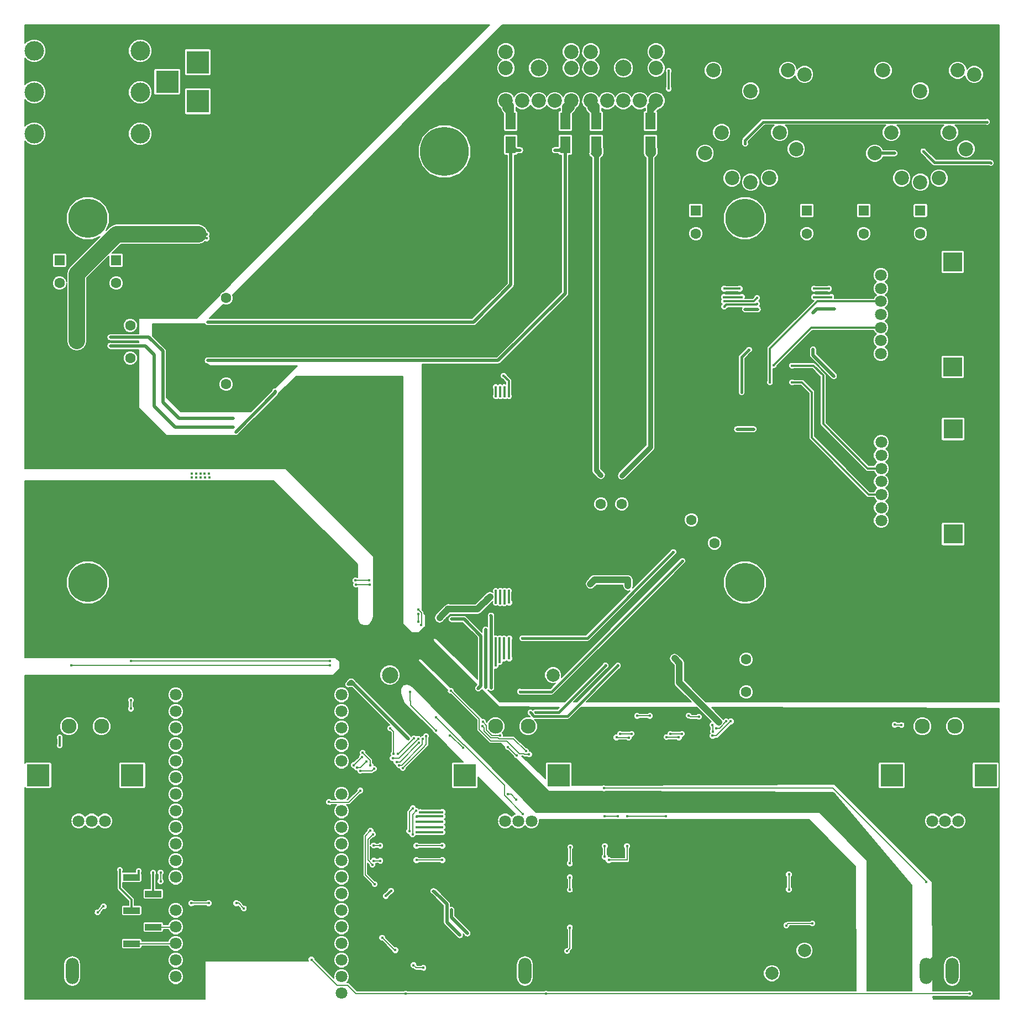
<source format=gbr>
G04 #@! TF.FileFunction,Copper,L2,Bot,Signal*
%FSLAX46Y46*%
G04 Gerber Fmt 4.6, Leading zero omitted, Abs format (unit mm)*
G04 Created by KiCad (PCBNEW 4.0.7) date 04/23/18 16:21:46*
%MOMM*%
%LPD*%
G01*
G04 APERTURE LIST*
%ADD10C,0.100000*%
%ADD11R,1.600000X1.600000*%
%ADD12C,1.600000*%
%ADD13R,1.600000X2.600000*%
%ADD14C,6.000000*%
%ADD15C,7.500000*%
%ADD16C,2.000000*%
%ADD17R,3.500000X3.500000*%
%ADD18R,2.510000X1.000000*%
%ADD19C,1.800000*%
%ADD20R,3.000000X3.000000*%
%ADD21C,2.300000*%
%ADD22O,2.000000X4.000000*%
%ADD23R,4.500000X2.950000*%
%ADD24C,0.600000*%
%ADD25C,2.500000*%
%ADD26C,2.200000*%
%ADD27C,3.000000*%
%ADD28C,0.452400*%
%ADD29C,0.400000*%
%ADD30C,0.800000*%
%ADD31C,0.154200*%
%ADD32C,2.500000*%
%ADD33C,0.500000*%
%ADD34C,1.000000*%
%ADD35C,0.300000*%
%ADD36C,0.200000*%
G04 APERTURE END LIST*
D10*
D11*
X121650000Y-57450000D03*
D12*
X121650000Y-60950000D03*
D11*
X138650000Y-57450000D03*
D12*
X138650000Y-60950000D03*
X124511827Y-108363908D03*
X120976293Y-104828374D03*
D11*
X147350000Y-57450000D03*
D12*
X147350000Y-60950000D03*
D11*
X156050000Y-57450000D03*
D12*
X156050000Y-60950000D03*
X129377549Y-131212347D03*
X129377549Y-126212347D03*
X115300000Y-102400000D03*
X110300000Y-102400000D03*
D13*
X114700000Y-43750000D03*
X114700000Y-47350000D03*
X106400000Y-43750000D03*
X106400000Y-47350000D03*
D12*
X107100000Y-102400000D03*
X102100000Y-102400000D03*
D11*
X24150000Y-65050000D03*
D12*
X24150000Y-68550000D03*
X35000000Y-80034316D03*
X35000000Y-75034316D03*
D11*
X32850000Y-65050000D03*
D12*
X32850000Y-68550000D03*
D13*
X101650000Y-43750000D03*
X101650000Y-47350000D03*
D12*
X49700000Y-84050000D03*
X49700000Y-79050000D03*
X49700000Y-75850000D03*
X49700000Y-70850000D03*
D13*
X93300000Y-43750000D03*
X93300000Y-47350000D03*
D14*
X28500000Y-58600000D03*
X129200000Y-58600000D03*
D15*
X83150000Y-48400000D03*
D14*
X129200000Y-114400000D03*
X28500000Y-114400000D03*
D16*
X138300000Y-170800000D03*
X133300000Y-174300000D03*
D17*
X45350000Y-40700000D03*
X45350000Y-34700000D03*
X40650000Y-37700000D03*
D18*
X35195000Y-169760000D03*
X35195000Y-164680000D03*
X35195000Y-159600000D03*
X38505000Y-172300000D03*
X38505000Y-167220000D03*
X38505000Y-162140000D03*
D19*
X150000000Y-73350000D03*
X150000000Y-75350000D03*
X150000000Y-77350000D03*
X150000000Y-79350000D03*
X150000000Y-71350000D03*
X150000000Y-69350000D03*
X150000000Y-67350000D03*
D20*
X161000000Y-65300000D03*
X161000000Y-81400000D03*
D19*
X150050000Y-98950000D03*
X150050000Y-100950000D03*
X150050000Y-102950000D03*
X150050000Y-104950000D03*
X150050000Y-96950000D03*
X150050000Y-94950000D03*
X150050000Y-92950000D03*
D20*
X161050000Y-90900000D03*
X161050000Y-107000000D03*
D17*
X20900000Y-143950000D03*
X35300000Y-143950000D03*
D19*
X25100000Y-150950000D03*
X27100000Y-150950000D03*
X29100000Y-150950000D03*
X31100000Y-150950000D03*
D21*
X30600000Y-136450000D03*
X25600000Y-136450000D03*
X28100000Y-136450000D03*
D17*
X86250000Y-143950000D03*
X100650000Y-143950000D03*
D19*
X90450000Y-150950000D03*
X92450000Y-150950000D03*
X94450000Y-150950000D03*
X96450000Y-150950000D03*
D21*
X95950000Y-136450000D03*
X90950000Y-136450000D03*
X93450000Y-136450000D03*
D17*
X151650000Y-143950000D03*
X166050000Y-143950000D03*
D19*
X155850000Y-150950000D03*
X157850000Y-150950000D03*
X159850000Y-150950000D03*
X161850000Y-150950000D03*
D21*
X161350000Y-136450000D03*
X156350000Y-136450000D03*
X158850000Y-136450000D03*
D22*
X26100000Y-173950000D03*
X30100000Y-173950000D03*
X95450000Y-173950000D03*
X91450000Y-173950000D03*
X160900000Y-173950000D03*
X156900000Y-173950000D03*
D23*
X45250000Y-111800000D03*
D24*
X47050000Y-111200000D03*
X45850000Y-111200000D03*
X45850000Y-112400000D03*
X47050000Y-112400000D03*
X43450000Y-111200000D03*
X44550000Y-111200000D03*
X44550000Y-112400000D03*
X43450000Y-112400000D03*
D19*
X67350000Y-177360000D03*
X67350000Y-174820000D03*
X67350000Y-172280000D03*
X67350000Y-169740000D03*
X67350000Y-167200000D03*
X67350000Y-164660000D03*
X67350000Y-162120000D03*
X67350000Y-159580000D03*
X67350000Y-157040000D03*
X67350000Y-154500000D03*
X67350000Y-151960000D03*
X67350000Y-149420000D03*
X67350000Y-146880000D03*
X67350000Y-144340000D03*
X67350000Y-141800000D03*
X67350000Y-139260000D03*
X67350000Y-136720000D03*
X67350000Y-134180000D03*
X67350000Y-131640000D03*
X41950000Y-131640000D03*
X41950000Y-134180000D03*
X41950000Y-136720000D03*
X41950000Y-139260000D03*
X41950000Y-141800000D03*
X41950000Y-144340000D03*
X41950000Y-146880000D03*
X41950000Y-149420000D03*
X41950000Y-151960000D03*
X41950000Y-154500000D03*
X41950000Y-157040000D03*
X41950000Y-159580000D03*
X41950000Y-162120000D03*
X41950000Y-164660000D03*
X41950000Y-167200000D03*
X41950000Y-169740000D03*
X41950000Y-172280000D03*
X41950000Y-174820000D03*
X41950000Y-177360000D03*
D25*
X74775000Y-128600000D03*
D16*
X99775000Y-128600000D03*
D26*
X135765000Y-35950000D03*
X124335000Y-35950000D03*
X138305000Y-36585000D03*
X130050000Y-39125000D03*
X134495000Y-45475000D03*
X125605000Y-45475000D03*
X137035000Y-48015000D03*
X123065000Y-48650000D03*
X130050000Y-53095000D03*
X132907500Y-52460000D03*
X127192500Y-52460000D03*
X161765000Y-35950000D03*
X150335000Y-35950000D03*
X164305000Y-36585000D03*
X156050000Y-39125000D03*
X160495000Y-45475000D03*
X151605000Y-45475000D03*
X163035000Y-48015000D03*
X149065000Y-48650000D03*
X156050000Y-53095000D03*
X158907500Y-52460000D03*
X153192500Y-52460000D03*
X110550000Y-40600000D03*
X105550000Y-33100000D03*
X105550000Y-35600000D03*
X115550000Y-33100000D03*
X115550000Y-35600000D03*
D25*
X110550000Y-35600000D03*
D26*
X115550000Y-40600000D03*
X105550000Y-40600000D03*
X113050000Y-40600000D03*
X108050000Y-40600000D03*
X97550000Y-40600000D03*
X92550000Y-33100000D03*
X92550000Y-35600000D03*
X102550000Y-33100000D03*
X102550000Y-35600000D03*
D25*
X97550000Y-35600000D03*
D26*
X102550000Y-40600000D03*
X92550000Y-40600000D03*
X100050000Y-40600000D03*
X95050000Y-40600000D03*
D27*
X36515000Y-32950000D03*
X36515000Y-39300000D03*
X36515000Y-45650000D03*
X20285000Y-32950000D03*
X20285000Y-39300000D03*
X20285000Y-45650000D03*
D28*
X119600000Y-111100000D03*
X94700000Y-131150000D03*
X118200000Y-109750000D03*
X95050000Y-122950000D03*
X118200000Y-153000000D03*
X110600000Y-152900000D03*
X163200000Y-157050000D03*
X98050000Y-52050000D03*
X98850000Y-52050000D03*
X99650000Y-52050000D03*
X100450000Y-52050000D03*
X103100000Y-52050000D03*
X103900000Y-52050000D03*
X104900000Y-52050000D03*
X108750000Y-104800000D03*
X129550000Y-166400000D03*
X129550000Y-167050000D03*
X129550000Y-167600000D03*
X136650000Y-167700000D03*
X136200000Y-167200000D03*
X135750000Y-167650000D03*
X129150000Y-170100000D03*
X61550000Y-152200000D03*
X61600000Y-153050000D03*
X60500000Y-151700000D03*
X98850000Y-164600000D03*
X98850000Y-163950000D03*
X98850000Y-163300000D03*
X98850000Y-162650000D03*
X83150000Y-141200000D03*
X103600000Y-145150000D03*
X103750000Y-141250000D03*
X80500000Y-169900000D03*
X141250000Y-67550000D03*
X127450000Y-67500000D03*
X43450000Y-78250000D03*
X43450000Y-77600000D03*
X43450000Y-76850000D03*
X42100000Y-79350000D03*
X42950000Y-79350000D03*
X42950000Y-79950000D03*
X42050000Y-79950000D03*
X28550000Y-132200000D03*
X27600000Y-132150000D03*
X38350000Y-147000000D03*
X36150000Y-147350000D03*
X32750000Y-162600000D03*
X30000000Y-168050000D03*
X87600000Y-163450000D03*
X87100000Y-162900000D03*
X86250000Y-162900000D03*
X85550000Y-162900000D03*
X84850000Y-163100000D03*
X84700000Y-164100000D03*
X82850000Y-164650000D03*
X82550000Y-163700000D03*
X81900000Y-163700000D03*
X77200000Y-162750000D03*
X76700000Y-163150000D03*
X77850000Y-162800000D03*
X80290000Y-171700000D03*
X79410000Y-171700000D03*
X73000000Y-172650000D03*
X70200000Y-174850000D03*
X70800000Y-174850000D03*
X69600000Y-174850000D03*
X75450000Y-175150000D03*
X76100000Y-174850000D03*
X75000000Y-175900000D03*
X81950000Y-176300000D03*
X81350000Y-176250000D03*
X80700000Y-176250000D03*
X102650000Y-171700000D03*
X126050000Y-172000000D03*
X127950000Y-172000000D03*
X136550000Y-154950000D03*
X135250000Y-154950000D03*
X135900000Y-154950000D03*
X136950000Y-156750000D03*
X141300000Y-156450000D03*
X142300000Y-160450000D03*
X141250000Y-161300000D03*
X141850000Y-166500000D03*
X142550000Y-166500000D03*
X142550000Y-165850000D03*
X142550000Y-165200000D03*
X141150000Y-166450000D03*
X143700000Y-167200000D03*
X143050000Y-167200000D03*
X160850000Y-164050000D03*
X75400000Y-121800000D03*
X97400000Y-61050000D03*
X96450000Y-60100000D03*
X137100000Y-88800000D03*
X137100000Y-88200000D03*
X137100000Y-87600000D03*
X136050000Y-88800000D03*
X109200000Y-52050000D03*
X109850000Y-52050000D03*
X108500000Y-52050000D03*
X96450000Y-61050000D03*
X60050000Y-171100000D03*
X59250000Y-171100000D03*
X58450000Y-171100000D03*
X57650000Y-171100000D03*
X56850000Y-171100000D03*
X56050000Y-171100000D03*
X55250000Y-171100000D03*
X54450000Y-171100000D03*
X53650000Y-171100000D03*
X53000000Y-171100000D03*
X52200000Y-171100000D03*
X51400000Y-171100000D03*
X50600000Y-171100000D03*
X49800000Y-171100000D03*
X48950000Y-171100000D03*
X48150000Y-171100000D03*
X47350000Y-171100000D03*
X49600000Y-100350000D03*
X49600000Y-101300000D03*
X49600000Y-102250000D03*
X49600000Y-103200000D03*
X49600000Y-104150000D03*
X49600000Y-105100000D03*
X49600000Y-106050000D03*
X34200000Y-123650000D03*
X35100000Y-123650000D03*
X34500000Y-122600000D03*
X35500000Y-122550000D03*
X54500000Y-119300000D03*
X54500000Y-118350000D03*
X54500000Y-117450000D03*
X54500000Y-116550000D03*
X151100000Y-173400000D03*
X151100000Y-172750000D03*
X151100000Y-172100000D03*
X151100000Y-171450000D03*
X151100000Y-170800000D03*
X50950000Y-61600000D03*
X50350000Y-61600000D03*
X50950000Y-61000000D03*
X50350000Y-61000000D03*
X49750000Y-61000000D03*
X49750000Y-61600000D03*
X49100000Y-61600000D03*
X49100000Y-61000000D03*
X75850000Y-122250000D03*
X74950000Y-121350000D03*
X150450000Y-172800000D03*
X150450000Y-171400000D03*
X150450000Y-172100000D03*
X131830000Y-170270000D03*
X132670000Y-170270000D03*
X132670000Y-169330000D03*
X131830000Y-169330000D03*
X92050000Y-166000000D03*
X92050000Y-165200000D03*
X97450000Y-43750000D03*
X142900000Y-72500000D03*
X139600000Y-73100000D03*
X129200000Y-72550000D03*
X131150000Y-72550000D03*
X109700000Y-127150000D03*
X96300000Y-134350000D03*
X110300000Y-98050000D03*
X107100000Y-97950000D03*
X107800000Y-127150000D03*
X97100000Y-134300000D03*
X46850000Y-80400000D03*
X100050000Y-48200000D03*
X46850000Y-74500000D03*
X94750000Y-48200000D03*
X130500000Y-90950000D03*
X127950000Y-90950000D03*
X51150000Y-91350000D03*
X57200000Y-85150000D03*
X124400000Y-135050000D03*
X125150000Y-135800000D03*
X118400000Y-126050000D03*
X111250000Y-114950000D03*
X105500000Y-114650000D03*
X89650000Y-117050000D03*
X82750000Y-119500000D03*
X82400000Y-119850000D03*
X124400000Y-135050000D03*
X119100000Y-126800000D03*
X111250000Y-114050000D03*
X106200000Y-114000000D03*
X90100000Y-116600000D03*
X84200000Y-164550000D03*
X85750000Y-167250000D03*
X86200000Y-167700000D03*
X86650000Y-168200000D03*
X68400000Y-130000000D03*
X68900000Y-129600000D03*
X69300000Y-130050000D03*
X77600000Y-138350000D03*
X77150000Y-137900000D03*
X76650000Y-137400000D03*
X26800000Y-77400000D03*
X26800000Y-76750000D03*
X26800000Y-76150000D03*
X26800000Y-75550000D03*
X27550000Y-74850000D03*
X26050000Y-74850000D03*
X47050000Y-97700000D03*
X46400000Y-97700000D03*
X45750000Y-97700000D03*
X45100000Y-97700000D03*
X44450000Y-97700000D03*
X47100000Y-98350000D03*
X46450000Y-98350000D03*
X45750000Y-98350000D03*
X45100000Y-98350000D03*
X44450000Y-98350000D03*
X26800000Y-74850000D03*
X44750000Y-61650000D03*
X45400000Y-61650000D03*
X46050000Y-61700000D03*
X46700000Y-61700000D03*
X46700000Y-61050000D03*
X46050000Y-61050000D03*
X45400000Y-61050000D03*
X44750000Y-61000000D03*
X74150000Y-162450000D03*
X74950000Y-161650000D03*
X79400000Y-149600000D03*
X82800000Y-149600000D03*
X117500000Y-36000000D03*
X117500000Y-38750000D03*
X163600000Y-177400000D03*
X98700000Y-177400000D03*
X77200000Y-177400000D03*
X62750000Y-172200000D03*
X79850000Y-138400000D03*
X76200000Y-142400000D03*
X71800000Y-142450000D03*
X70600000Y-140500000D03*
X38500000Y-158900000D03*
X92850000Y-139650000D03*
X94200000Y-140900000D03*
X89000000Y-135750000D03*
X91650000Y-137850000D03*
X110050000Y-137600000D03*
X111800000Y-137600000D03*
X117750000Y-137600000D03*
X119500000Y-137600000D03*
X124800000Y-136750000D03*
X126300000Y-135700000D03*
X152100000Y-136200000D03*
X153150000Y-136250000D03*
X25950000Y-127100000D03*
X65600000Y-127100000D03*
X69550000Y-114750000D03*
X71650000Y-114750000D03*
X79100000Y-119250000D03*
X79100000Y-120450000D03*
X33400000Y-158450000D03*
X24200000Y-139400000D03*
X24200000Y-138150000D03*
X96100000Y-140750000D03*
X109500000Y-138150000D03*
X111350000Y-138200000D03*
X117150000Y-138100000D03*
X119050000Y-138150000D03*
X124200000Y-137900000D03*
X127000000Y-135700000D03*
X84100000Y-131000000D03*
X79550000Y-120900000D03*
X79150000Y-118600000D03*
X71600000Y-114100000D03*
X69500000Y-114100000D03*
X35100000Y-126450000D03*
X65600000Y-126450000D03*
X35100000Y-133750000D03*
X35100000Y-132450000D03*
X36300000Y-158600000D03*
X94150000Y-147650000D03*
X92850000Y-146850000D03*
X85950000Y-139750000D03*
X83950000Y-137850000D03*
X107550000Y-145950000D03*
X156900000Y-160300000D03*
X95600000Y-140250000D03*
X88950000Y-136400000D03*
X76750000Y-142850000D03*
X72350000Y-142950000D03*
X70250000Y-143300000D03*
X70250000Y-146300000D03*
X65450000Y-148050000D03*
X52400000Y-164350000D03*
X51250000Y-163550000D03*
X47000000Y-163550000D03*
X44350000Y-163550000D03*
X30900000Y-164050000D03*
X30000000Y-164950000D03*
X80300000Y-137950000D03*
X81800000Y-135050000D03*
X95150000Y-149850000D03*
X101900000Y-170900000D03*
X102350000Y-167300000D03*
X102350000Y-161500000D03*
X102350000Y-159600000D03*
X102350000Y-157450000D03*
X102400000Y-154950000D03*
X112650000Y-134850000D03*
X114600000Y-134850000D03*
X120550000Y-134800000D03*
X122100000Y-135000000D03*
X124200000Y-136250000D03*
X124250000Y-137250000D03*
X135900000Y-159150000D03*
X135900000Y-161450000D03*
X135500000Y-166950000D03*
X139500000Y-166650000D03*
X72100000Y-157650000D03*
X78450000Y-138300000D03*
X76000000Y-140700000D03*
X78800000Y-149400000D03*
X78250000Y-153000000D03*
X72150000Y-153000000D03*
X84600000Y-167550000D03*
X82500000Y-162700000D03*
X81950000Y-162150000D03*
X85500000Y-168450000D03*
X85100000Y-168050000D03*
X81450000Y-161700000D03*
X77900000Y-131150000D03*
X81850000Y-137100000D03*
X79250000Y-139000000D03*
X75800000Y-141900000D03*
X71200000Y-141850000D03*
X69750000Y-142800000D03*
X69250000Y-142400000D03*
X70500000Y-141150000D03*
X75200000Y-141350000D03*
X79100000Y-138350000D03*
X133000000Y-83750000D03*
X166250000Y-43850000D03*
X129200000Y-47150000D03*
X133550000Y-81150000D03*
X129800000Y-78750000D03*
X128650000Y-85300000D03*
X107700000Y-150200000D03*
X109700000Y-150200000D03*
X78850000Y-154750000D03*
X82800000Y-154750000D03*
X107700000Y-156450000D03*
X107700000Y-154800000D03*
X72300000Y-154700000D03*
X73300000Y-154750000D03*
X142800000Y-82800000D03*
X139600000Y-78700000D03*
X136400000Y-81200000D03*
X166850000Y-50150000D03*
X156500000Y-48350000D03*
X136400000Y-83750000D03*
X111100000Y-154800000D03*
X111100000Y-150200000D03*
X117100000Y-150200000D03*
X108300000Y-156950000D03*
X78850000Y-156950000D03*
X82800000Y-156950000D03*
X72300000Y-157050000D03*
X73300000Y-157050000D03*
X84222703Y-120027297D03*
X88300000Y-130650000D03*
X50800000Y-90601200D03*
X31950000Y-78160514D03*
X50800000Y-89298800D03*
X31950000Y-76858114D03*
X89450000Y-121650000D03*
X89450000Y-130500000D03*
X90250000Y-119500000D03*
X90300000Y-130550000D03*
X78850000Y-150300000D03*
X82800000Y-150250000D03*
X82800000Y-151900000D03*
X78850000Y-151900000D03*
X82800000Y-151100000D03*
X78850000Y-151100000D03*
X82800000Y-152700000D03*
X78850000Y-152700000D03*
X39650000Y-158850000D03*
X39650000Y-160200000D03*
X126000000Y-69400000D03*
X91000000Y-85900000D03*
X91000000Y-84500000D03*
X90950000Y-122950000D03*
X91000000Y-117550000D03*
X91000000Y-115700000D03*
X90950000Y-127150000D03*
X128350000Y-69400000D03*
X125950000Y-70700000D03*
X91700000Y-85900000D03*
X91650000Y-84500000D03*
X91650000Y-117600000D03*
X91700000Y-115700000D03*
X91600000Y-122950000D03*
X91600000Y-126600000D03*
X128700000Y-70700000D03*
X92200000Y-82750000D03*
X131050000Y-70800000D03*
X126000000Y-71350000D03*
X139750000Y-69400000D03*
X93000000Y-85900000D03*
X93050000Y-117500000D03*
X93000000Y-115700000D03*
X93050000Y-122950000D03*
X93050000Y-126050000D03*
X142050000Y-69400000D03*
X131050000Y-71750000D03*
X126000000Y-72150000D03*
X139750000Y-70700000D03*
X92350000Y-85900000D03*
X92300000Y-84500000D03*
X92300000Y-117600000D03*
X92350000Y-115700000D03*
X92250000Y-122950000D03*
X92250000Y-126050000D03*
X142400000Y-70700000D03*
X79900000Y-173450000D03*
X78400000Y-173050000D03*
X74800000Y-136750000D03*
X75350000Y-140650000D03*
X78300000Y-149000000D03*
X77750000Y-152500000D03*
X71800000Y-152450000D03*
X72450000Y-160650000D03*
X73600000Y-168850000D03*
X75600000Y-170750000D03*
X152100000Y-48650000D03*
D29*
X119600000Y-111100000D02*
X99550000Y-131150000D01*
X99550000Y-131150000D02*
X94700000Y-131150000D01*
X118200000Y-109750000D02*
X105000000Y-122950000D01*
X105000000Y-122950000D02*
X95050000Y-122950000D01*
X136650000Y-167700000D02*
X135800000Y-167700000D01*
X135800000Y-167700000D02*
X135750000Y-167650000D01*
X136200000Y-167200000D02*
X136200000Y-167250000D01*
X136200000Y-167250000D02*
X136650000Y-167700000D01*
X136200000Y-167200000D02*
X135750000Y-167650000D01*
X80290000Y-171700000D02*
X80300000Y-171700000D01*
X79410000Y-171700000D02*
X79400000Y-171700000D01*
D30*
X156900000Y-173950000D02*
X156900000Y-173150000D01*
X156900000Y-173150000D02*
X158800000Y-171250000D01*
D31*
X74950000Y-121350000D02*
X75400000Y-121800000D01*
D29*
X115850000Y-101850000D02*
X115300000Y-102400000D01*
D30*
X34650000Y-123200000D02*
X34200000Y-123650000D01*
X34200000Y-123650000D02*
X34650000Y-123650000D01*
X35100000Y-123650000D02*
X34650000Y-123200000D01*
X34650000Y-123200000D02*
X35150000Y-123700000D01*
X35150000Y-123700000D02*
X34650000Y-123700000D01*
X34500000Y-122600000D02*
X34550000Y-122550000D01*
X34550000Y-122550000D02*
X34650000Y-122550000D01*
X35500000Y-122550000D02*
X34650000Y-122550000D01*
X34650000Y-122550000D02*
X35450000Y-122550000D01*
X35450000Y-122550000D02*
X34650000Y-122550000D01*
D32*
X34650000Y-123650000D02*
X34650000Y-122550000D01*
X34650000Y-122550000D02*
X34650000Y-123700000D01*
X34650000Y-123700000D02*
X34650000Y-123150000D01*
X54850000Y-117250000D02*
X54850000Y-118500000D01*
X54850000Y-118500000D02*
X54850000Y-117250000D01*
D33*
X151100000Y-172750000D02*
X151100000Y-173400000D01*
X151100000Y-172100000D02*
X151100000Y-172150000D01*
X151100000Y-172150000D02*
X150450000Y-172800000D01*
X150450000Y-172100000D02*
X151100000Y-172100000D01*
X151100000Y-171450000D02*
X150450000Y-172100000D01*
X150450000Y-171400000D02*
X150450000Y-172800000D01*
X150450000Y-172800000D02*
X151050000Y-173400000D01*
X151050000Y-173400000D02*
X151050000Y-172800000D01*
X151050000Y-172800000D02*
X151100000Y-172750000D01*
X151100000Y-172750000D02*
X151100000Y-171450000D01*
X151100000Y-171450000D02*
X151100000Y-170800000D01*
X151100000Y-170800000D02*
X150500000Y-171400000D01*
X150500000Y-171400000D02*
X151050000Y-171400000D01*
X151050000Y-171400000D02*
X151100000Y-171450000D01*
D34*
X49100000Y-61000000D02*
X49100000Y-61600000D01*
X49100000Y-61600000D02*
X50050000Y-61600000D01*
X50050000Y-61600000D02*
X50950000Y-61600000D01*
X49100000Y-61000000D02*
X50950000Y-61000000D01*
D33*
X75400000Y-121800000D02*
X75850000Y-122250000D01*
X74950000Y-121350000D02*
X75400000Y-121800000D01*
D29*
X131830000Y-170270000D02*
X131850000Y-170250000D01*
X132670000Y-170270000D02*
X132650000Y-170250000D01*
X132670000Y-169330000D02*
X132650000Y-169350000D01*
X131830000Y-169330000D02*
X131850000Y-169350000D01*
D33*
X142900000Y-72500000D02*
X140200000Y-72500000D01*
X140200000Y-72500000D02*
X139600000Y-73100000D01*
X129200000Y-72550000D02*
X131150000Y-72550000D01*
D29*
X109700000Y-127150000D02*
X101950000Y-134900000D01*
X101950000Y-134900000D02*
X96850000Y-134900000D01*
X96850000Y-134900000D02*
X96300000Y-134350000D01*
D34*
X114700000Y-42050000D02*
X114700000Y-41450000D01*
X114700000Y-41450000D02*
X115550000Y-40600000D01*
X114700000Y-43750000D02*
X114700000Y-42050000D01*
X114700000Y-42050000D02*
X115550000Y-41200000D01*
X115550000Y-41200000D02*
X115550000Y-40600000D01*
D33*
X114700000Y-49300000D02*
X115300000Y-48700000D01*
X115300000Y-48700000D02*
X115300000Y-47950000D01*
X115300000Y-47950000D02*
X114700000Y-47350000D01*
X114700000Y-47350000D02*
X114700000Y-48150000D01*
X114700000Y-48150000D02*
X114150000Y-48700000D01*
X114150000Y-48700000D02*
X114150000Y-48750000D01*
X114150000Y-48750000D02*
X114700000Y-49300000D01*
D30*
X114700000Y-47350000D02*
X114700000Y-49300000D01*
X114700000Y-49300000D02*
X114700000Y-93650000D01*
X114700000Y-93650000D02*
X110300000Y-98050000D01*
D34*
X106400000Y-43750000D02*
X106400000Y-41450000D01*
X106400000Y-41450000D02*
X105550000Y-40600000D01*
X105550000Y-40600000D02*
X105550000Y-41700000D01*
X105550000Y-41700000D02*
X106400000Y-42550000D01*
X106400000Y-42550000D02*
X106400000Y-43750000D01*
D33*
X106400000Y-49300000D02*
X106450000Y-49300000D01*
X106450000Y-49300000D02*
X107000000Y-48750000D01*
X107000000Y-48750000D02*
X107000000Y-47950000D01*
X107000000Y-47950000D02*
X106400000Y-47350000D01*
X106400000Y-47350000D02*
X106400000Y-48150000D01*
X106400000Y-48150000D02*
X105800000Y-48750000D01*
X105800000Y-48750000D02*
X105850000Y-48750000D01*
X105850000Y-48750000D02*
X106400000Y-49300000D01*
D30*
X106400000Y-47350000D02*
X106400000Y-49300000D01*
X106400000Y-49300000D02*
X106400000Y-97250000D01*
X106400000Y-97250000D02*
X107100000Y-97950000D01*
D29*
X107800000Y-127150000D02*
X100650000Y-134300000D01*
X100650000Y-134300000D02*
X97100000Y-134300000D01*
D34*
X101650000Y-43750000D02*
X101650000Y-41500000D01*
X101650000Y-41500000D02*
X102550000Y-40600000D01*
X102550000Y-40600000D02*
X102550000Y-41700000D01*
X102550000Y-41700000D02*
X101650000Y-42600000D01*
X101650000Y-42600000D02*
X101650000Y-43750000D01*
D33*
X101650000Y-47350000D02*
X101650000Y-70100000D01*
X101650000Y-70100000D02*
X91350000Y-80400000D01*
X91350000Y-80400000D02*
X46850000Y-80400000D01*
X100050000Y-48200000D02*
X100800000Y-48200000D01*
X100800000Y-48200000D02*
X101650000Y-47350000D01*
D34*
X93300000Y-43750000D02*
X93300000Y-41350000D01*
X93300000Y-41350000D02*
X92550000Y-40600000D01*
X92550000Y-40600000D02*
X92550000Y-41800000D01*
X92550000Y-41800000D02*
X93300000Y-42550000D01*
X93300000Y-42550000D02*
X93300000Y-43750000D01*
D33*
X93300000Y-47350000D02*
X93300000Y-68800000D01*
X93300000Y-68800000D02*
X87600000Y-74500000D01*
X87600000Y-74500000D02*
X46850000Y-74500000D01*
X94750000Y-48200000D02*
X94150000Y-48200000D01*
X94150000Y-48200000D02*
X93300000Y-47350000D01*
X130500000Y-90950000D02*
X127950000Y-90950000D01*
X51150000Y-91350000D02*
X57200000Y-85300000D01*
X57200000Y-85300000D02*
X57200000Y-85150000D01*
D34*
X124400000Y-135050000D02*
X125150000Y-135800000D01*
X119100000Y-126800000D02*
X119100000Y-126750000D01*
X119100000Y-126750000D02*
X118400000Y-126050000D01*
X111250000Y-114050000D02*
X111250000Y-114950000D01*
X106200000Y-114000000D02*
X106150000Y-114000000D01*
X106150000Y-114000000D02*
X105500000Y-114650000D01*
X90100000Y-116600000D02*
X89650000Y-117050000D01*
D33*
X82750000Y-119500000D02*
X82725000Y-119475000D01*
X82725000Y-119475000D02*
X82750000Y-119500000D01*
X82750000Y-119500000D02*
X82750000Y-119450000D01*
D34*
X83650000Y-118500000D02*
X83650000Y-118550000D01*
X83650000Y-118550000D02*
X82750000Y-119450000D01*
X82750000Y-119450000D02*
X82400000Y-119800000D01*
X82400000Y-119800000D02*
X82400000Y-119850000D01*
X124400000Y-135050000D02*
X119100000Y-129750000D01*
X119100000Y-129750000D02*
X119100000Y-126800000D01*
X111250000Y-114050000D02*
X111200000Y-114000000D01*
X111200000Y-114000000D02*
X106200000Y-114000000D01*
X90100000Y-116600000D02*
X88200000Y-118500000D01*
X88200000Y-118500000D02*
X83650000Y-118500000D01*
X83650000Y-118500000D02*
X83800000Y-118500000D01*
X83800000Y-118500000D02*
X83750000Y-118450000D01*
D33*
X86650000Y-168200000D02*
X86650000Y-168150000D01*
X86650000Y-168150000D02*
X84200000Y-165700000D01*
X84200000Y-165700000D02*
X84200000Y-164550000D01*
D29*
X68400000Y-130000000D02*
X69250000Y-130000000D01*
X69250000Y-130000000D02*
X69300000Y-130050000D01*
D33*
X68900000Y-129600000D02*
X68800000Y-129600000D01*
X68800000Y-129600000D02*
X68400000Y-130000000D01*
X69300000Y-130050000D02*
X69300000Y-130000000D01*
X69300000Y-130000000D02*
X68900000Y-129600000D01*
X77600000Y-138350000D02*
X69300000Y-130050000D01*
D31*
X26800000Y-76750000D02*
X26800000Y-77400000D01*
X26800000Y-77400000D02*
X26800000Y-76750000D01*
D32*
X26800000Y-77400000D02*
X26800000Y-76750000D01*
D31*
X26800000Y-76750000D02*
X26800000Y-76150000D01*
X26800000Y-76150000D02*
X26800000Y-76750000D01*
X26800000Y-76150000D02*
X26800000Y-75550000D01*
X26800000Y-75550000D02*
X26800000Y-76150000D01*
X27550000Y-74850000D02*
X26800000Y-74850000D01*
X26800000Y-74850000D02*
X27550000Y-74850000D01*
X27550000Y-74850000D02*
X26800000Y-74850000D01*
X26800000Y-74850000D02*
X26050000Y-74850000D01*
D32*
X26800000Y-74850000D02*
X26800000Y-77400000D01*
X26800000Y-76750000D02*
X26800000Y-76150000D01*
X26800000Y-76150000D02*
X26800000Y-75550000D01*
X26800000Y-75550000D02*
X26800000Y-74850000D01*
X26800000Y-74850000D02*
X26800000Y-77250000D01*
X45400000Y-61050000D02*
X32900000Y-61050000D01*
X32900000Y-61050000D02*
X26800000Y-67150000D01*
X26800000Y-67150000D02*
X26800000Y-74850000D01*
D35*
X74150000Y-162450000D02*
X74950000Y-161650000D01*
X79400000Y-149600000D02*
X82800000Y-149600000D01*
X117500000Y-36000000D02*
X117500000Y-38750000D01*
D36*
X98700000Y-177400000D02*
X163600000Y-177400000D01*
X77200000Y-177400000D02*
X98700000Y-177400000D01*
X77200000Y-177400000D02*
X69600000Y-177400000D01*
X69600000Y-177400000D02*
X68300000Y-176100000D01*
X68300000Y-176100000D02*
X66650000Y-176100000D01*
X66650000Y-176100000D02*
X62750000Y-172200000D01*
D31*
X79850000Y-138400000D02*
X79750000Y-138500000D01*
X79750000Y-138500000D02*
X79750000Y-139200000D01*
X79750000Y-139200000D02*
X76550000Y-142400000D01*
X76550000Y-142400000D02*
X76200000Y-142400000D01*
X71800000Y-142450000D02*
X71750000Y-142400000D01*
X71750000Y-142400000D02*
X71750000Y-141650000D01*
X71750000Y-141650000D02*
X70600000Y-140500000D01*
D35*
X38505000Y-162140000D02*
X38505000Y-158905000D01*
X38505000Y-158905000D02*
X38500000Y-158900000D01*
D31*
X92850000Y-139650000D02*
X94100000Y-140900000D01*
X94100000Y-140900000D02*
X94200000Y-140900000D01*
X89000000Y-135750000D02*
X89550000Y-136300000D01*
X89550000Y-136300000D02*
X89550000Y-137050000D01*
X89550000Y-137050000D02*
X90350000Y-137850000D01*
X90350000Y-137850000D02*
X91650000Y-137850000D01*
X110050000Y-137600000D02*
X111800000Y-137600000D01*
X117750000Y-137600000D02*
X119500000Y-137600000D01*
X124800000Y-136750000D02*
X125200000Y-136750000D01*
X125200000Y-136750000D02*
X125250000Y-136750000D01*
X125250000Y-136750000D02*
X126300000Y-135700000D01*
X152100000Y-136200000D02*
X152150000Y-136250000D01*
X152150000Y-136250000D02*
X153150000Y-136250000D01*
X25950000Y-127100000D02*
X36550000Y-127100000D01*
X36550000Y-127100000D02*
X65600000Y-127100000D01*
X69550000Y-114750000D02*
X71650000Y-114750000D01*
X79100000Y-119250000D02*
X79100000Y-120450000D01*
D35*
X35195000Y-164680000D02*
X35195000Y-163045000D01*
X35195000Y-163045000D02*
X33400000Y-161250000D01*
X33400000Y-161250000D02*
X33400000Y-158450000D01*
X24200000Y-139400000D02*
X24200000Y-138150000D01*
D31*
X94650000Y-140650000D02*
X95300000Y-140650000D01*
X95300000Y-140650000D02*
X95400000Y-140750000D01*
X95400000Y-140750000D02*
X96100000Y-140750000D01*
X109500000Y-138150000D02*
X109550000Y-138200000D01*
X109550000Y-138200000D02*
X111350000Y-138200000D01*
X117150000Y-138100000D02*
X117200000Y-138150000D01*
X117200000Y-138150000D02*
X119050000Y-138150000D01*
X124200000Y-137900000D02*
X124600000Y-137900000D01*
X124600000Y-137900000D02*
X124750000Y-137900000D01*
X124750000Y-137900000D02*
X124800000Y-137900000D01*
X124800000Y-137900000D02*
X127000000Y-135700000D01*
X84100000Y-131000000D02*
X88450000Y-135350000D01*
X88450000Y-135350000D02*
X88450000Y-136950000D01*
X88450000Y-136950000D02*
X90200000Y-138700000D01*
X90200000Y-138700000D02*
X92700000Y-138700000D01*
X92700000Y-138700000D02*
X94650000Y-140650000D01*
X79550000Y-120900000D02*
X79600000Y-120850000D01*
X79600000Y-120850000D02*
X79600000Y-119050000D01*
X79600000Y-119050000D02*
X79150000Y-118600000D01*
X71600000Y-114100000D02*
X69500000Y-114100000D01*
X35100000Y-126450000D02*
X65600000Y-126450000D01*
X35100000Y-133750000D02*
X35100000Y-132450000D01*
D35*
X36300000Y-158600000D02*
X36300000Y-159100000D01*
X36300000Y-159100000D02*
X35800000Y-159600000D01*
X35800000Y-159600000D02*
X35195000Y-159600000D01*
D31*
X94150000Y-147650000D02*
X93350000Y-146850000D01*
X93350000Y-146850000D02*
X92850000Y-146850000D01*
X85950000Y-139750000D02*
X84050000Y-137850000D01*
X84050000Y-137850000D02*
X83950000Y-137850000D01*
X107550000Y-145950000D02*
X141650000Y-145950000D01*
X141650000Y-145950000D02*
X142600000Y-145950000D01*
X142600000Y-145950000D02*
X156900000Y-160250000D01*
X156900000Y-160250000D02*
X156900000Y-160300000D01*
X93000000Y-138350000D02*
X93700000Y-138350000D01*
X93700000Y-138350000D02*
X95600000Y-140250000D01*
X88950000Y-136400000D02*
X89200000Y-136650000D01*
X89200000Y-136650000D02*
X89200000Y-137200000D01*
X89200000Y-137200000D02*
X90200000Y-138200000D01*
X90200000Y-138200000D02*
X91300000Y-138200000D01*
X91300000Y-138200000D02*
X91450000Y-138350000D01*
X91450000Y-138350000D02*
X93000000Y-138350000D01*
X79900000Y-139700000D02*
X76750000Y-142850000D01*
X72350000Y-142950000D02*
X72000000Y-143300000D01*
X72000000Y-143300000D02*
X70250000Y-143300000D01*
X70250000Y-146300000D02*
X68450000Y-148100000D01*
X68450000Y-148100000D02*
X65500000Y-148100000D01*
X65500000Y-148100000D02*
X65450000Y-148050000D01*
X52400000Y-164350000D02*
X51600000Y-163550000D01*
X51600000Y-163550000D02*
X51250000Y-163550000D01*
X47000000Y-163550000D02*
X44350000Y-163550000D01*
X30900000Y-164050000D02*
X30000000Y-164950000D01*
X80300000Y-137950000D02*
X80350000Y-138000000D01*
X80350000Y-138000000D02*
X80350000Y-139250000D01*
X80350000Y-139250000D02*
X79900000Y-139700000D01*
X81800000Y-135050000D02*
X86050000Y-139300000D01*
X86050000Y-139300000D02*
X86150000Y-139300000D01*
X86150000Y-139300000D02*
X92350000Y-145500000D01*
X92350000Y-145500000D02*
X92350000Y-147050000D01*
X92350000Y-147050000D02*
X95150000Y-149850000D01*
X101900000Y-170900000D02*
X102350000Y-170450000D01*
X102350000Y-170450000D02*
X102350000Y-167300000D01*
X102350000Y-161500000D02*
X102350000Y-159600000D01*
X102350000Y-157450000D02*
X102400000Y-157400000D01*
X102400000Y-157400000D02*
X102400000Y-154950000D01*
X112650000Y-134850000D02*
X114600000Y-134850000D01*
X120550000Y-134800000D02*
X120750000Y-135000000D01*
X120750000Y-135000000D02*
X122100000Y-135000000D01*
X124200000Y-136250000D02*
X124250000Y-136300000D01*
X124250000Y-136300000D02*
X124250000Y-137250000D01*
X135900000Y-159150000D02*
X135900000Y-161450000D01*
X135500000Y-166950000D02*
X135800000Y-166650000D01*
X135800000Y-166650000D02*
X139500000Y-166650000D01*
X71400000Y-153750000D02*
X71400000Y-156950000D01*
X71400000Y-156950000D02*
X72100000Y-157650000D01*
X78450000Y-138300000D02*
X76050000Y-140700000D01*
X76050000Y-140700000D02*
X76000000Y-140700000D01*
X78800000Y-149400000D02*
X78250000Y-149950000D01*
X78250000Y-149950000D02*
X78250000Y-153000000D01*
X72150000Y-153000000D02*
X71400000Y-153750000D01*
D33*
X85100000Y-168050000D02*
X85500000Y-168450000D01*
X81450000Y-161700000D02*
X81500000Y-161700000D01*
X81500000Y-161700000D02*
X81950000Y-162150000D01*
X81950000Y-162150000D02*
X82500000Y-162700000D01*
X82500000Y-162700000D02*
X83500000Y-163700000D01*
X83500000Y-163700000D02*
X83500000Y-166450000D01*
X83500000Y-166450000D02*
X84600000Y-167550000D01*
X84600000Y-167550000D02*
X85100000Y-168050000D01*
D31*
X77900000Y-131150000D02*
X77900000Y-132550000D01*
X77900000Y-132550000D02*
X77950000Y-132600000D01*
X77950000Y-132600000D02*
X77950000Y-133200000D01*
X77950000Y-133200000D02*
X81850000Y-137100000D01*
X79250000Y-139000000D02*
X76350000Y-141900000D01*
X76350000Y-141900000D02*
X75800000Y-141900000D01*
X71200000Y-141850000D02*
X70250000Y-142800000D01*
X70250000Y-142800000D02*
X69750000Y-142800000D01*
D36*
X35195000Y-169760000D02*
X41930000Y-169760000D01*
X41930000Y-169760000D02*
X41950000Y-169740000D01*
D31*
X69250000Y-142400000D02*
X70500000Y-141150000D01*
X75200000Y-141350000D02*
X76150000Y-141350000D01*
X76150000Y-141350000D02*
X79100000Y-138400000D01*
X79100000Y-138400000D02*
X79100000Y-138350000D01*
D36*
X38505000Y-167220000D02*
X41930000Y-167220000D01*
X41930000Y-167220000D02*
X41950000Y-167200000D01*
D35*
X150000000Y-71350000D02*
X140250000Y-71350000D01*
X140250000Y-71350000D02*
X133000000Y-78600000D01*
X133000000Y-78600000D02*
X133000000Y-83750000D01*
D29*
X166250000Y-43850000D02*
X157950000Y-43850000D01*
X157950000Y-43850000D02*
X132000000Y-43850000D01*
X132000000Y-43850000D02*
X129200000Y-46650000D01*
X129200000Y-46650000D02*
X129200000Y-47150000D01*
D35*
X150000000Y-75350000D02*
X139350000Y-75350000D01*
X139350000Y-75350000D02*
X133550000Y-81150000D01*
D29*
X129800000Y-78750000D02*
X128650000Y-79900000D01*
X128650000Y-79900000D02*
X128650000Y-85300000D01*
D31*
X107700000Y-150200000D02*
X109700000Y-150200000D01*
X78850000Y-154750000D02*
X82800000Y-154750000D01*
X107700000Y-156450000D02*
X107700000Y-154800000D01*
X72300000Y-154700000D02*
X72350000Y-154750000D01*
X72350000Y-154750000D02*
X73300000Y-154750000D01*
D33*
X142800000Y-82800000D02*
X139600000Y-79600000D01*
X139600000Y-79600000D02*
X139600000Y-78700000D01*
D35*
X150050000Y-96950000D02*
X147950000Y-96950000D01*
X147950000Y-96950000D02*
X141150000Y-90150000D01*
X141150000Y-90150000D02*
X141150000Y-82700000D01*
X141150000Y-82700000D02*
X139650000Y-81200000D01*
X139650000Y-81200000D02*
X136400000Y-81200000D01*
X150050000Y-96950000D02*
X149150000Y-96950000D01*
D29*
X166850000Y-50150000D02*
X166800000Y-50100000D01*
X166800000Y-50100000D02*
X158250000Y-50100000D01*
X158250000Y-50100000D02*
X156500000Y-48350000D01*
D35*
X150050000Y-100950000D02*
X148150000Y-100950000D01*
X148150000Y-100950000D02*
X139400000Y-92200000D01*
X139400000Y-92200000D02*
X139400000Y-85250000D01*
X139400000Y-85250000D02*
X137900000Y-83750000D01*
X137900000Y-83750000D02*
X136400000Y-83750000D01*
D31*
X111100000Y-156950000D02*
X111100000Y-154800000D01*
X111100000Y-150200000D02*
X117100000Y-150200000D01*
X108300000Y-156950000D02*
X111100000Y-156950000D01*
X78850000Y-156950000D02*
X82800000Y-156950000D01*
X72300000Y-157050000D02*
X73300000Y-157050000D01*
D33*
X84222703Y-120027297D02*
X86127297Y-120027297D01*
X86127297Y-120027297D02*
X88700000Y-122600000D01*
X88700000Y-122600000D02*
X88700000Y-124504594D01*
X88700000Y-124504594D02*
X88700000Y-130250000D01*
X88700000Y-130250000D02*
X88300000Y-130650000D01*
X38625000Y-87379594D02*
X41870405Y-90624999D01*
X41870405Y-90624999D02*
X50776201Y-90624999D01*
X50776201Y-90624999D02*
X50800000Y-90601200D01*
X38625000Y-79529594D02*
X38625000Y-87379594D01*
X37279719Y-78184313D02*
X38625000Y-79529594D01*
X31950000Y-78160514D02*
X31973799Y-78184313D01*
X31973799Y-78184313D02*
X37279719Y-78184313D01*
X50776201Y-89275001D02*
X50800000Y-89298800D01*
X39975000Y-86820406D02*
X42429595Y-89275001D01*
X42429595Y-89275001D02*
X50776201Y-89275001D01*
X39975000Y-78970406D02*
X39975000Y-86820406D01*
X37838909Y-76834315D02*
X39975000Y-78970406D01*
X31950000Y-76858114D02*
X31973799Y-76834315D01*
X31973799Y-76834315D02*
X37838909Y-76834315D01*
X89450000Y-121650000D02*
X89450000Y-130500000D01*
X90250000Y-119500000D02*
X90300000Y-119550000D01*
X90300000Y-119550000D02*
X90300000Y-130550000D01*
D35*
X78850000Y-150300000D02*
X78900000Y-150250000D01*
X78900000Y-150250000D02*
X82800000Y-150250000D01*
X78850000Y-151900000D02*
X82800000Y-151900000D01*
X78850000Y-151100000D02*
X82800000Y-151100000D01*
X78850000Y-152700000D02*
X82800000Y-152700000D01*
D31*
X39650000Y-158850000D02*
X39650000Y-160200000D01*
D35*
X128350000Y-69400000D02*
X126000000Y-69400000D01*
X91000000Y-85900000D02*
X91000000Y-84500000D01*
X90950000Y-127150000D02*
X90950000Y-122950000D01*
X91000000Y-117550000D02*
X91000000Y-115700000D01*
X128700000Y-70700000D02*
X125950000Y-70700000D01*
X91700000Y-85900000D02*
X91650000Y-85850000D01*
X91650000Y-85850000D02*
X91650000Y-84500000D01*
X91650000Y-117600000D02*
X91700000Y-117550000D01*
X91700000Y-117550000D02*
X91700000Y-115700000D01*
X91600000Y-126600000D02*
X91600000Y-122950000D01*
X93000000Y-85900000D02*
X93000000Y-83550000D01*
X93000000Y-83550000D02*
X92200000Y-82750000D01*
X131050000Y-70800000D02*
X130500000Y-71350000D01*
X130500000Y-71350000D02*
X126000000Y-71350000D01*
X142050000Y-69400000D02*
X139750000Y-69400000D01*
X93050000Y-117500000D02*
X93000000Y-117450000D01*
X93000000Y-117450000D02*
X93000000Y-115700000D01*
X93050000Y-126050000D02*
X93050000Y-122950000D01*
X131050000Y-71750000D02*
X130950000Y-71850000D01*
X130950000Y-71850000D02*
X126300000Y-71850000D01*
X126300000Y-71850000D02*
X126000000Y-72150000D01*
X142400000Y-70700000D02*
X139750000Y-70700000D01*
X92350000Y-85900000D02*
X92300000Y-85850000D01*
X92300000Y-85850000D02*
X92300000Y-84500000D01*
X92300000Y-117600000D02*
X92350000Y-117550000D01*
X92350000Y-117550000D02*
X92350000Y-115700000D01*
X92250000Y-126050000D02*
X92250000Y-122950000D01*
D31*
X79900000Y-173450000D02*
X78750000Y-173450000D01*
X78750000Y-173450000D02*
X78400000Y-173100000D01*
X78400000Y-173100000D02*
X78400000Y-173050000D01*
X74800000Y-136750000D02*
X75350000Y-137300000D01*
X75350000Y-137300000D02*
X75350000Y-140650000D01*
X78300000Y-149000000D02*
X77750000Y-149550000D01*
X77750000Y-149550000D02*
X77750000Y-152500000D01*
X71800000Y-152450000D02*
X71000000Y-153250000D01*
X71000000Y-153250000D02*
X71000000Y-159200000D01*
X71000000Y-159200000D02*
X72450000Y-160650000D01*
X73600000Y-168850000D02*
X75500000Y-170750000D01*
X75500000Y-170750000D02*
X75600000Y-170750000D01*
D33*
X149065000Y-48650000D02*
X152100000Y-48650000D01*
D36*
G36*
X51929289Y-67079289D02*
X51928517Y-67080071D01*
X49204642Y-69864476D01*
X49077714Y-69916922D01*
X48768009Y-70226087D01*
X48706882Y-70373298D01*
X45207934Y-73950000D01*
X36400000Y-73950000D01*
X36361094Y-73957879D01*
X36328319Y-73980273D01*
X36306839Y-74013654D01*
X36300000Y-74050000D01*
X36300000Y-76284315D01*
X31973799Y-76284315D01*
X31763323Y-76326181D01*
X31584890Y-76445406D01*
X31561091Y-76469205D01*
X31441866Y-76647638D01*
X31400000Y-76858114D01*
X31441866Y-77068590D01*
X31561091Y-77247023D01*
X31739524Y-77366248D01*
X31950000Y-77408114D01*
X32069646Y-77384315D01*
X36300000Y-77384315D01*
X36300000Y-77634313D01*
X32069646Y-77634313D01*
X31950000Y-77610514D01*
X31739524Y-77652380D01*
X31561091Y-77771605D01*
X31441866Y-77950038D01*
X31400000Y-78160514D01*
X31441866Y-78370990D01*
X31561091Y-78549423D01*
X31584890Y-78573222D01*
X31763323Y-78692447D01*
X31973799Y-78734313D01*
X36300000Y-78734313D01*
X36300000Y-87550000D01*
X36307879Y-87588906D01*
X36328443Y-87619854D01*
X40428443Y-91819854D01*
X40461257Y-91842190D01*
X40500000Y-91850000D01*
X50927351Y-91850000D01*
X50939524Y-91858134D01*
X51150000Y-91900000D01*
X51360476Y-91858134D01*
X51382499Y-91843418D01*
X51388906Y-91842121D01*
X51420711Y-91820711D01*
X51429224Y-91812198D01*
X51538909Y-91738909D01*
X57588909Y-85688909D01*
X57662198Y-85579224D01*
X60391422Y-82850000D01*
X76800000Y-82850000D01*
X76800000Y-120804321D01*
X76807879Y-120843227D01*
X76830273Y-120876002D01*
X76842354Y-120883776D01*
X78029289Y-122070711D01*
X78061094Y-122092121D01*
X78100000Y-122100000D01*
X79250000Y-122100000D01*
X79287629Y-122092650D01*
X79320711Y-122070711D01*
X80170711Y-121220711D01*
X80192121Y-121188906D01*
X80200000Y-121150000D01*
X80200000Y-119800000D01*
X81600000Y-119800000D01*
X81600000Y-119850000D01*
X81660896Y-120156147D01*
X81834315Y-120415685D01*
X82093853Y-120589104D01*
X82400000Y-120650000D01*
X82706147Y-120589104D01*
X82965685Y-120415685D01*
X83066370Y-120265000D01*
X83315686Y-120015685D01*
X83315688Y-120015682D01*
X84031371Y-119300000D01*
X88200000Y-119300000D01*
X88506147Y-119239104D01*
X88765685Y-119065685D01*
X90535948Y-117295423D01*
X90473891Y-117444873D01*
X90473709Y-117654208D01*
X90553649Y-117847679D01*
X90701542Y-117995831D01*
X90894873Y-118076109D01*
X91104208Y-118076291D01*
X91297679Y-117996351D01*
X91299918Y-117994116D01*
X91351542Y-118045831D01*
X91544873Y-118126109D01*
X91754208Y-118126291D01*
X91947679Y-118046351D01*
X91974918Y-118019160D01*
X92001542Y-118045831D01*
X92194873Y-118126109D01*
X92404208Y-118126291D01*
X92597679Y-118046351D01*
X92725005Y-117919248D01*
X92751542Y-117945831D01*
X92944873Y-118026109D01*
X93154208Y-118026291D01*
X93347679Y-117946351D01*
X93495831Y-117798458D01*
X93576109Y-117605127D01*
X93576291Y-117395792D01*
X93496351Y-117202321D01*
X93450000Y-117155889D01*
X93450000Y-115988418D01*
X93526109Y-115805127D01*
X93526291Y-115595792D01*
X93446351Y-115402321D01*
X93298458Y-115254169D01*
X93105127Y-115173891D01*
X92895792Y-115173709D01*
X92702321Y-115253649D01*
X92675082Y-115280840D01*
X92648458Y-115254169D01*
X92455127Y-115173891D01*
X92245792Y-115173709D01*
X92052321Y-115253649D01*
X92025082Y-115280840D01*
X91998458Y-115254169D01*
X91805127Y-115173891D01*
X91595792Y-115173709D01*
X91402321Y-115253649D01*
X91350039Y-115305840D01*
X91298458Y-115254169D01*
X91105127Y-115173891D01*
X90895792Y-115173709D01*
X90702321Y-115253649D01*
X90554169Y-115401542D01*
X90473891Y-115594873D01*
X90473709Y-115804208D01*
X90531831Y-115944875D01*
X90406147Y-115860896D01*
X90100000Y-115800000D01*
X89793853Y-115860896D01*
X89534315Y-116034314D01*
X87868630Y-117700000D01*
X84001368Y-117700000D01*
X83750000Y-117650001D01*
X83443853Y-117710896D01*
X83379692Y-117753767D01*
X83343853Y-117760896D01*
X83084315Y-117934315D01*
X82983631Y-118084998D01*
X82184318Y-118884312D01*
X82184315Y-118884314D01*
X81834315Y-119234315D01*
X81660896Y-119493853D01*
X81600000Y-119800000D01*
X80200000Y-119800000D01*
X80200000Y-119400000D01*
X80192650Y-119362371D01*
X80170711Y-119329289D01*
X79977100Y-119135678D01*
X79977100Y-119050000D01*
X79948395Y-118905690D01*
X79866650Y-118783350D01*
X79750000Y-118666700D01*
X79750000Y-108581752D01*
X123411637Y-108581752D01*
X123578749Y-108986194D01*
X123887914Y-109295899D01*
X124292064Y-109463716D01*
X124729671Y-109464098D01*
X125134113Y-109296986D01*
X125443818Y-108987821D01*
X125611635Y-108583671D01*
X125612017Y-108146064D01*
X125444905Y-107741622D01*
X125135740Y-107431917D01*
X124731590Y-107264100D01*
X124293983Y-107263718D01*
X123889541Y-107430830D01*
X123579836Y-107739995D01*
X123412019Y-108144145D01*
X123411637Y-108581752D01*
X79750000Y-108581752D01*
X79750000Y-105046218D01*
X119876103Y-105046218D01*
X120043215Y-105450660D01*
X120352380Y-105760365D01*
X120756530Y-105928182D01*
X121194137Y-105928564D01*
X121598579Y-105761452D01*
X121908284Y-105452287D01*
X122076101Y-105048137D01*
X122076483Y-104610530D01*
X121909371Y-104206088D01*
X121600206Y-103896383D01*
X121196056Y-103728566D01*
X120758449Y-103728184D01*
X120354007Y-103895296D01*
X120044302Y-104204461D01*
X119876485Y-104608611D01*
X119876103Y-105046218D01*
X79750000Y-105046218D01*
X79750000Y-102617844D01*
X105999810Y-102617844D01*
X106166922Y-103022286D01*
X106476087Y-103331991D01*
X106880237Y-103499808D01*
X107317844Y-103500190D01*
X107722286Y-103333078D01*
X108031991Y-103023913D01*
X108199808Y-102619763D01*
X108199809Y-102617844D01*
X109199810Y-102617844D01*
X109366922Y-103022286D01*
X109676087Y-103331991D01*
X110080237Y-103499808D01*
X110517844Y-103500190D01*
X110922286Y-103333078D01*
X111231991Y-103023913D01*
X111399808Y-102619763D01*
X111400190Y-102182156D01*
X111233078Y-101777714D01*
X110923913Y-101468009D01*
X110519763Y-101300192D01*
X110082156Y-101299810D01*
X109677714Y-101466922D01*
X109368009Y-101776087D01*
X109200192Y-102180237D01*
X109199810Y-102617844D01*
X108199809Y-102617844D01*
X108200190Y-102182156D01*
X108033078Y-101777714D01*
X107723913Y-101468009D01*
X107319763Y-101300192D01*
X106882156Y-101299810D01*
X106477714Y-101466922D01*
X106168009Y-101776087D01*
X106000192Y-102180237D01*
X105999810Y-102617844D01*
X79750000Y-102617844D01*
X79750000Y-84604208D01*
X90473709Y-84604208D01*
X90550000Y-84788848D01*
X90550000Y-85611582D01*
X90473891Y-85794873D01*
X90473709Y-86004208D01*
X90553649Y-86197679D01*
X90701542Y-86345831D01*
X90894873Y-86426109D01*
X91104208Y-86426291D01*
X91297679Y-86346351D01*
X91349961Y-86294160D01*
X91401542Y-86345831D01*
X91594873Y-86426109D01*
X91804208Y-86426291D01*
X91997679Y-86346351D01*
X92024918Y-86319160D01*
X92051542Y-86345831D01*
X92244873Y-86426109D01*
X92454208Y-86426291D01*
X92647679Y-86346351D01*
X92674918Y-86319160D01*
X92701542Y-86345831D01*
X92894873Y-86426109D01*
X93104208Y-86426291D01*
X93297679Y-86346351D01*
X93445831Y-86198458D01*
X93526109Y-86005127D01*
X93526291Y-85795792D01*
X93450000Y-85611152D01*
X93450000Y-83550000D01*
X93415746Y-83377792D01*
X93318198Y-83231802D01*
X92722139Y-82635743D01*
X92646351Y-82452321D01*
X92498458Y-82304169D01*
X92305127Y-82223891D01*
X92095792Y-82223709D01*
X91902321Y-82303649D01*
X91754169Y-82451542D01*
X91673891Y-82644873D01*
X91673709Y-82854208D01*
X91753649Y-83047679D01*
X91901542Y-83195831D01*
X92086049Y-83272445D01*
X92550000Y-83736396D01*
X92550000Y-84034047D01*
X92405127Y-83973891D01*
X92195792Y-83973709D01*
X92002321Y-84053649D01*
X91975082Y-84080840D01*
X91948458Y-84054169D01*
X91755127Y-83973891D01*
X91545792Y-83973709D01*
X91352321Y-84053649D01*
X91325082Y-84080840D01*
X91298458Y-84054169D01*
X91105127Y-83973891D01*
X90895792Y-83973709D01*
X90702321Y-84053649D01*
X90554169Y-84201542D01*
X90473891Y-84394873D01*
X90473709Y-84604208D01*
X79750000Y-84604208D01*
X79750000Y-80950000D01*
X91350000Y-80950000D01*
X91560476Y-80908134D01*
X91738909Y-80788909D01*
X102038909Y-70488909D01*
X102158134Y-70310476D01*
X102200001Y-70100000D01*
X102200000Y-70099995D01*
X102200000Y-48955877D01*
X102450000Y-48955877D01*
X102561173Y-48934958D01*
X102663279Y-48869255D01*
X102731778Y-48769003D01*
X102735626Y-48750000D01*
X105250000Y-48750000D01*
X105291866Y-48960476D01*
X105411091Y-49138909D01*
X105561775Y-49239593D01*
X105700000Y-49377818D01*
X105700000Y-97250000D01*
X105753284Y-97517879D01*
X105905025Y-97744975D01*
X106605025Y-98444974D01*
X106832121Y-98596715D01*
X107100000Y-98650000D01*
X107367879Y-98596715D01*
X107594974Y-98444974D01*
X107746715Y-98217879D01*
X107780108Y-98050000D01*
X109600000Y-98050000D01*
X109653284Y-98317879D01*
X109805025Y-98544975D01*
X110032121Y-98696716D01*
X110300000Y-98750000D01*
X110567879Y-98696716D01*
X110794975Y-98544975D01*
X115194975Y-94144975D01*
X115346716Y-93917879D01*
X115400001Y-93650000D01*
X115400000Y-93649995D01*
X115400000Y-90950000D01*
X127400000Y-90950000D01*
X127441866Y-91160476D01*
X127561091Y-91338909D01*
X127739524Y-91458134D01*
X127950000Y-91500000D01*
X130500000Y-91500000D01*
X130710476Y-91458134D01*
X130888909Y-91338909D01*
X131008134Y-91160476D01*
X131050000Y-90950000D01*
X131008134Y-90739524D01*
X130888909Y-90561091D01*
X130710476Y-90441866D01*
X130500000Y-90400000D01*
X127950000Y-90400000D01*
X127739524Y-90441866D01*
X127561091Y-90561091D01*
X127441866Y-90739524D01*
X127400000Y-90950000D01*
X115400000Y-90950000D01*
X115400000Y-85404208D01*
X128123709Y-85404208D01*
X128203649Y-85597679D01*
X128351542Y-85745831D01*
X128544873Y-85826109D01*
X128754208Y-85826291D01*
X128947679Y-85746351D01*
X129095831Y-85598458D01*
X129176109Y-85405127D01*
X129176291Y-85195792D01*
X129150000Y-85132162D01*
X129150000Y-83854208D01*
X132473709Y-83854208D01*
X132553649Y-84047679D01*
X132701542Y-84195831D01*
X132894873Y-84276109D01*
X133104208Y-84276291D01*
X133297679Y-84196351D01*
X133445831Y-84048458D01*
X133526109Y-83855127D01*
X133526291Y-83645792D01*
X133450000Y-83461152D01*
X133450000Y-81676113D01*
X133654208Y-81676291D01*
X133847679Y-81596351D01*
X133995831Y-81448458D01*
X134055728Y-81304208D01*
X135873709Y-81304208D01*
X135953649Y-81497679D01*
X136101542Y-81645831D01*
X136294873Y-81726109D01*
X136504208Y-81726291D01*
X136688848Y-81650000D01*
X139463604Y-81650000D01*
X140700000Y-82886396D01*
X140700000Y-90150000D01*
X140734254Y-90322208D01*
X140831802Y-90468198D01*
X147631802Y-97268198D01*
X147777792Y-97365746D01*
X147950000Y-97400000D01*
X148937535Y-97400000D01*
X149032097Y-97628857D01*
X149352943Y-97950265D01*
X149033283Y-98269367D01*
X148850209Y-98710258D01*
X148849793Y-99187647D01*
X149032097Y-99628857D01*
X149352943Y-99950265D01*
X149033283Y-100269367D01*
X148937516Y-100500000D01*
X148336396Y-100500000D01*
X139850000Y-92013604D01*
X139850000Y-85250000D01*
X139815746Y-85077792D01*
X139718198Y-84931802D01*
X138218198Y-83431802D01*
X138137368Y-83377793D01*
X138072208Y-83334254D01*
X137900000Y-83300000D01*
X136688418Y-83300000D01*
X136505127Y-83223891D01*
X136295792Y-83223709D01*
X136102321Y-83303649D01*
X135954169Y-83451542D01*
X135873891Y-83644873D01*
X135873709Y-83854208D01*
X135953649Y-84047679D01*
X136101542Y-84195831D01*
X136294873Y-84276109D01*
X136504208Y-84276291D01*
X136688848Y-84200000D01*
X137713604Y-84200000D01*
X138950000Y-85436396D01*
X138950000Y-92200000D01*
X138984254Y-92372208D01*
X139077108Y-92511173D01*
X139081802Y-92518198D01*
X147831802Y-101268198D01*
X147977792Y-101365746D01*
X148150000Y-101400000D01*
X148937535Y-101400000D01*
X149032097Y-101628857D01*
X149352943Y-101950265D01*
X149033283Y-102269367D01*
X148850209Y-102710258D01*
X148849793Y-103187647D01*
X149032097Y-103628857D01*
X149352943Y-103950265D01*
X149033283Y-104269367D01*
X148850209Y-104710258D01*
X148849793Y-105187647D01*
X149032097Y-105628857D01*
X149369367Y-105966717D01*
X149810258Y-106149791D01*
X150287647Y-106150207D01*
X150728857Y-105967903D01*
X151066717Y-105630633D01*
X151120960Y-105500000D01*
X159244123Y-105500000D01*
X159244123Y-108500000D01*
X159265042Y-108611173D01*
X159330745Y-108713279D01*
X159430997Y-108781778D01*
X159550000Y-108805877D01*
X162550000Y-108805877D01*
X162661173Y-108784958D01*
X162763279Y-108719255D01*
X162831778Y-108619003D01*
X162855877Y-108500000D01*
X162855877Y-105500000D01*
X162834958Y-105388827D01*
X162769255Y-105286721D01*
X162669003Y-105218222D01*
X162550000Y-105194123D01*
X159550000Y-105194123D01*
X159438827Y-105215042D01*
X159336721Y-105280745D01*
X159268222Y-105380997D01*
X159244123Y-105500000D01*
X151120960Y-105500000D01*
X151249791Y-105189742D01*
X151250207Y-104712353D01*
X151067903Y-104271143D01*
X150747057Y-103949735D01*
X151066717Y-103630633D01*
X151249791Y-103189742D01*
X151250207Y-102712353D01*
X151067903Y-102271143D01*
X150747057Y-101949735D01*
X151066717Y-101630633D01*
X151249791Y-101189742D01*
X151250207Y-100712353D01*
X151067903Y-100271143D01*
X150747057Y-99949735D01*
X151066717Y-99630633D01*
X151249791Y-99189742D01*
X151250207Y-98712353D01*
X151067903Y-98271143D01*
X150747057Y-97949735D01*
X151066717Y-97630633D01*
X151249791Y-97189742D01*
X151250207Y-96712353D01*
X151067903Y-96271143D01*
X150747057Y-95949735D01*
X151066717Y-95630633D01*
X151249791Y-95189742D01*
X151250207Y-94712353D01*
X151067903Y-94271143D01*
X150747057Y-93949735D01*
X151066717Y-93630633D01*
X151249791Y-93189742D01*
X151250207Y-92712353D01*
X151067903Y-92271143D01*
X150730633Y-91933283D01*
X150289742Y-91750209D01*
X149812353Y-91749793D01*
X149371143Y-91932097D01*
X149033283Y-92269367D01*
X148850209Y-92710258D01*
X148849793Y-93187647D01*
X149032097Y-93628857D01*
X149352943Y-93950265D01*
X149033283Y-94269367D01*
X148850209Y-94710258D01*
X148849793Y-95187647D01*
X149032097Y-95628857D01*
X149352943Y-95950265D01*
X149033283Y-96269367D01*
X148937516Y-96500000D01*
X148136396Y-96500000D01*
X141600000Y-89963604D01*
X141600000Y-89400000D01*
X159244123Y-89400000D01*
X159244123Y-92400000D01*
X159265042Y-92511173D01*
X159330745Y-92613279D01*
X159430997Y-92681778D01*
X159550000Y-92705877D01*
X162550000Y-92705877D01*
X162661173Y-92684958D01*
X162763279Y-92619255D01*
X162831778Y-92519003D01*
X162855877Y-92400000D01*
X162855877Y-89400000D01*
X162834958Y-89288827D01*
X162769255Y-89186721D01*
X162669003Y-89118222D01*
X162550000Y-89094123D01*
X159550000Y-89094123D01*
X159438827Y-89115042D01*
X159336721Y-89180745D01*
X159268222Y-89280997D01*
X159244123Y-89400000D01*
X141600000Y-89400000D01*
X141600000Y-82700000D01*
X141565746Y-82527792D01*
X141468198Y-82381802D01*
X139968198Y-80881802D01*
X139893368Y-80831802D01*
X139822208Y-80784254D01*
X139650000Y-80750000D01*
X136688418Y-80750000D01*
X136505127Y-80673891D01*
X136295792Y-80673709D01*
X136102321Y-80753649D01*
X135954169Y-80901542D01*
X135873891Y-81094873D01*
X135873709Y-81304208D01*
X134055728Y-81304208D01*
X134072445Y-81263951D01*
X136636396Y-78700000D01*
X139050000Y-78700000D01*
X139050000Y-79600000D01*
X139091866Y-79810476D01*
X139211091Y-79988909D01*
X142411091Y-83188908D01*
X142589524Y-83308134D01*
X142800000Y-83350000D01*
X143010476Y-83308134D01*
X143188908Y-83188908D01*
X143308134Y-83010476D01*
X143350000Y-82800000D01*
X143308134Y-82589524D01*
X143188908Y-82411091D01*
X140150000Y-79372182D01*
X140150000Y-78700000D01*
X140108134Y-78489524D01*
X139988909Y-78311091D01*
X139810476Y-78191866D01*
X139600000Y-78150000D01*
X139389524Y-78191866D01*
X139211091Y-78311091D01*
X139091866Y-78489524D01*
X139050000Y-78700000D01*
X136636396Y-78700000D01*
X139536396Y-75800000D01*
X148887535Y-75800000D01*
X148982097Y-76028857D01*
X149302943Y-76350265D01*
X148983283Y-76669367D01*
X148800209Y-77110258D01*
X148799793Y-77587647D01*
X148982097Y-78028857D01*
X149302943Y-78350265D01*
X148983283Y-78669367D01*
X148800209Y-79110258D01*
X148799793Y-79587647D01*
X148982097Y-80028857D01*
X149319367Y-80366717D01*
X149760258Y-80549791D01*
X150237647Y-80550207D01*
X150678857Y-80367903D01*
X151016717Y-80030633D01*
X151070960Y-79900000D01*
X159194123Y-79900000D01*
X159194123Y-82900000D01*
X159215042Y-83011173D01*
X159280745Y-83113279D01*
X159380997Y-83181778D01*
X159500000Y-83205877D01*
X162500000Y-83205877D01*
X162611173Y-83184958D01*
X162713279Y-83119255D01*
X162781778Y-83019003D01*
X162805877Y-82900000D01*
X162805877Y-79900000D01*
X162784958Y-79788827D01*
X162719255Y-79686721D01*
X162619003Y-79618222D01*
X162500000Y-79594123D01*
X159500000Y-79594123D01*
X159388827Y-79615042D01*
X159286721Y-79680745D01*
X159218222Y-79780997D01*
X159194123Y-79900000D01*
X151070960Y-79900000D01*
X151199791Y-79589742D01*
X151200207Y-79112353D01*
X151017903Y-78671143D01*
X150697057Y-78349735D01*
X151016717Y-78030633D01*
X151199791Y-77589742D01*
X151200207Y-77112353D01*
X151017903Y-76671143D01*
X150697057Y-76349735D01*
X151016717Y-76030633D01*
X151199791Y-75589742D01*
X151200207Y-75112353D01*
X151017903Y-74671143D01*
X150697057Y-74349735D01*
X151016717Y-74030633D01*
X151199791Y-73589742D01*
X151200207Y-73112353D01*
X151017903Y-72671143D01*
X150697057Y-72349735D01*
X151016717Y-72030633D01*
X151199791Y-71589742D01*
X151200207Y-71112353D01*
X151017903Y-70671143D01*
X150697057Y-70349735D01*
X151016717Y-70030633D01*
X151199791Y-69589742D01*
X151200207Y-69112353D01*
X151017903Y-68671143D01*
X150697057Y-68349735D01*
X151016717Y-68030633D01*
X151199791Y-67589742D01*
X151200207Y-67112353D01*
X151017903Y-66671143D01*
X150680633Y-66333283D01*
X150239742Y-66150209D01*
X149762353Y-66149793D01*
X149321143Y-66332097D01*
X148983283Y-66669367D01*
X148800209Y-67110258D01*
X148799793Y-67587647D01*
X148982097Y-68028857D01*
X149302943Y-68350265D01*
X148983283Y-68669367D01*
X148800209Y-69110258D01*
X148799793Y-69587647D01*
X148982097Y-70028857D01*
X149302943Y-70350265D01*
X148983283Y-70669367D01*
X148887516Y-70900000D01*
X142886714Y-70900000D01*
X142926109Y-70805127D01*
X142926291Y-70595792D01*
X142846351Y-70402321D01*
X142698458Y-70254169D01*
X142505127Y-70173891D01*
X142295792Y-70173709D01*
X142111152Y-70250000D01*
X140038418Y-70250000D01*
X139855127Y-70173891D01*
X139645792Y-70173709D01*
X139452321Y-70253649D01*
X139304169Y-70401542D01*
X139223891Y-70594873D01*
X139223709Y-70804208D01*
X139303649Y-70997679D01*
X139451542Y-71145831D01*
X139644873Y-71226109D01*
X139737415Y-71226189D01*
X132681802Y-78281802D01*
X132584254Y-78427792D01*
X132550000Y-78600000D01*
X132550000Y-83461582D01*
X132473891Y-83644873D01*
X132473709Y-83854208D01*
X129150000Y-83854208D01*
X129150000Y-80107106D01*
X130034757Y-79222349D01*
X130097679Y-79196351D01*
X130245831Y-79048458D01*
X130326109Y-78855127D01*
X130326291Y-78645792D01*
X130246351Y-78452321D01*
X130098458Y-78304169D01*
X129905127Y-78223891D01*
X129695792Y-78223709D01*
X129502321Y-78303649D01*
X129354169Y-78451542D01*
X129327766Y-78515127D01*
X128296447Y-79546447D01*
X128188060Y-79708658D01*
X128150000Y-79900000D01*
X128150000Y-85131996D01*
X128123891Y-85194873D01*
X128123709Y-85404208D01*
X115400000Y-85404208D01*
X115400000Y-70804208D01*
X125423709Y-70804208D01*
X125503649Y-70997679D01*
X125555796Y-71049918D01*
X125554169Y-71051542D01*
X125473891Y-71244873D01*
X125473709Y-71454208D01*
X125553649Y-71647679D01*
X125655840Y-71750049D01*
X125554169Y-71851542D01*
X125473891Y-72044873D01*
X125473709Y-72254208D01*
X125553649Y-72447679D01*
X125701542Y-72595831D01*
X125894873Y-72676109D01*
X126104208Y-72676291D01*
X126297679Y-72596351D01*
X126445831Y-72448458D01*
X126507476Y-72300000D01*
X128718275Y-72300000D01*
X128691866Y-72339524D01*
X128650000Y-72550000D01*
X128691866Y-72760476D01*
X128811091Y-72938909D01*
X128989524Y-73058134D01*
X129200000Y-73100000D01*
X131150000Y-73100000D01*
X131360476Y-73058134D01*
X131538909Y-72938909D01*
X131658134Y-72760476D01*
X131700000Y-72550000D01*
X131658134Y-72339524D01*
X131538909Y-72161091D01*
X131445514Y-72098687D01*
X131495831Y-72048458D01*
X131576109Y-71855127D01*
X131576291Y-71645792D01*
X131496351Y-71452321D01*
X131348458Y-71304169D01*
X131278277Y-71275027D01*
X131347679Y-71246351D01*
X131495831Y-71098458D01*
X131576109Y-70905127D01*
X131576291Y-70695792D01*
X131496351Y-70502321D01*
X131348458Y-70354169D01*
X131155127Y-70273891D01*
X130945792Y-70273709D01*
X130752321Y-70353649D01*
X130604169Y-70501542D01*
X130527555Y-70686049D01*
X130313604Y-70900000D01*
X129186714Y-70900000D01*
X129226109Y-70805127D01*
X129226291Y-70595792D01*
X129146351Y-70402321D01*
X128998458Y-70254169D01*
X128805127Y-70173891D01*
X128595792Y-70173709D01*
X128411152Y-70250000D01*
X126238418Y-70250000D01*
X126055127Y-70173891D01*
X125845792Y-70173709D01*
X125652321Y-70253649D01*
X125504169Y-70401542D01*
X125423891Y-70594873D01*
X125423709Y-70804208D01*
X115400000Y-70804208D01*
X115400000Y-69504208D01*
X125473709Y-69504208D01*
X125553649Y-69697679D01*
X125701542Y-69845831D01*
X125894873Y-69926109D01*
X126104208Y-69926291D01*
X126288848Y-69850000D01*
X128061582Y-69850000D01*
X128244873Y-69926109D01*
X128454208Y-69926291D01*
X128647679Y-69846351D01*
X128795831Y-69698458D01*
X128876109Y-69505127D01*
X128876109Y-69504208D01*
X139223709Y-69504208D01*
X139303649Y-69697679D01*
X139451542Y-69845831D01*
X139644873Y-69926109D01*
X139854208Y-69926291D01*
X140038848Y-69850000D01*
X141761582Y-69850000D01*
X141944873Y-69926109D01*
X142154208Y-69926291D01*
X142347679Y-69846351D01*
X142495831Y-69698458D01*
X142576109Y-69505127D01*
X142576291Y-69295792D01*
X142496351Y-69102321D01*
X142348458Y-68954169D01*
X142155127Y-68873891D01*
X141945792Y-68873709D01*
X141761152Y-68950000D01*
X140038418Y-68950000D01*
X139855127Y-68873891D01*
X139645792Y-68873709D01*
X139452321Y-68953649D01*
X139304169Y-69101542D01*
X139223891Y-69294873D01*
X139223709Y-69504208D01*
X128876109Y-69504208D01*
X128876291Y-69295792D01*
X128796351Y-69102321D01*
X128648458Y-68954169D01*
X128455127Y-68873891D01*
X128245792Y-68873709D01*
X128061152Y-68950000D01*
X126288418Y-68950000D01*
X126105127Y-68873891D01*
X125895792Y-68873709D01*
X125702321Y-68953649D01*
X125554169Y-69101542D01*
X125473891Y-69294873D01*
X125473709Y-69504208D01*
X115400000Y-69504208D01*
X115400000Y-63800000D01*
X159194123Y-63800000D01*
X159194123Y-66800000D01*
X159215042Y-66911173D01*
X159280745Y-67013279D01*
X159380997Y-67081778D01*
X159500000Y-67105877D01*
X162500000Y-67105877D01*
X162611173Y-67084958D01*
X162713279Y-67019255D01*
X162781778Y-66919003D01*
X162805877Y-66800000D01*
X162805877Y-63800000D01*
X162784958Y-63688827D01*
X162719255Y-63586721D01*
X162619003Y-63518222D01*
X162500000Y-63494123D01*
X159500000Y-63494123D01*
X159388827Y-63515042D01*
X159286721Y-63580745D01*
X159218222Y-63680997D01*
X159194123Y-63800000D01*
X115400000Y-63800000D01*
X115400000Y-61167844D01*
X120549810Y-61167844D01*
X120716922Y-61572286D01*
X121026087Y-61881991D01*
X121430237Y-62049808D01*
X121867844Y-62050190D01*
X122272286Y-61883078D01*
X122581991Y-61573913D01*
X122749808Y-61169763D01*
X122750190Y-60732156D01*
X122583078Y-60327714D01*
X122273913Y-60018009D01*
X121869763Y-59850192D01*
X121432156Y-59849810D01*
X121027714Y-60016922D01*
X120718009Y-60326087D01*
X120550192Y-60730237D01*
X120549810Y-61167844D01*
X115400000Y-61167844D01*
X115400000Y-59253531D01*
X125899428Y-59253531D01*
X126400765Y-60466858D01*
X127328259Y-61395973D01*
X128540710Y-61899426D01*
X129853531Y-61900572D01*
X131066858Y-61399235D01*
X131298653Y-61167844D01*
X137549810Y-61167844D01*
X137716922Y-61572286D01*
X138026087Y-61881991D01*
X138430237Y-62049808D01*
X138867844Y-62050190D01*
X139272286Y-61883078D01*
X139581991Y-61573913D01*
X139749808Y-61169763D01*
X139749809Y-61167844D01*
X146249810Y-61167844D01*
X146416922Y-61572286D01*
X146726087Y-61881991D01*
X147130237Y-62049808D01*
X147567844Y-62050190D01*
X147972286Y-61883078D01*
X148281991Y-61573913D01*
X148449808Y-61169763D01*
X148449809Y-61167844D01*
X154949810Y-61167844D01*
X155116922Y-61572286D01*
X155426087Y-61881991D01*
X155830237Y-62049808D01*
X156267844Y-62050190D01*
X156672286Y-61883078D01*
X156981991Y-61573913D01*
X157149808Y-61169763D01*
X157150190Y-60732156D01*
X156983078Y-60327714D01*
X156673913Y-60018009D01*
X156269763Y-59850192D01*
X155832156Y-59849810D01*
X155427714Y-60016922D01*
X155118009Y-60326087D01*
X154950192Y-60730237D01*
X154949810Y-61167844D01*
X148449809Y-61167844D01*
X148450190Y-60732156D01*
X148283078Y-60327714D01*
X147973913Y-60018009D01*
X147569763Y-59850192D01*
X147132156Y-59849810D01*
X146727714Y-60016922D01*
X146418009Y-60326087D01*
X146250192Y-60730237D01*
X146249810Y-61167844D01*
X139749809Y-61167844D01*
X139750190Y-60732156D01*
X139583078Y-60327714D01*
X139273913Y-60018009D01*
X138869763Y-59850192D01*
X138432156Y-59849810D01*
X138027714Y-60016922D01*
X137718009Y-60326087D01*
X137550192Y-60730237D01*
X137549810Y-61167844D01*
X131298653Y-61167844D01*
X131995973Y-60471741D01*
X132499426Y-59259290D01*
X132500572Y-57946469D01*
X131999235Y-56733142D01*
X131916239Y-56650000D01*
X137544123Y-56650000D01*
X137544123Y-58250000D01*
X137565042Y-58361173D01*
X137630745Y-58463279D01*
X137730997Y-58531778D01*
X137850000Y-58555877D01*
X139450000Y-58555877D01*
X139561173Y-58534958D01*
X139663279Y-58469255D01*
X139731778Y-58369003D01*
X139755877Y-58250000D01*
X139755877Y-56650000D01*
X146244123Y-56650000D01*
X146244123Y-58250000D01*
X146265042Y-58361173D01*
X146330745Y-58463279D01*
X146430997Y-58531778D01*
X146550000Y-58555877D01*
X148150000Y-58555877D01*
X148261173Y-58534958D01*
X148363279Y-58469255D01*
X148431778Y-58369003D01*
X148455877Y-58250000D01*
X148455877Y-56650000D01*
X154944123Y-56650000D01*
X154944123Y-58250000D01*
X154965042Y-58361173D01*
X155030745Y-58463279D01*
X155130997Y-58531778D01*
X155250000Y-58555877D01*
X156850000Y-58555877D01*
X156961173Y-58534958D01*
X157063279Y-58469255D01*
X157131778Y-58369003D01*
X157155877Y-58250000D01*
X157155877Y-56650000D01*
X157134958Y-56538827D01*
X157069255Y-56436721D01*
X156969003Y-56368222D01*
X156850000Y-56344123D01*
X155250000Y-56344123D01*
X155138827Y-56365042D01*
X155036721Y-56430745D01*
X154968222Y-56530997D01*
X154944123Y-56650000D01*
X148455877Y-56650000D01*
X148434958Y-56538827D01*
X148369255Y-56436721D01*
X148269003Y-56368222D01*
X148150000Y-56344123D01*
X146550000Y-56344123D01*
X146438827Y-56365042D01*
X146336721Y-56430745D01*
X146268222Y-56530997D01*
X146244123Y-56650000D01*
X139755877Y-56650000D01*
X139734958Y-56538827D01*
X139669255Y-56436721D01*
X139569003Y-56368222D01*
X139450000Y-56344123D01*
X137850000Y-56344123D01*
X137738827Y-56365042D01*
X137636721Y-56430745D01*
X137568222Y-56530997D01*
X137544123Y-56650000D01*
X131916239Y-56650000D01*
X131071741Y-55804027D01*
X129859290Y-55300574D01*
X128546469Y-55299428D01*
X127333142Y-55800765D01*
X126404027Y-56728259D01*
X125900574Y-57940710D01*
X125899428Y-59253531D01*
X115400000Y-59253531D01*
X115400000Y-56650000D01*
X120544123Y-56650000D01*
X120544123Y-58250000D01*
X120565042Y-58361173D01*
X120630745Y-58463279D01*
X120730997Y-58531778D01*
X120850000Y-58555877D01*
X122450000Y-58555877D01*
X122561173Y-58534958D01*
X122663279Y-58469255D01*
X122731778Y-58369003D01*
X122755877Y-58250000D01*
X122755877Y-56650000D01*
X122734958Y-56538827D01*
X122669255Y-56436721D01*
X122569003Y-56368222D01*
X122450000Y-56344123D01*
X120850000Y-56344123D01*
X120738827Y-56365042D01*
X120636721Y-56430745D01*
X120568222Y-56530997D01*
X120544123Y-56650000D01*
X115400000Y-56650000D01*
X115400000Y-52737256D01*
X125792257Y-52737256D01*
X126004945Y-53252000D01*
X126398428Y-53646170D01*
X126912801Y-53859757D01*
X127469756Y-53860243D01*
X127984500Y-53647555D01*
X128260279Y-53372256D01*
X128649757Y-53372256D01*
X128862445Y-53887000D01*
X129255928Y-54281170D01*
X129770301Y-54494757D01*
X130327256Y-54495243D01*
X130842000Y-54282555D01*
X131236170Y-53889072D01*
X131449757Y-53374699D01*
X131450243Y-52817744D01*
X131416987Y-52737256D01*
X131507257Y-52737256D01*
X131719945Y-53252000D01*
X132113428Y-53646170D01*
X132627801Y-53859757D01*
X133184756Y-53860243D01*
X133699500Y-53647555D01*
X134093670Y-53254072D01*
X134307257Y-52739699D01*
X134307259Y-52737256D01*
X151792257Y-52737256D01*
X152004945Y-53252000D01*
X152398428Y-53646170D01*
X152912801Y-53859757D01*
X153469756Y-53860243D01*
X153984500Y-53647555D01*
X154260279Y-53372256D01*
X154649757Y-53372256D01*
X154862445Y-53887000D01*
X155255928Y-54281170D01*
X155770301Y-54494757D01*
X156327256Y-54495243D01*
X156842000Y-54282555D01*
X157236170Y-53889072D01*
X157449757Y-53374699D01*
X157450243Y-52817744D01*
X157416987Y-52737256D01*
X157507257Y-52737256D01*
X157719945Y-53252000D01*
X158113428Y-53646170D01*
X158627801Y-53859757D01*
X159184756Y-53860243D01*
X159699500Y-53647555D01*
X160093670Y-53254072D01*
X160307257Y-52739699D01*
X160307743Y-52182744D01*
X160095055Y-51668000D01*
X159701572Y-51273830D01*
X159187199Y-51060243D01*
X158630244Y-51059757D01*
X158115500Y-51272445D01*
X157721330Y-51665928D01*
X157507743Y-52180301D01*
X157507257Y-52737256D01*
X157416987Y-52737256D01*
X157237555Y-52303000D01*
X156844072Y-51908830D01*
X156329699Y-51695243D01*
X155772744Y-51694757D01*
X155258000Y-51907445D01*
X154863830Y-52300928D01*
X154650243Y-52815301D01*
X154649757Y-53372256D01*
X154260279Y-53372256D01*
X154378670Y-53254072D01*
X154592257Y-52739699D01*
X154592743Y-52182744D01*
X154380055Y-51668000D01*
X153986572Y-51273830D01*
X153472199Y-51060243D01*
X152915244Y-51059757D01*
X152400500Y-51272445D01*
X152006330Y-51665928D01*
X151792743Y-52180301D01*
X151792257Y-52737256D01*
X134307259Y-52737256D01*
X134307743Y-52182744D01*
X134095055Y-51668000D01*
X133701572Y-51273830D01*
X133187199Y-51060243D01*
X132630244Y-51059757D01*
X132115500Y-51272445D01*
X131721330Y-51665928D01*
X131507743Y-52180301D01*
X131507257Y-52737256D01*
X131416987Y-52737256D01*
X131237555Y-52303000D01*
X130844072Y-51908830D01*
X130329699Y-51695243D01*
X129772744Y-51694757D01*
X129258000Y-51907445D01*
X128863830Y-52300928D01*
X128650243Y-52815301D01*
X128649757Y-53372256D01*
X128260279Y-53372256D01*
X128378670Y-53254072D01*
X128592257Y-52739699D01*
X128592743Y-52182744D01*
X128380055Y-51668000D01*
X127986572Y-51273830D01*
X127472199Y-51060243D01*
X126915244Y-51059757D01*
X126400500Y-51272445D01*
X126006330Y-51665928D01*
X125792743Y-52180301D01*
X125792257Y-52737256D01*
X115400000Y-52737256D01*
X115400000Y-49377818D01*
X115688909Y-49088909D01*
X115796921Y-48927256D01*
X121664757Y-48927256D01*
X121877445Y-49442000D01*
X122270928Y-49836170D01*
X122785301Y-50049757D01*
X123342256Y-50050243D01*
X123857000Y-49837555D01*
X124251170Y-49444072D01*
X124464757Y-48929699D01*
X124465243Y-48372744D01*
X124431987Y-48292256D01*
X135634757Y-48292256D01*
X135847445Y-48807000D01*
X136240928Y-49201170D01*
X136755301Y-49414757D01*
X137312256Y-49415243D01*
X137827000Y-49202555D01*
X138102779Y-48927256D01*
X147664757Y-48927256D01*
X147877445Y-49442000D01*
X148270928Y-49836170D01*
X148785301Y-50049757D01*
X149342256Y-50050243D01*
X149857000Y-49837555D01*
X150251170Y-49444072D01*
X150352518Y-49200000D01*
X152100000Y-49200000D01*
X152310476Y-49158134D01*
X152488909Y-49038909D01*
X152608134Y-48860476D01*
X152650000Y-48650000D01*
X152611055Y-48454208D01*
X155973709Y-48454208D01*
X156053649Y-48647679D01*
X156201542Y-48795831D01*
X156265128Y-48822234D01*
X157896447Y-50453554D01*
X157971278Y-50503554D01*
X158058658Y-50561940D01*
X158250000Y-50600000D01*
X166561582Y-50600000D01*
X166744873Y-50676109D01*
X166954208Y-50676291D01*
X167147679Y-50596351D01*
X167295831Y-50448458D01*
X167376109Y-50255127D01*
X167376291Y-50045792D01*
X167296351Y-49852321D01*
X167148458Y-49704169D01*
X166994777Y-49640355D01*
X166991342Y-49638060D01*
X166987326Y-49637261D01*
X166955127Y-49623891D01*
X166919955Y-49623860D01*
X166800000Y-49600000D01*
X158457107Y-49600000D01*
X157149363Y-48292256D01*
X161634757Y-48292256D01*
X161847445Y-48807000D01*
X162240928Y-49201170D01*
X162755301Y-49414757D01*
X163312256Y-49415243D01*
X163827000Y-49202555D01*
X164221170Y-48809072D01*
X164434757Y-48294699D01*
X164435243Y-47737744D01*
X164222555Y-47223000D01*
X163829072Y-46828830D01*
X163314699Y-46615243D01*
X162757744Y-46614757D01*
X162243000Y-46827445D01*
X161848830Y-47220928D01*
X161635243Y-47735301D01*
X161634757Y-48292256D01*
X157149363Y-48292256D01*
X156972350Y-48115244D01*
X156946351Y-48052321D01*
X156798458Y-47904169D01*
X156605127Y-47823891D01*
X156395792Y-47823709D01*
X156202321Y-47903649D01*
X156054169Y-48051542D01*
X155973891Y-48244873D01*
X155973709Y-48454208D01*
X152611055Y-48454208D01*
X152608134Y-48439524D01*
X152488909Y-48261091D01*
X152310476Y-48141866D01*
X152100000Y-48100000D01*
X150352547Y-48100000D01*
X150252555Y-47858000D01*
X149859072Y-47463830D01*
X149344699Y-47250243D01*
X148787744Y-47249757D01*
X148273000Y-47462445D01*
X147878830Y-47855928D01*
X147665243Y-48370301D01*
X147664757Y-48927256D01*
X138102779Y-48927256D01*
X138221170Y-48809072D01*
X138434757Y-48294699D01*
X138435243Y-47737744D01*
X138222555Y-47223000D01*
X137829072Y-46828830D01*
X137314699Y-46615243D01*
X136757744Y-46614757D01*
X136243000Y-46827445D01*
X135848830Y-47220928D01*
X135635243Y-47735301D01*
X135634757Y-48292256D01*
X124431987Y-48292256D01*
X124252555Y-47858000D01*
X123859072Y-47463830D01*
X123354248Y-47254208D01*
X128673709Y-47254208D01*
X128753649Y-47447679D01*
X128901542Y-47595831D01*
X129094873Y-47676109D01*
X129304208Y-47676291D01*
X129497679Y-47596351D01*
X129645831Y-47448458D01*
X129726109Y-47255127D01*
X129726291Y-47045792D01*
X129700000Y-46982162D01*
X129700000Y-46857106D01*
X132207106Y-44350000D01*
X133640336Y-44350000D01*
X133308830Y-44680928D01*
X133095243Y-45195301D01*
X133094757Y-45752256D01*
X133307445Y-46267000D01*
X133700928Y-46661170D01*
X134215301Y-46874757D01*
X134772256Y-46875243D01*
X135287000Y-46662555D01*
X135681170Y-46269072D01*
X135894757Y-45754699D01*
X135895243Y-45197744D01*
X135682555Y-44683000D01*
X135350135Y-44350000D01*
X150750336Y-44350000D01*
X150418830Y-44680928D01*
X150205243Y-45195301D01*
X150204757Y-45752256D01*
X150417445Y-46267000D01*
X150810928Y-46661170D01*
X151325301Y-46874757D01*
X151882256Y-46875243D01*
X152397000Y-46662555D01*
X152791170Y-46269072D01*
X153004757Y-45754699D01*
X153005243Y-45197744D01*
X152792555Y-44683000D01*
X152460135Y-44350000D01*
X159640336Y-44350000D01*
X159308830Y-44680928D01*
X159095243Y-45195301D01*
X159094757Y-45752256D01*
X159307445Y-46267000D01*
X159700928Y-46661170D01*
X160215301Y-46874757D01*
X160772256Y-46875243D01*
X161287000Y-46662555D01*
X161681170Y-46269072D01*
X161894757Y-45754699D01*
X161895243Y-45197744D01*
X161682555Y-44683000D01*
X161350135Y-44350000D01*
X166081996Y-44350000D01*
X166144873Y-44376109D01*
X166354208Y-44376291D01*
X166547679Y-44296351D01*
X166695831Y-44148458D01*
X166776109Y-43955127D01*
X166776291Y-43745792D01*
X166696351Y-43552321D01*
X166548458Y-43404169D01*
X166355127Y-43323891D01*
X166145792Y-43323709D01*
X166082162Y-43350000D01*
X132000000Y-43350000D01*
X131808658Y-43388060D01*
X131646447Y-43496447D01*
X128846447Y-46296447D01*
X128738060Y-46458658D01*
X128700000Y-46650000D01*
X128700000Y-46981996D01*
X128673891Y-47044873D01*
X128673709Y-47254208D01*
X123354248Y-47254208D01*
X123344699Y-47250243D01*
X122787744Y-47249757D01*
X122273000Y-47462445D01*
X121878830Y-47855928D01*
X121665243Y-48370301D01*
X121664757Y-48927256D01*
X115796921Y-48927256D01*
X115808134Y-48910476D01*
X115850000Y-48700000D01*
X115850000Y-47950000D01*
X115808134Y-47739524D01*
X115805877Y-47736146D01*
X115805877Y-46050000D01*
X115784958Y-45938827D01*
X115719255Y-45836721D01*
X115619003Y-45768222D01*
X115540162Y-45752256D01*
X124204757Y-45752256D01*
X124417445Y-46267000D01*
X124810928Y-46661170D01*
X125325301Y-46874757D01*
X125882256Y-46875243D01*
X126397000Y-46662555D01*
X126791170Y-46269072D01*
X127004757Y-45754699D01*
X127005243Y-45197744D01*
X126792555Y-44683000D01*
X126399072Y-44288830D01*
X125884699Y-44075243D01*
X125327744Y-44074757D01*
X124813000Y-44287445D01*
X124418830Y-44680928D01*
X124205243Y-45195301D01*
X124204757Y-45752256D01*
X115540162Y-45752256D01*
X115500000Y-45744123D01*
X113900000Y-45744123D01*
X113788827Y-45765042D01*
X113686721Y-45830745D01*
X113618222Y-45930997D01*
X113594123Y-46050000D01*
X113594123Y-48650000D01*
X113601815Y-48690877D01*
X113600000Y-48700000D01*
X113600000Y-48750000D01*
X113641866Y-48960476D01*
X113761091Y-49138909D01*
X114000000Y-49377818D01*
X114000000Y-93360050D01*
X109805025Y-97555025D01*
X109653284Y-97782121D01*
X109600000Y-98050000D01*
X107780108Y-98050000D01*
X107800000Y-97950000D01*
X107746715Y-97682121D01*
X107594974Y-97455025D01*
X107100000Y-96960050D01*
X107100000Y-49427818D01*
X107388906Y-49138911D01*
X107388909Y-49138909D01*
X107508134Y-48960476D01*
X107550000Y-48750000D01*
X107550000Y-47950000D01*
X107508134Y-47739524D01*
X107505877Y-47736146D01*
X107505877Y-46050000D01*
X107484958Y-45938827D01*
X107419255Y-45836721D01*
X107319003Y-45768222D01*
X107200000Y-45744123D01*
X105600000Y-45744123D01*
X105488827Y-45765042D01*
X105386721Y-45830745D01*
X105318222Y-45930997D01*
X105294123Y-46050000D01*
X105294123Y-48536146D01*
X105291866Y-48539524D01*
X105250000Y-48750000D01*
X102735626Y-48750000D01*
X102755877Y-48650000D01*
X102755877Y-46050000D01*
X102734958Y-45938827D01*
X102669255Y-45836721D01*
X102569003Y-45768222D01*
X102450000Y-45744123D01*
X100850000Y-45744123D01*
X100738827Y-45765042D01*
X100636721Y-45830745D01*
X100568222Y-45930997D01*
X100544123Y-46050000D01*
X100544123Y-47650000D01*
X100050000Y-47650000D01*
X99839524Y-47691866D01*
X99661091Y-47811091D01*
X99541866Y-47989524D01*
X99500000Y-48200000D01*
X99541866Y-48410476D01*
X99661091Y-48588909D01*
X99839524Y-48708134D01*
X100050000Y-48750000D01*
X100562940Y-48750000D01*
X100565042Y-48761173D01*
X100630745Y-48863279D01*
X100730997Y-48931778D01*
X100850000Y-48955877D01*
X101100000Y-48955877D01*
X101100000Y-69872182D01*
X91122182Y-79850000D01*
X46850000Y-79850000D01*
X46639524Y-79891866D01*
X46461091Y-80011091D01*
X46341866Y-80189524D01*
X46328983Y-80254294D01*
X46316689Y-80273348D01*
X46309841Y-80312448D01*
X46313904Y-80330100D01*
X46300000Y-80400000D01*
X46341866Y-80610476D01*
X46461091Y-80788909D01*
X46639524Y-80908134D01*
X46850000Y-80950000D01*
X46908578Y-80950000D01*
X47179289Y-81220711D01*
X47212371Y-81242650D01*
X47250000Y-81250000D01*
X60558578Y-81250000D01*
X57207155Y-84601423D01*
X57200000Y-84600000D01*
X56989524Y-84641866D01*
X56811091Y-84761091D01*
X56691866Y-84939524D01*
X56669322Y-85052860D01*
X53472182Y-88250000D01*
X42741422Y-88250000D01*
X40550000Y-86058578D01*
X40550000Y-84267844D01*
X48599810Y-84267844D01*
X48766922Y-84672286D01*
X49076087Y-84981991D01*
X49480237Y-85149808D01*
X49917844Y-85150190D01*
X50322286Y-84983078D01*
X50631991Y-84673913D01*
X50799808Y-84269763D01*
X50800190Y-83832156D01*
X50633078Y-83427714D01*
X50323913Y-83118009D01*
X49919763Y-82950192D01*
X49482156Y-82949810D01*
X49077714Y-83116922D01*
X48768009Y-83426087D01*
X48600192Y-83830237D01*
X48599810Y-84267844D01*
X40550000Y-84267844D01*
X40550000Y-80302600D01*
X40542121Y-80263694D01*
X40525000Y-80238636D01*
X40525000Y-78970406D01*
X40483134Y-78759930D01*
X40363909Y-78581497D01*
X38400000Y-76617588D01*
X38400000Y-74800000D01*
X46200000Y-74800000D01*
X46238906Y-74792121D01*
X46270787Y-74770634D01*
X46340029Y-74701241D01*
X46341866Y-74710476D01*
X46461091Y-74888909D01*
X46639524Y-75008134D01*
X46850000Y-75050000D01*
X87600000Y-75050000D01*
X87810476Y-75008134D01*
X87988909Y-74888909D01*
X93688909Y-69188909D01*
X93808134Y-69010476D01*
X93850000Y-68800000D01*
X93850000Y-48955877D01*
X94100000Y-48955877D01*
X94211173Y-48934958D01*
X94313279Y-48869255D01*
X94381778Y-48769003D01*
X94385626Y-48750000D01*
X94750000Y-48750000D01*
X94960476Y-48708134D01*
X95138909Y-48588909D01*
X95258134Y-48410476D01*
X95300000Y-48200000D01*
X95258134Y-47989524D01*
X95138909Y-47811091D01*
X94960476Y-47691866D01*
X94750000Y-47650000D01*
X94405877Y-47650000D01*
X94405877Y-46050000D01*
X94384958Y-45938827D01*
X94319255Y-45836721D01*
X94219003Y-45768222D01*
X94100000Y-45744123D01*
X92500000Y-45744123D01*
X92388827Y-45765042D01*
X92286721Y-45830745D01*
X92218222Y-45930997D01*
X92194123Y-46050000D01*
X92194123Y-48650000D01*
X92215042Y-48761173D01*
X92280745Y-48863279D01*
X92380997Y-48931778D01*
X92500000Y-48955877D01*
X92750000Y-48955877D01*
X92750000Y-68572182D01*
X87372182Y-73950000D01*
X47089641Y-73950000D01*
X49201135Y-71833915D01*
X49480237Y-71949808D01*
X49917844Y-71950190D01*
X50322286Y-71783078D01*
X50631991Y-71473913D01*
X50799808Y-71069763D01*
X50800190Y-70632156D01*
X50683086Y-70348743D01*
X71783898Y-49202060D01*
X79099299Y-49202060D01*
X79714575Y-50691144D01*
X80852864Y-51831421D01*
X82340871Y-52449295D01*
X83952060Y-52450701D01*
X85441144Y-51835425D01*
X86581421Y-50697136D01*
X87199295Y-49209129D01*
X87200701Y-47597940D01*
X86585425Y-46108856D01*
X85447136Y-44968579D01*
X83959129Y-44350705D01*
X82347940Y-44349299D01*
X80858856Y-44964575D01*
X79718579Y-46102864D01*
X79100705Y-47590871D01*
X79099299Y-49202060D01*
X71783898Y-49202060D01*
X80090644Y-40877256D01*
X91149757Y-40877256D01*
X91362445Y-41392000D01*
X91750000Y-41780232D01*
X91750000Y-41800000D01*
X91796608Y-42034315D01*
X91810896Y-42106147D01*
X91984315Y-42365685D01*
X92194123Y-42575493D01*
X92194123Y-45050000D01*
X92215042Y-45161173D01*
X92280745Y-45263279D01*
X92380997Y-45331778D01*
X92500000Y-45355877D01*
X94100000Y-45355877D01*
X94211173Y-45334958D01*
X94313279Y-45269255D01*
X94381778Y-45169003D01*
X94405877Y-45050000D01*
X94405877Y-42450000D01*
X94384958Y-42338827D01*
X94319255Y-42236721D01*
X94219003Y-42168222D01*
X94100000Y-42144123D01*
X94100000Y-41629970D01*
X94255928Y-41786170D01*
X94770301Y-41999757D01*
X95327256Y-42000243D01*
X95842000Y-41787555D01*
X96236170Y-41394072D01*
X96299893Y-41240612D01*
X96362445Y-41392000D01*
X96755928Y-41786170D01*
X97270301Y-41999757D01*
X97827256Y-42000243D01*
X98342000Y-41787555D01*
X98736170Y-41394072D01*
X98799893Y-41240612D01*
X98862445Y-41392000D01*
X99255928Y-41786170D01*
X99770301Y-41999757D01*
X100327256Y-42000243D01*
X100842000Y-41787555D01*
X100850000Y-41779569D01*
X100850000Y-42144123D01*
X100738827Y-42165042D01*
X100636721Y-42230745D01*
X100568222Y-42330997D01*
X100544123Y-42450000D01*
X100544123Y-45050000D01*
X100565042Y-45161173D01*
X100630745Y-45263279D01*
X100730997Y-45331778D01*
X100850000Y-45355877D01*
X102450000Y-45355877D01*
X102561173Y-45334958D01*
X102663279Y-45269255D01*
X102731778Y-45169003D01*
X102755877Y-45050000D01*
X102755877Y-42625494D01*
X103115685Y-42265686D01*
X103289104Y-42006147D01*
X103293447Y-41984314D01*
X103331741Y-41791794D01*
X103342000Y-41787555D01*
X103736170Y-41394072D01*
X103949757Y-40879699D01*
X103949759Y-40877256D01*
X104149757Y-40877256D01*
X104362445Y-41392000D01*
X104755928Y-41786170D01*
X104768150Y-41791245D01*
X104806553Y-41984314D01*
X104810896Y-42006147D01*
X104984315Y-42265685D01*
X105294123Y-42575493D01*
X105294123Y-45050000D01*
X105315042Y-45161173D01*
X105380745Y-45263279D01*
X105480997Y-45331778D01*
X105600000Y-45355877D01*
X107200000Y-45355877D01*
X107311173Y-45334958D01*
X107413279Y-45269255D01*
X107481778Y-45169003D01*
X107505877Y-45050000D01*
X107505877Y-42450000D01*
X107484958Y-42338827D01*
X107419255Y-42236721D01*
X107319003Y-42168222D01*
X107200000Y-42144123D01*
X107200000Y-41730144D01*
X107255928Y-41786170D01*
X107770301Y-41999757D01*
X108327256Y-42000243D01*
X108842000Y-41787555D01*
X109236170Y-41394072D01*
X109299893Y-41240612D01*
X109362445Y-41392000D01*
X109755928Y-41786170D01*
X110270301Y-41999757D01*
X110827256Y-42000243D01*
X111342000Y-41787555D01*
X111736170Y-41394072D01*
X111799893Y-41240612D01*
X111862445Y-41392000D01*
X112255928Y-41786170D01*
X112770301Y-41999757D01*
X113327256Y-42000243D01*
X113842000Y-41787555D01*
X113900000Y-41729656D01*
X113900000Y-42144123D01*
X113788827Y-42165042D01*
X113686721Y-42230745D01*
X113618222Y-42330997D01*
X113594123Y-42450000D01*
X113594123Y-45050000D01*
X113615042Y-45161173D01*
X113680745Y-45263279D01*
X113780997Y-45331778D01*
X113900000Y-45355877D01*
X115500000Y-45355877D01*
X115611173Y-45334958D01*
X115713279Y-45269255D01*
X115781778Y-45169003D01*
X115805877Y-45050000D01*
X115805877Y-42450000D01*
X115784958Y-42338827D01*
X115719255Y-42236721D01*
X115674933Y-42206437D01*
X115919061Y-41962310D01*
X116342000Y-41787555D01*
X116736170Y-41394072D01*
X116949757Y-40879699D01*
X116950243Y-40322744D01*
X116737555Y-39808000D01*
X116344072Y-39413830D01*
X116316199Y-39402256D01*
X128649757Y-39402256D01*
X128862445Y-39917000D01*
X129255928Y-40311170D01*
X129770301Y-40524757D01*
X130327256Y-40525243D01*
X130842000Y-40312555D01*
X131236170Y-39919072D01*
X131449757Y-39404699D01*
X131449759Y-39402256D01*
X154649757Y-39402256D01*
X154862445Y-39917000D01*
X155255928Y-40311170D01*
X155770301Y-40524757D01*
X156327256Y-40525243D01*
X156842000Y-40312555D01*
X157236170Y-39919072D01*
X157449757Y-39404699D01*
X157450243Y-38847744D01*
X157237555Y-38333000D01*
X156844072Y-37938830D01*
X156329699Y-37725243D01*
X155772744Y-37724757D01*
X155258000Y-37937445D01*
X154863830Y-38330928D01*
X154650243Y-38845301D01*
X154649757Y-39402256D01*
X131449759Y-39402256D01*
X131450243Y-38847744D01*
X131237555Y-38333000D01*
X130844072Y-37938830D01*
X130329699Y-37725243D01*
X129772744Y-37724757D01*
X129258000Y-37937445D01*
X128863830Y-38330928D01*
X128650243Y-38845301D01*
X128649757Y-39402256D01*
X116316199Y-39402256D01*
X115829699Y-39200243D01*
X115272744Y-39199757D01*
X114758000Y-39412445D01*
X114363830Y-39805928D01*
X114300107Y-39959388D01*
X114237555Y-39808000D01*
X113844072Y-39413830D01*
X113329699Y-39200243D01*
X112772744Y-39199757D01*
X112258000Y-39412445D01*
X111863830Y-39805928D01*
X111800107Y-39959388D01*
X111737555Y-39808000D01*
X111344072Y-39413830D01*
X110829699Y-39200243D01*
X110272744Y-39199757D01*
X109758000Y-39412445D01*
X109363830Y-39805928D01*
X109300107Y-39959388D01*
X109237555Y-39808000D01*
X108844072Y-39413830D01*
X108329699Y-39200243D01*
X107772744Y-39199757D01*
X107258000Y-39412445D01*
X106863830Y-39805928D01*
X106800107Y-39959388D01*
X106737555Y-39808000D01*
X106344072Y-39413830D01*
X105829699Y-39200243D01*
X105272744Y-39199757D01*
X104758000Y-39412445D01*
X104363830Y-39805928D01*
X104150243Y-40320301D01*
X104149757Y-40877256D01*
X103949759Y-40877256D01*
X103950243Y-40322744D01*
X103737555Y-39808000D01*
X103344072Y-39413830D01*
X102829699Y-39200243D01*
X102272744Y-39199757D01*
X101758000Y-39412445D01*
X101363830Y-39805928D01*
X101300107Y-39959388D01*
X101237555Y-39808000D01*
X100844072Y-39413830D01*
X100329699Y-39200243D01*
X99772744Y-39199757D01*
X99258000Y-39412445D01*
X98863830Y-39805928D01*
X98800107Y-39959388D01*
X98737555Y-39808000D01*
X98344072Y-39413830D01*
X97829699Y-39200243D01*
X97272744Y-39199757D01*
X96758000Y-39412445D01*
X96363830Y-39805928D01*
X96300107Y-39959388D01*
X96237555Y-39808000D01*
X95844072Y-39413830D01*
X95329699Y-39200243D01*
X94772744Y-39199757D01*
X94258000Y-39412445D01*
X93863830Y-39805928D01*
X93800107Y-39959388D01*
X93737555Y-39808000D01*
X93344072Y-39413830D01*
X92829699Y-39200243D01*
X92272744Y-39199757D01*
X91758000Y-39412445D01*
X91363830Y-39805928D01*
X91150243Y-40320301D01*
X91149757Y-40877256D01*
X80090644Y-40877256D01*
X87574375Y-33377256D01*
X91149757Y-33377256D01*
X91362445Y-33892000D01*
X91755928Y-34286170D01*
X91909388Y-34349893D01*
X91758000Y-34412445D01*
X91363830Y-34805928D01*
X91150243Y-35320301D01*
X91149757Y-35877256D01*
X91362445Y-36392000D01*
X91755928Y-36786170D01*
X92270301Y-36999757D01*
X92827256Y-37000243D01*
X93342000Y-36787555D01*
X93736170Y-36394072D01*
X93938436Y-35906961D01*
X95999732Y-35906961D01*
X96235208Y-36476857D01*
X96670849Y-36913260D01*
X97240333Y-37149730D01*
X97856961Y-37150268D01*
X98426857Y-36914792D01*
X98863260Y-36479151D01*
X99099730Y-35909667D01*
X99100268Y-35293039D01*
X98864792Y-34723143D01*
X98429151Y-34286740D01*
X97859667Y-34050270D01*
X97243039Y-34049732D01*
X96673143Y-34285208D01*
X96236740Y-34720849D01*
X96000270Y-35290333D01*
X95999732Y-35906961D01*
X93938436Y-35906961D01*
X93949757Y-35879699D01*
X93950243Y-35322744D01*
X93737555Y-34808000D01*
X93344072Y-34413830D01*
X93190612Y-34350107D01*
X93342000Y-34287555D01*
X93736170Y-33894072D01*
X93949757Y-33379699D01*
X93949759Y-33377256D01*
X101149757Y-33377256D01*
X101362445Y-33892000D01*
X101755928Y-34286170D01*
X101909388Y-34349893D01*
X101758000Y-34412445D01*
X101363830Y-34805928D01*
X101150243Y-35320301D01*
X101149757Y-35877256D01*
X101362445Y-36392000D01*
X101755928Y-36786170D01*
X102270301Y-36999757D01*
X102827256Y-37000243D01*
X103342000Y-36787555D01*
X103736170Y-36394072D01*
X103949757Y-35879699D01*
X103950243Y-35322744D01*
X103737555Y-34808000D01*
X103344072Y-34413830D01*
X103190612Y-34350107D01*
X103342000Y-34287555D01*
X103736170Y-33894072D01*
X103949757Y-33379699D01*
X103949759Y-33377256D01*
X104149757Y-33377256D01*
X104362445Y-33892000D01*
X104755928Y-34286170D01*
X104909388Y-34349893D01*
X104758000Y-34412445D01*
X104363830Y-34805928D01*
X104150243Y-35320301D01*
X104149757Y-35877256D01*
X104362445Y-36392000D01*
X104755928Y-36786170D01*
X105270301Y-36999757D01*
X105827256Y-37000243D01*
X106342000Y-36787555D01*
X106736170Y-36394072D01*
X106938436Y-35906961D01*
X108999732Y-35906961D01*
X109235208Y-36476857D01*
X109670849Y-36913260D01*
X110240333Y-37149730D01*
X110856961Y-37150268D01*
X111426857Y-36914792D01*
X111863260Y-36479151D01*
X112099730Y-35909667D01*
X112100268Y-35293039D01*
X111864792Y-34723143D01*
X111429151Y-34286740D01*
X110859667Y-34050270D01*
X110243039Y-34049732D01*
X109673143Y-34285208D01*
X109236740Y-34720849D01*
X109000270Y-35290333D01*
X108999732Y-35906961D01*
X106938436Y-35906961D01*
X106949757Y-35879699D01*
X106950243Y-35322744D01*
X106737555Y-34808000D01*
X106344072Y-34413830D01*
X106190612Y-34350107D01*
X106342000Y-34287555D01*
X106736170Y-33894072D01*
X106949757Y-33379699D01*
X106949759Y-33377256D01*
X114149757Y-33377256D01*
X114362445Y-33892000D01*
X114755928Y-34286170D01*
X114909388Y-34349893D01*
X114758000Y-34412445D01*
X114363830Y-34805928D01*
X114150243Y-35320301D01*
X114149757Y-35877256D01*
X114362445Y-36392000D01*
X114755928Y-36786170D01*
X115270301Y-36999757D01*
X115827256Y-37000243D01*
X116342000Y-36787555D01*
X116736170Y-36394072D01*
X116856532Y-36104208D01*
X116973709Y-36104208D01*
X117050000Y-36288848D01*
X117050000Y-38461582D01*
X116973891Y-38644873D01*
X116973709Y-38854208D01*
X117053649Y-39047679D01*
X117201542Y-39195831D01*
X117394873Y-39276109D01*
X117604208Y-39276291D01*
X117797679Y-39196351D01*
X117945831Y-39048458D01*
X118026109Y-38855127D01*
X118026291Y-38645792D01*
X117950000Y-38461152D01*
X117950000Y-36288418D01*
X117975396Y-36227256D01*
X122934757Y-36227256D01*
X123147445Y-36742000D01*
X123540928Y-37136170D01*
X124055301Y-37349757D01*
X124612256Y-37350243D01*
X125127000Y-37137555D01*
X125521170Y-36744072D01*
X125734757Y-36229699D01*
X125734759Y-36227256D01*
X134364757Y-36227256D01*
X134577445Y-36742000D01*
X134970928Y-37136170D01*
X135485301Y-37349757D01*
X136042256Y-37350243D01*
X136557000Y-37137555D01*
X136904820Y-36790341D01*
X136904757Y-36862256D01*
X137117445Y-37377000D01*
X137510928Y-37771170D01*
X138025301Y-37984757D01*
X138582256Y-37985243D01*
X139097000Y-37772555D01*
X139491170Y-37379072D01*
X139704757Y-36864699D01*
X139705243Y-36307744D01*
X139671987Y-36227256D01*
X148934757Y-36227256D01*
X149147445Y-36742000D01*
X149540928Y-37136170D01*
X150055301Y-37349757D01*
X150612256Y-37350243D01*
X151127000Y-37137555D01*
X151521170Y-36744072D01*
X151734757Y-36229699D01*
X151734759Y-36227256D01*
X160364757Y-36227256D01*
X160577445Y-36742000D01*
X160970928Y-37136170D01*
X161485301Y-37349757D01*
X162042256Y-37350243D01*
X162557000Y-37137555D01*
X162904820Y-36790341D01*
X162904757Y-36862256D01*
X163117445Y-37377000D01*
X163510928Y-37771170D01*
X164025301Y-37984757D01*
X164582256Y-37985243D01*
X165097000Y-37772555D01*
X165491170Y-37379072D01*
X165704757Y-36864699D01*
X165705243Y-36307744D01*
X165492555Y-35793000D01*
X165099072Y-35398830D01*
X164584699Y-35185243D01*
X164027744Y-35184757D01*
X163513000Y-35397445D01*
X163165180Y-35744659D01*
X163165243Y-35672744D01*
X162952555Y-35158000D01*
X162559072Y-34763830D01*
X162044699Y-34550243D01*
X161487744Y-34549757D01*
X160973000Y-34762445D01*
X160578830Y-35155928D01*
X160365243Y-35670301D01*
X160364757Y-36227256D01*
X151734759Y-36227256D01*
X151735243Y-35672744D01*
X151522555Y-35158000D01*
X151129072Y-34763830D01*
X150614699Y-34550243D01*
X150057744Y-34549757D01*
X149543000Y-34762445D01*
X149148830Y-35155928D01*
X148935243Y-35670301D01*
X148934757Y-36227256D01*
X139671987Y-36227256D01*
X139492555Y-35793000D01*
X139099072Y-35398830D01*
X138584699Y-35185243D01*
X138027744Y-35184757D01*
X137513000Y-35397445D01*
X137165180Y-35744659D01*
X137165243Y-35672744D01*
X136952555Y-35158000D01*
X136559072Y-34763830D01*
X136044699Y-34550243D01*
X135487744Y-34549757D01*
X134973000Y-34762445D01*
X134578830Y-35155928D01*
X134365243Y-35670301D01*
X134364757Y-36227256D01*
X125734759Y-36227256D01*
X125735243Y-35672744D01*
X125522555Y-35158000D01*
X125129072Y-34763830D01*
X124614699Y-34550243D01*
X124057744Y-34549757D01*
X123543000Y-34762445D01*
X123148830Y-35155928D01*
X122935243Y-35670301D01*
X122934757Y-36227256D01*
X117975396Y-36227256D01*
X118026109Y-36105127D01*
X118026291Y-35895792D01*
X117946351Y-35702321D01*
X117798458Y-35554169D01*
X117605127Y-35473891D01*
X117395792Y-35473709D01*
X117202321Y-35553649D01*
X117054169Y-35701542D01*
X116973891Y-35894873D01*
X116973709Y-36104208D01*
X116856532Y-36104208D01*
X116949757Y-35879699D01*
X116950243Y-35322744D01*
X116737555Y-34808000D01*
X116344072Y-34413830D01*
X116190612Y-34350107D01*
X116342000Y-34287555D01*
X116736170Y-33894072D01*
X116949757Y-33379699D01*
X116950243Y-32822744D01*
X116737555Y-32308000D01*
X116344072Y-31913830D01*
X115829699Y-31700243D01*
X115272744Y-31699757D01*
X114758000Y-31912445D01*
X114363830Y-32305928D01*
X114150243Y-32820301D01*
X114149757Y-33377256D01*
X106949759Y-33377256D01*
X106950243Y-32822744D01*
X106737555Y-32308000D01*
X106344072Y-31913830D01*
X105829699Y-31700243D01*
X105272744Y-31699757D01*
X104758000Y-31912445D01*
X104363830Y-32305928D01*
X104150243Y-32820301D01*
X104149757Y-33377256D01*
X103949759Y-33377256D01*
X103950243Y-32822744D01*
X103737555Y-32308000D01*
X103344072Y-31913830D01*
X102829699Y-31700243D01*
X102272744Y-31699757D01*
X101758000Y-31912445D01*
X101363830Y-32305928D01*
X101150243Y-32820301D01*
X101149757Y-33377256D01*
X93949759Y-33377256D01*
X93950243Y-32822744D01*
X93737555Y-32308000D01*
X93344072Y-31913830D01*
X92829699Y-31700243D01*
X92272744Y-31699757D01*
X91758000Y-31912445D01*
X91363830Y-32305928D01*
X91150243Y-32820301D01*
X91149757Y-33377256D01*
X87574375Y-33377256D01*
X91967082Y-28975000D01*
X168125000Y-28975000D01*
X168125000Y-132700000D01*
X123181371Y-132700000D01*
X121911562Y-131430191D01*
X128277359Y-131430191D01*
X128444471Y-131834633D01*
X128753636Y-132144338D01*
X129157786Y-132312155D01*
X129595393Y-132312537D01*
X129999835Y-132145425D01*
X130309540Y-131836260D01*
X130477357Y-131432110D01*
X130477739Y-130994503D01*
X130310627Y-130590061D01*
X130001462Y-130280356D01*
X129597312Y-130112539D01*
X129159705Y-130112157D01*
X128755263Y-130279269D01*
X128445558Y-130588434D01*
X128277741Y-130992584D01*
X128277359Y-131430191D01*
X121911562Y-131430191D01*
X119900000Y-129418630D01*
X119900000Y-126750000D01*
X119839104Y-126443853D01*
X119829976Y-126430191D01*
X128277359Y-126430191D01*
X128444471Y-126834633D01*
X128753636Y-127144338D01*
X129157786Y-127312155D01*
X129595393Y-127312537D01*
X129999835Y-127145425D01*
X130309540Y-126836260D01*
X130477357Y-126432110D01*
X130477739Y-125994503D01*
X130310627Y-125590061D01*
X130001462Y-125280356D01*
X129597312Y-125112539D01*
X129159705Y-125112157D01*
X128755263Y-125279269D01*
X128445558Y-125588434D01*
X128277741Y-125992584D01*
X128277359Y-126430191D01*
X119829976Y-126430191D01*
X119788553Y-126368198D01*
X119665685Y-126184314D01*
X118965685Y-125484315D01*
X118706147Y-125310896D01*
X118400000Y-125250001D01*
X118093853Y-125310896D01*
X117834315Y-125484315D01*
X117660896Y-125743853D01*
X117600001Y-126050000D01*
X117660896Y-126356147D01*
X117834315Y-126615685D01*
X118300000Y-127081371D01*
X118300000Y-129750000D01*
X118359673Y-130050000D01*
X118360896Y-130056147D01*
X118534315Y-130315685D01*
X120918630Y-132700000D01*
X104857106Y-132700000D01*
X109934756Y-127622350D01*
X109997679Y-127596351D01*
X110145831Y-127448458D01*
X110226109Y-127255127D01*
X110226291Y-127045792D01*
X110146351Y-126852321D01*
X109998458Y-126704169D01*
X109805127Y-126623891D01*
X109595792Y-126623709D01*
X109402321Y-126703649D01*
X109254169Y-126851542D01*
X109227766Y-126915128D01*
X103442894Y-132700000D01*
X102957106Y-132700000D01*
X108034756Y-127622350D01*
X108097679Y-127596351D01*
X108245831Y-127448458D01*
X108326109Y-127255127D01*
X108326291Y-127045792D01*
X108246351Y-126852321D01*
X108098458Y-126704169D01*
X107905127Y-126623891D01*
X107695792Y-126623709D01*
X107502321Y-126703649D01*
X107354169Y-126851542D01*
X107327766Y-126915128D01*
X101542894Y-132700000D01*
X91591422Y-132700000D01*
X90145630Y-131254208D01*
X94173709Y-131254208D01*
X94253649Y-131447679D01*
X94401542Y-131595831D01*
X94594873Y-131676109D01*
X94804208Y-131676291D01*
X94867838Y-131650000D01*
X99550000Y-131650000D01*
X99741342Y-131611940D01*
X99903553Y-131503553D01*
X116353575Y-115053531D01*
X125899428Y-115053531D01*
X126400765Y-116266858D01*
X127328259Y-117195973D01*
X128540710Y-117699426D01*
X129853531Y-117700572D01*
X131066858Y-117199235D01*
X131995973Y-116271741D01*
X132499426Y-115059290D01*
X132500572Y-113746469D01*
X131999235Y-112533142D01*
X131071741Y-111604027D01*
X129859290Y-111100574D01*
X128546469Y-111099428D01*
X127333142Y-111600765D01*
X126404027Y-112528259D01*
X125900574Y-113740710D01*
X125899428Y-115053531D01*
X116353575Y-115053531D01*
X119834756Y-111572350D01*
X119897679Y-111546351D01*
X120045831Y-111398458D01*
X120126109Y-111205127D01*
X120126291Y-110995792D01*
X120046351Y-110802321D01*
X119898458Y-110654169D01*
X119705127Y-110573891D01*
X119495792Y-110573709D01*
X119302321Y-110653649D01*
X119154169Y-110801542D01*
X119127766Y-110865128D01*
X101033305Y-128959589D01*
X101074774Y-128859721D01*
X101075226Y-128342548D01*
X100877729Y-127864571D01*
X100512353Y-127498556D01*
X100034721Y-127300226D01*
X99517548Y-127299774D01*
X99039571Y-127497271D01*
X98673556Y-127862647D01*
X98475226Y-128340279D01*
X98474774Y-128857452D01*
X98672271Y-129335429D01*
X99037647Y-129701444D01*
X99515279Y-129899774D01*
X100032452Y-129900226D01*
X100135068Y-129857826D01*
X99342894Y-130650000D01*
X94868004Y-130650000D01*
X94805127Y-130623891D01*
X94595792Y-130623709D01*
X94402321Y-130703649D01*
X94254169Y-130851542D01*
X94173891Y-131044873D01*
X94173709Y-131254208D01*
X90145630Y-131254208D01*
X89803794Y-130912372D01*
X89838909Y-130888909D01*
X89858296Y-130859895D01*
X89911091Y-130938909D01*
X90089524Y-131058134D01*
X90300000Y-131100000D01*
X90510476Y-131058134D01*
X90688909Y-130938909D01*
X90808134Y-130760476D01*
X90850000Y-130550000D01*
X90850000Y-127676113D01*
X91054208Y-127676291D01*
X91247679Y-127596351D01*
X91395831Y-127448458D01*
X91476109Y-127255127D01*
X91476228Y-127118367D01*
X91494873Y-127126109D01*
X91704208Y-127126291D01*
X91897679Y-127046351D01*
X92045831Y-126898458D01*
X92126109Y-126705127D01*
X92126228Y-126568367D01*
X92144873Y-126576109D01*
X92354208Y-126576291D01*
X92547679Y-126496351D01*
X92650049Y-126394160D01*
X92751542Y-126495831D01*
X92944873Y-126576109D01*
X93154208Y-126576291D01*
X93347679Y-126496351D01*
X93495831Y-126348458D01*
X93576109Y-126155127D01*
X93576291Y-125945792D01*
X93500000Y-125761152D01*
X93500000Y-123238418D01*
X93576109Y-123055127D01*
X93576109Y-123054208D01*
X94523709Y-123054208D01*
X94603649Y-123247679D01*
X94751542Y-123395831D01*
X94944873Y-123476109D01*
X95154208Y-123476291D01*
X95217838Y-123450000D01*
X105000000Y-123450000D01*
X105191342Y-123411940D01*
X105353553Y-123303553D01*
X118434756Y-110222350D01*
X118497679Y-110196351D01*
X118645831Y-110048458D01*
X118726109Y-109855127D01*
X118726291Y-109645792D01*
X118646351Y-109452321D01*
X118498458Y-109304169D01*
X118305127Y-109223891D01*
X118095792Y-109223709D01*
X117902321Y-109303649D01*
X117754169Y-109451542D01*
X117727766Y-109515128D01*
X111989689Y-115253205D01*
X112050000Y-114950000D01*
X112050000Y-114050000D01*
X111989104Y-113743853D01*
X111961353Y-113702321D01*
X111815686Y-113484315D01*
X111765685Y-113434315D01*
X111506147Y-113260896D01*
X111200000Y-113200000D01*
X106150000Y-113200000D01*
X105843853Y-113260896D01*
X105584315Y-113434314D01*
X104934315Y-114084315D01*
X104760896Y-114343853D01*
X104700001Y-114650000D01*
X104760896Y-114956147D01*
X104934315Y-115215685D01*
X105193853Y-115389104D01*
X105500000Y-115449999D01*
X105806147Y-115389104D01*
X106065685Y-115215685D01*
X106481371Y-114800000D01*
X110450000Y-114800000D01*
X110450000Y-114950000D01*
X110510896Y-115256147D01*
X110684315Y-115515685D01*
X110943853Y-115689104D01*
X111250000Y-115750000D01*
X111553205Y-115689689D01*
X104792894Y-122450000D01*
X95218004Y-122450000D01*
X95155127Y-122423891D01*
X94945792Y-122423709D01*
X94752321Y-122503649D01*
X94604169Y-122651542D01*
X94523891Y-122844873D01*
X94523709Y-123054208D01*
X93576109Y-123054208D01*
X93576291Y-122845792D01*
X93496351Y-122652321D01*
X93348458Y-122504169D01*
X93155127Y-122423891D01*
X92945792Y-122423709D01*
X92752321Y-122503649D01*
X92649951Y-122605840D01*
X92548458Y-122504169D01*
X92355127Y-122423891D01*
X92145792Y-122423709D01*
X91952321Y-122503649D01*
X91925082Y-122530840D01*
X91898458Y-122504169D01*
X91705127Y-122423891D01*
X91495792Y-122423709D01*
X91302321Y-122503649D01*
X91275082Y-122530840D01*
X91248458Y-122504169D01*
X91055127Y-122423891D01*
X90850000Y-122423713D01*
X90850000Y-119550005D01*
X90850001Y-119550000D01*
X90808134Y-119339524D01*
X90688909Y-119161091D01*
X90638909Y-119111091D01*
X90460476Y-118991866D01*
X90250000Y-118950000D01*
X90039524Y-118991866D01*
X89861091Y-119111091D01*
X89741866Y-119289524D01*
X89700000Y-119500000D01*
X89741866Y-119710476D01*
X89750000Y-119722649D01*
X89750000Y-121201684D01*
X89660476Y-121141866D01*
X89450000Y-121100000D01*
X89239524Y-121141866D01*
X89061091Y-121261091D01*
X88941866Y-121439524D01*
X88900000Y-121650000D01*
X88900000Y-122022183D01*
X86516206Y-119638388D01*
X86337773Y-119519163D01*
X86127297Y-119477297D01*
X84222703Y-119477297D01*
X84012227Y-119519163D01*
X83833794Y-119638388D01*
X83714569Y-119816821D01*
X83672703Y-120027297D01*
X83714569Y-120237773D01*
X83833794Y-120416206D01*
X84012227Y-120535431D01*
X84222703Y-120577297D01*
X85899479Y-120577297D01*
X88150000Y-122827817D01*
X88150000Y-129258578D01*
X82045711Y-123154289D01*
X82028688Y-123140634D01*
X81753688Y-122965634D01*
X81700000Y-122950000D01*
X81550000Y-122950000D01*
X81511094Y-122957879D01*
X81478319Y-122980273D01*
X81460557Y-123005279D01*
X81410557Y-123105279D01*
X81400000Y-123150000D01*
X81400000Y-123250000D01*
X81407879Y-123288906D01*
X81418077Y-123307346D01*
X81628546Y-123608016D01*
X81639902Y-123621525D01*
X88108427Y-130063756D01*
X87911091Y-130261091D01*
X87791866Y-130439524D01*
X87750000Y-130650000D01*
X87791866Y-130860476D01*
X87911091Y-131038909D01*
X88089524Y-131158134D01*
X88300000Y-131200000D01*
X88510476Y-131158134D01*
X88688909Y-131038909D01*
X88887829Y-130839989D01*
X91529433Y-133470855D01*
X91562560Y-133492727D01*
X91599740Y-133500000D01*
X100719176Y-133523718D01*
X100442894Y-133800000D01*
X97268004Y-133800000D01*
X97205127Y-133773891D01*
X96995792Y-133773709D01*
X96802321Y-133853649D01*
X96674951Y-133980796D01*
X96598458Y-133904169D01*
X96405127Y-133823891D01*
X96195792Y-133823709D01*
X96002321Y-133903649D01*
X95854169Y-134051542D01*
X95773891Y-134244873D01*
X95773709Y-134454208D01*
X95853649Y-134647679D01*
X96001542Y-134795831D01*
X96065128Y-134822234D01*
X96245601Y-135002707D01*
X96239688Y-135000252D01*
X95662843Y-134999749D01*
X95129714Y-135220033D01*
X94721467Y-135627569D01*
X94500252Y-136160312D01*
X94499749Y-136737157D01*
X94720033Y-137270286D01*
X95127569Y-137678533D01*
X95660312Y-137899748D01*
X96237157Y-137900251D01*
X96770286Y-137679967D01*
X97178533Y-137272431D01*
X97399748Y-136739688D01*
X97400251Y-136162843D01*
X97179967Y-135629714D01*
X96950653Y-135400000D01*
X101950000Y-135400000D01*
X102141342Y-135361940D01*
X102303553Y-135253553D01*
X102602898Y-134954208D01*
X112123709Y-134954208D01*
X112203649Y-135147679D01*
X112351542Y-135295831D01*
X112544873Y-135376109D01*
X112754208Y-135376291D01*
X112947679Y-135296351D01*
X113017051Y-135227100D01*
X114232931Y-135227100D01*
X114301542Y-135295831D01*
X114494873Y-135376109D01*
X114704208Y-135376291D01*
X114897679Y-135296351D01*
X115045831Y-135148458D01*
X115126109Y-134955127D01*
X115126153Y-134904208D01*
X120023709Y-134904208D01*
X120103649Y-135097679D01*
X120251542Y-135245831D01*
X120444873Y-135326109D01*
X120572503Y-135326220D01*
X120605690Y-135348395D01*
X120750000Y-135377100D01*
X121732931Y-135377100D01*
X121801542Y-135445831D01*
X121994873Y-135526109D01*
X122204208Y-135526291D01*
X122397679Y-135446351D01*
X122545831Y-135298458D01*
X122626109Y-135105127D01*
X122626291Y-134895792D01*
X122546351Y-134702321D01*
X122398458Y-134554169D01*
X122205127Y-134473891D01*
X121995792Y-134473709D01*
X121802321Y-134553649D01*
X121732949Y-134622900D01*
X121046173Y-134622900D01*
X120996351Y-134502321D01*
X120848458Y-134354169D01*
X120655127Y-134273891D01*
X120445792Y-134273709D01*
X120252321Y-134353649D01*
X120104169Y-134501542D01*
X120023891Y-134694873D01*
X120023709Y-134904208D01*
X115126153Y-134904208D01*
X115126291Y-134745792D01*
X115046351Y-134552321D01*
X114898458Y-134404169D01*
X114705127Y-134323891D01*
X114495792Y-134323709D01*
X114302321Y-134403649D01*
X114232949Y-134472900D01*
X113017069Y-134472900D01*
X112948458Y-134404169D01*
X112755127Y-134323891D01*
X112545792Y-134323709D01*
X112352321Y-134403649D01*
X112204169Y-134551542D01*
X112123891Y-134744873D01*
X112123709Y-134954208D01*
X102602898Y-134954208D01*
X104024791Y-133532315D01*
X121797166Y-133578537D01*
X123834315Y-135615686D01*
X123834318Y-135615688D01*
X123987205Y-135768576D01*
X123902321Y-135803649D01*
X123754169Y-135951542D01*
X123673891Y-136144873D01*
X123673709Y-136354208D01*
X123753649Y-136547679D01*
X123872900Y-136667139D01*
X123872900Y-136882931D01*
X123804169Y-136951542D01*
X123723891Y-137144873D01*
X123723709Y-137354208D01*
X123803649Y-137547679D01*
X123805884Y-137549918D01*
X123754169Y-137601542D01*
X123673891Y-137794873D01*
X123673709Y-138004208D01*
X123753649Y-138197679D01*
X123901542Y-138345831D01*
X124094873Y-138426109D01*
X124304208Y-138426291D01*
X124497679Y-138346351D01*
X124567051Y-138277100D01*
X124800000Y-138277100D01*
X124944310Y-138248395D01*
X125066650Y-138166650D01*
X126929092Y-136304208D01*
X151573709Y-136304208D01*
X151653649Y-136497679D01*
X151801542Y-136645831D01*
X151994873Y-136726109D01*
X152204208Y-136726291D01*
X152397679Y-136646351D01*
X152416964Y-136627100D01*
X152782931Y-136627100D01*
X152851542Y-136695831D01*
X153044873Y-136776109D01*
X153254208Y-136776291D01*
X153348920Y-136737157D01*
X154899749Y-136737157D01*
X155120033Y-137270286D01*
X155527569Y-137678533D01*
X156060312Y-137899748D01*
X156637157Y-137900251D01*
X157170286Y-137679967D01*
X157578533Y-137272431D01*
X157799748Y-136739688D01*
X157799750Y-136737157D01*
X159899749Y-136737157D01*
X160120033Y-137270286D01*
X160527569Y-137678533D01*
X161060312Y-137899748D01*
X161637157Y-137900251D01*
X162170286Y-137679967D01*
X162578533Y-137272431D01*
X162799748Y-136739688D01*
X162800251Y-136162843D01*
X162579967Y-135629714D01*
X162172431Y-135221467D01*
X161639688Y-135000252D01*
X161062843Y-134999749D01*
X160529714Y-135220033D01*
X160121467Y-135627569D01*
X159900252Y-136160312D01*
X159899749Y-136737157D01*
X157799750Y-136737157D01*
X157800251Y-136162843D01*
X157579967Y-135629714D01*
X157172431Y-135221467D01*
X156639688Y-135000252D01*
X156062843Y-134999749D01*
X155529714Y-135220033D01*
X155121467Y-135627569D01*
X154900252Y-136160312D01*
X154899749Y-136737157D01*
X153348920Y-136737157D01*
X153447679Y-136696351D01*
X153595831Y-136548458D01*
X153676109Y-136355127D01*
X153676291Y-136145792D01*
X153596351Y-135952321D01*
X153448458Y-135804169D01*
X153255127Y-135723891D01*
X153045792Y-135723709D01*
X152852321Y-135803649D01*
X152782949Y-135872900D01*
X152516981Y-135872900D01*
X152398458Y-135754169D01*
X152205127Y-135673891D01*
X151995792Y-135673709D01*
X151802321Y-135753649D01*
X151654169Y-135901542D01*
X151573891Y-136094873D01*
X151573709Y-136304208D01*
X126929092Y-136304208D01*
X127007093Y-136226207D01*
X127104208Y-136226291D01*
X127297679Y-136146351D01*
X127445831Y-135998458D01*
X127526109Y-135805127D01*
X127526291Y-135595792D01*
X127446351Y-135402321D01*
X127298458Y-135254169D01*
X127105127Y-135173891D01*
X126895792Y-135173709D01*
X126702321Y-135253649D01*
X126650039Y-135305840D01*
X126598458Y-135254169D01*
X126405127Y-135173891D01*
X126195792Y-135173709D01*
X126002321Y-135253649D01*
X125854169Y-135401542D01*
X125843918Y-135426228D01*
X125715685Y-135234314D01*
X124965688Y-134484318D01*
X124965686Y-134484315D01*
X124065808Y-133584437D01*
X168125000Y-133699026D01*
X168125000Y-178225000D01*
X157997882Y-178225000D01*
X157995481Y-177800000D01*
X163255791Y-177800000D01*
X163301542Y-177845831D01*
X163494873Y-177926109D01*
X163704208Y-177926291D01*
X163897679Y-177846351D01*
X164045831Y-177698458D01*
X164126109Y-177505127D01*
X164126291Y-177295792D01*
X164046351Y-177102321D01*
X163898458Y-176954169D01*
X163705127Y-176873891D01*
X163495792Y-176873709D01*
X163302321Y-176953649D01*
X163255889Y-177000000D01*
X157990961Y-177000000D01*
X157967826Y-172904940D01*
X159600000Y-172904940D01*
X159600000Y-174995060D01*
X159698957Y-175492548D01*
X159980761Y-175914299D01*
X160402512Y-176196103D01*
X160900000Y-176295060D01*
X161397488Y-176196103D01*
X161819239Y-175914299D01*
X162101043Y-175492548D01*
X162200000Y-174995060D01*
X162200000Y-172904940D01*
X162101043Y-172407452D01*
X161819239Y-171985701D01*
X161397488Y-171703897D01*
X160900000Y-171604940D01*
X160402512Y-171703897D01*
X159980761Y-171985701D01*
X159698957Y-172407452D01*
X159600000Y-172904940D01*
X157967826Y-172904940D01*
X157900000Y-160899789D01*
X157900000Y-160400000D01*
X157892121Y-160361094D01*
X157870829Y-160329407D01*
X148759542Y-151187647D01*
X156649793Y-151187647D01*
X156832097Y-151628857D01*
X157169367Y-151966717D01*
X157610258Y-152149791D01*
X158087647Y-152150207D01*
X158528857Y-151967903D01*
X158850265Y-151647057D01*
X159169367Y-151966717D01*
X159610258Y-152149791D01*
X160087647Y-152150207D01*
X160528857Y-151967903D01*
X160850265Y-151647057D01*
X161169367Y-151966717D01*
X161610258Y-152149791D01*
X162087647Y-152150207D01*
X162528857Y-151967903D01*
X162866717Y-151630633D01*
X163049791Y-151189742D01*
X163050207Y-150712353D01*
X162867903Y-150271143D01*
X162530633Y-149933283D01*
X162089742Y-149750209D01*
X161612353Y-149749793D01*
X161171143Y-149932097D01*
X160849735Y-150252943D01*
X160530633Y-149933283D01*
X160089742Y-149750209D01*
X159612353Y-149749793D01*
X159171143Y-149932097D01*
X158849735Y-150252943D01*
X158530633Y-149933283D01*
X158089742Y-149750209D01*
X157612353Y-149749793D01*
X157171143Y-149932097D01*
X156833283Y-150269367D01*
X156650209Y-150710258D01*
X156649793Y-151187647D01*
X148759542Y-151187647D01*
X142920829Y-145329407D01*
X142887784Y-145307413D01*
X142849538Y-145300001D01*
X107747678Y-145462321D01*
X107655127Y-145423891D01*
X107445792Y-145423709D01*
X107347867Y-145464170D01*
X102705877Y-145485636D01*
X102705877Y-142200000D01*
X149594123Y-142200000D01*
X149594123Y-145700000D01*
X149615042Y-145811173D01*
X149680745Y-145913279D01*
X149780997Y-145981778D01*
X149900000Y-146005877D01*
X153400000Y-146005877D01*
X153511173Y-145984958D01*
X153613279Y-145919255D01*
X153681778Y-145819003D01*
X153705877Y-145700000D01*
X153705877Y-142200000D01*
X163994123Y-142200000D01*
X163994123Y-145700000D01*
X164015042Y-145811173D01*
X164080745Y-145913279D01*
X164180997Y-145981778D01*
X164300000Y-146005877D01*
X167800000Y-146005877D01*
X167911173Y-145984958D01*
X168013279Y-145919255D01*
X168081778Y-145819003D01*
X168105877Y-145700000D01*
X168105877Y-142200000D01*
X168084958Y-142088827D01*
X168019255Y-141986721D01*
X167919003Y-141918222D01*
X167800000Y-141894123D01*
X164300000Y-141894123D01*
X164188827Y-141915042D01*
X164086721Y-141980745D01*
X164018222Y-142080997D01*
X163994123Y-142200000D01*
X153705877Y-142200000D01*
X153684958Y-142088827D01*
X153619255Y-141986721D01*
X153519003Y-141918222D01*
X153400000Y-141894123D01*
X149900000Y-141894123D01*
X149788827Y-141915042D01*
X149686721Y-141980745D01*
X149618222Y-142080997D01*
X149594123Y-142200000D01*
X102705877Y-142200000D01*
X102684958Y-142088827D01*
X102619255Y-141986721D01*
X102519003Y-141918222D01*
X102400000Y-141894123D01*
X98900000Y-141894123D01*
X98788827Y-141915042D01*
X98686721Y-141980745D01*
X98618222Y-142080997D01*
X98594123Y-142200000D01*
X98594123Y-144492812D01*
X94994203Y-141027100D01*
X95148990Y-141027100D01*
X95255690Y-141098395D01*
X95400000Y-141127100D01*
X95732931Y-141127100D01*
X95801542Y-141195831D01*
X95994873Y-141276109D01*
X96204208Y-141276291D01*
X96397679Y-141196351D01*
X96545831Y-141048458D01*
X96626109Y-140855127D01*
X96626291Y-140645792D01*
X96546351Y-140452321D01*
X96398458Y-140304169D01*
X96205127Y-140223891D01*
X96126223Y-140223822D01*
X96126291Y-140145792D01*
X96046351Y-139952321D01*
X95898458Y-139804169D01*
X95705127Y-139723891D01*
X95607106Y-139723806D01*
X94137508Y-138254208D01*
X108973709Y-138254208D01*
X109053649Y-138447679D01*
X109201542Y-138595831D01*
X109394873Y-138676109D01*
X109604208Y-138676291D01*
X109797679Y-138596351D01*
X109816964Y-138577100D01*
X110982931Y-138577100D01*
X111051542Y-138645831D01*
X111244873Y-138726109D01*
X111454208Y-138726291D01*
X111647679Y-138646351D01*
X111795831Y-138498458D01*
X111876109Y-138305127D01*
X111876197Y-138204208D01*
X116623709Y-138204208D01*
X116703649Y-138397679D01*
X116851542Y-138545831D01*
X117044873Y-138626109D01*
X117254208Y-138626291D01*
X117447679Y-138546351D01*
X117466964Y-138527100D01*
X118682931Y-138527100D01*
X118751542Y-138595831D01*
X118944873Y-138676109D01*
X119154208Y-138676291D01*
X119347679Y-138596351D01*
X119495831Y-138448458D01*
X119576109Y-138255127D01*
X119576221Y-138126267D01*
X119604208Y-138126291D01*
X119797679Y-138046351D01*
X119945831Y-137898458D01*
X120026109Y-137705127D01*
X120026291Y-137495792D01*
X119946351Y-137302321D01*
X119798458Y-137154169D01*
X119605127Y-137073891D01*
X119395792Y-137073709D01*
X119202321Y-137153649D01*
X119132949Y-137222900D01*
X118117069Y-137222900D01*
X118048458Y-137154169D01*
X117855127Y-137073891D01*
X117645792Y-137073709D01*
X117452321Y-137153649D01*
X117304169Y-137301542D01*
X117223891Y-137494873D01*
X117223822Y-137573864D01*
X117045792Y-137573709D01*
X116852321Y-137653649D01*
X116704169Y-137801542D01*
X116623891Y-137994873D01*
X116623709Y-138204208D01*
X111876197Y-138204208D01*
X111876265Y-138126267D01*
X111904208Y-138126291D01*
X112097679Y-138046351D01*
X112245831Y-137898458D01*
X112326109Y-137705127D01*
X112326291Y-137495792D01*
X112246351Y-137302321D01*
X112098458Y-137154169D01*
X111905127Y-137073891D01*
X111695792Y-137073709D01*
X111502321Y-137153649D01*
X111432949Y-137222900D01*
X110417069Y-137222900D01*
X110348458Y-137154169D01*
X110155127Y-137073891D01*
X109945792Y-137073709D01*
X109752321Y-137153649D01*
X109604169Y-137301542D01*
X109523891Y-137494873D01*
X109523779Y-137623820D01*
X109395792Y-137623709D01*
X109202321Y-137703649D01*
X109054169Y-137851542D01*
X108973891Y-138044873D01*
X108973709Y-138254208D01*
X94137508Y-138254208D01*
X93966650Y-138083350D01*
X93844310Y-138001605D01*
X93700000Y-137972900D01*
X92168729Y-137972900D01*
X92176109Y-137955127D01*
X92176291Y-137745792D01*
X92096351Y-137552321D01*
X91997426Y-137453223D01*
X92178533Y-137272431D01*
X92399748Y-136739688D01*
X92400251Y-136162843D01*
X92179967Y-135629714D01*
X91772431Y-135221467D01*
X91239688Y-135000252D01*
X90662843Y-134999749D01*
X90129714Y-135220033D01*
X89721467Y-135627569D01*
X89630336Y-135847036D01*
X89526207Y-135742907D01*
X89526291Y-135645792D01*
X89446351Y-135452321D01*
X89298458Y-135304169D01*
X89105127Y-135223891D01*
X88966143Y-135223770D01*
X86040433Y-132407133D01*
X84626207Y-130992907D01*
X84626291Y-130895792D01*
X84546351Y-130702321D01*
X84398458Y-130554169D01*
X84205127Y-130473891D01*
X84032171Y-130473741D01*
X79598737Y-126205588D01*
X79580831Y-126191880D01*
X79451449Y-126114251D01*
X79400000Y-126100000D01*
X79300000Y-126100000D01*
X79261094Y-126107879D01*
X79229289Y-126129289D01*
X79179289Y-126179289D01*
X79157350Y-126212371D01*
X79150000Y-126250000D01*
X79150000Y-126300000D01*
X79155132Y-126331623D01*
X79208086Y-126490485D01*
X79232165Y-126529494D01*
X83577991Y-130884999D01*
X83573891Y-130894873D01*
X83573709Y-131104208D01*
X83653649Y-131297679D01*
X83801542Y-131445831D01*
X83994873Y-131526109D01*
X84092894Y-131526194D01*
X88072900Y-135506200D01*
X88072900Y-136950000D01*
X88101605Y-137094310D01*
X88183350Y-137216650D01*
X89933350Y-138966650D01*
X90055690Y-139048395D01*
X90200000Y-139077100D01*
X91751887Y-139077100D01*
X92323799Y-139650286D01*
X92323709Y-139754208D01*
X92403649Y-139947679D01*
X92551542Y-140095831D01*
X92744873Y-140176109D01*
X92842894Y-140176194D01*
X93675681Y-141008981D01*
X93753649Y-141197679D01*
X93901542Y-141345831D01*
X94094873Y-141426109D01*
X94095677Y-141426110D01*
X99029211Y-146370632D01*
X99062268Y-146392608D01*
X99099656Y-146399999D01*
X107329690Y-146428281D01*
X107444873Y-146476109D01*
X107654208Y-146476291D01*
X107766767Y-146429783D01*
X142666413Y-146549713D01*
X142895616Y-146778916D01*
X154700000Y-160836418D01*
X154700000Y-177000000D01*
X147850000Y-177000000D01*
X147850000Y-156950000D01*
X147842121Y-156911094D01*
X147820957Y-156879536D01*
X140670957Y-149679536D01*
X140637952Y-149657482D01*
X140600000Y-149650000D01*
X97141989Y-149650000D01*
X78378672Y-130520371D01*
X78361357Y-130506277D01*
X77754076Y-130115882D01*
X77727472Y-130103848D01*
X77377472Y-130003848D01*
X77337597Y-130000772D01*
X76937597Y-130050772D01*
X76899969Y-130063416D01*
X76879289Y-130079289D01*
X76579289Y-130379289D01*
X76558085Y-130410608D01*
X76408085Y-130760608D01*
X76400000Y-130800000D01*
X76400000Y-131350000D01*
X76404552Y-131379827D01*
X76654552Y-132179827D01*
X76658085Y-132189392D01*
X76920585Y-132801892D01*
X76941789Y-132833211D01*
X81331400Y-137222822D01*
X81403649Y-137397679D01*
X81551542Y-137545831D01*
X81727454Y-137618876D01*
X86002701Y-141894123D01*
X84500000Y-141894123D01*
X84388827Y-141915042D01*
X84286721Y-141980745D01*
X84218222Y-142080997D01*
X84194123Y-142200000D01*
X84194123Y-145700000D01*
X84215042Y-145811173D01*
X84280745Y-145913279D01*
X84380997Y-145981778D01*
X84500000Y-146005877D01*
X88000000Y-146005877D01*
X88111173Y-145984958D01*
X88213279Y-145919255D01*
X88281778Y-145819003D01*
X88305877Y-145700000D01*
X88305877Y-144197299D01*
X93961869Y-149853291D01*
X93771143Y-149932097D01*
X93449735Y-150252943D01*
X93130633Y-149933283D01*
X92689742Y-149750209D01*
X92212353Y-149749793D01*
X91771143Y-149932097D01*
X91433283Y-150269367D01*
X91250209Y-150710258D01*
X91249793Y-151187647D01*
X91432097Y-151628857D01*
X91769367Y-151966717D01*
X92210258Y-152149791D01*
X92687647Y-152150207D01*
X93128857Y-151967903D01*
X93450265Y-151647057D01*
X93769367Y-151966717D01*
X94210258Y-152149791D01*
X94687647Y-152150207D01*
X95128857Y-151967903D01*
X95450265Y-151647057D01*
X95769367Y-151966717D01*
X96210258Y-152149791D01*
X96687647Y-152150207D01*
X97128857Y-151967903D01*
X97466717Y-151630633D01*
X97649791Y-151189742D01*
X97650174Y-150750000D01*
X138958578Y-150750000D01*
X146100099Y-157891521D01*
X146146144Y-177000000D01*
X99044209Y-177000000D01*
X98998458Y-176954169D01*
X98805127Y-176873891D01*
X98595792Y-176873709D01*
X98402321Y-176953649D01*
X98355889Y-177000000D01*
X77544209Y-177000000D01*
X77498458Y-176954169D01*
X77305127Y-176873891D01*
X77095792Y-176873709D01*
X76902321Y-176953649D01*
X76855889Y-177000000D01*
X69765685Y-177000000D01*
X68582843Y-175817157D01*
X68453074Y-175730448D01*
X68300000Y-175700000D01*
X68167001Y-175700000D01*
X68366717Y-175500633D01*
X68549791Y-175059742D01*
X68550207Y-174582353D01*
X68367903Y-174141143D01*
X68030633Y-173803283D01*
X67589742Y-173620209D01*
X67112353Y-173619793D01*
X66671143Y-173802097D01*
X66333283Y-174139367D01*
X66150209Y-174580258D01*
X66149813Y-175034127D01*
X63633333Y-172517647D01*
X66149793Y-172517647D01*
X66332097Y-172958857D01*
X66669367Y-173296717D01*
X67110258Y-173479791D01*
X67587647Y-173480207D01*
X68028857Y-173297903D01*
X68172803Y-173154208D01*
X77873709Y-173154208D01*
X77953649Y-173347679D01*
X78101542Y-173495831D01*
X78294873Y-173576109D01*
X78342851Y-173576151D01*
X78483350Y-173716650D01*
X78605690Y-173798395D01*
X78750000Y-173827100D01*
X79532931Y-173827100D01*
X79601542Y-173895831D01*
X79794873Y-173976109D01*
X80004208Y-173976291D01*
X80197679Y-173896351D01*
X80345831Y-173748458D01*
X80426109Y-173555127D01*
X80426291Y-173345792D01*
X80346351Y-173152321D01*
X80198458Y-173004169D01*
X80005127Y-172923891D01*
X79795792Y-172923709D01*
X79602321Y-173003649D01*
X79532949Y-173072900D01*
X78926180Y-173072900D01*
X78926291Y-172945792D01*
X78909412Y-172904940D01*
X94150000Y-172904940D01*
X94150000Y-174995060D01*
X94248957Y-175492548D01*
X94530761Y-175914299D01*
X94952512Y-176196103D01*
X95450000Y-176295060D01*
X95947488Y-176196103D01*
X96369239Y-175914299D01*
X96651043Y-175492548D01*
X96750000Y-174995060D01*
X96750000Y-174557452D01*
X131999774Y-174557452D01*
X132197271Y-175035429D01*
X132562647Y-175401444D01*
X133040279Y-175599774D01*
X133557452Y-175600226D01*
X134035429Y-175402729D01*
X134401444Y-175037353D01*
X134599774Y-174559721D01*
X134600226Y-174042548D01*
X134402729Y-173564571D01*
X134037353Y-173198556D01*
X133559721Y-173000226D01*
X133042548Y-172999774D01*
X132564571Y-173197271D01*
X132198556Y-173562647D01*
X132000226Y-174040279D01*
X131999774Y-174557452D01*
X96750000Y-174557452D01*
X96750000Y-172904940D01*
X96651043Y-172407452D01*
X96369239Y-171985701D01*
X95947488Y-171703897D01*
X95450000Y-171604940D01*
X94952512Y-171703897D01*
X94530761Y-171985701D01*
X94248957Y-172407452D01*
X94150000Y-172904940D01*
X78909412Y-172904940D01*
X78846351Y-172752321D01*
X78698458Y-172604169D01*
X78505127Y-172523891D01*
X78295792Y-172523709D01*
X78102321Y-172603649D01*
X77954169Y-172751542D01*
X77873891Y-172944873D01*
X77873709Y-173154208D01*
X68172803Y-173154208D01*
X68366717Y-172960633D01*
X68549791Y-172519742D01*
X68550207Y-172042353D01*
X68367903Y-171601143D01*
X68030633Y-171263283D01*
X67589742Y-171080209D01*
X67112353Y-171079793D01*
X66671143Y-171262097D01*
X66333283Y-171599367D01*
X66150209Y-172040258D01*
X66149793Y-172517647D01*
X63633333Y-172517647D01*
X63276235Y-172160549D01*
X63276291Y-172095792D01*
X63196351Y-171902321D01*
X63048458Y-171754169D01*
X62855127Y-171673891D01*
X62645792Y-171673709D01*
X62452321Y-171753649D01*
X62304169Y-171901542D01*
X62223891Y-172094873D01*
X62223709Y-172304208D01*
X62263289Y-172400000D01*
X46550000Y-172400000D01*
X46513654Y-172406839D01*
X46480273Y-172428319D01*
X46457879Y-172461094D01*
X46450000Y-172500000D01*
X46450000Y-178225000D01*
X18875000Y-178225000D01*
X18875000Y-172904940D01*
X24800000Y-172904940D01*
X24800000Y-174995060D01*
X24898957Y-175492548D01*
X25180761Y-175914299D01*
X25602512Y-176196103D01*
X26100000Y-176295060D01*
X26597488Y-176196103D01*
X27019239Y-175914299D01*
X27301043Y-175492548D01*
X27387550Y-175057647D01*
X40749793Y-175057647D01*
X40932097Y-175498857D01*
X41269367Y-175836717D01*
X41710258Y-176019791D01*
X42187647Y-176020207D01*
X42628857Y-175837903D01*
X42966717Y-175500633D01*
X43149791Y-175059742D01*
X43150207Y-174582353D01*
X42967903Y-174141143D01*
X42630633Y-173803283D01*
X42189742Y-173620209D01*
X41712353Y-173619793D01*
X41271143Y-173802097D01*
X40933283Y-174139367D01*
X40750209Y-174580258D01*
X40749793Y-175057647D01*
X27387550Y-175057647D01*
X27400000Y-174995060D01*
X27400000Y-172904940D01*
X27322963Y-172517647D01*
X40749793Y-172517647D01*
X40932097Y-172958857D01*
X41269367Y-173296717D01*
X41710258Y-173479791D01*
X42187647Y-173480207D01*
X42628857Y-173297903D01*
X42966717Y-172960633D01*
X43149791Y-172519742D01*
X43150207Y-172042353D01*
X42967903Y-171601143D01*
X42630633Y-171263283D01*
X42189742Y-171080209D01*
X41712353Y-171079793D01*
X41271143Y-171262097D01*
X40933283Y-171599367D01*
X40750209Y-172040258D01*
X40749793Y-172517647D01*
X27322963Y-172517647D01*
X27301043Y-172407452D01*
X27019239Y-171985701D01*
X26597488Y-171703897D01*
X26100000Y-171604940D01*
X25602512Y-171703897D01*
X25180761Y-171985701D01*
X24898957Y-172407452D01*
X24800000Y-172904940D01*
X18875000Y-172904940D01*
X18875000Y-169260000D01*
X33634123Y-169260000D01*
X33634123Y-170260000D01*
X33655042Y-170371173D01*
X33720745Y-170473279D01*
X33820997Y-170541778D01*
X33940000Y-170565877D01*
X36450000Y-170565877D01*
X36561173Y-170544958D01*
X36663279Y-170479255D01*
X36731778Y-170379003D01*
X36755877Y-170260000D01*
X36755877Y-170160000D01*
X40825140Y-170160000D01*
X40932097Y-170418857D01*
X41269367Y-170756717D01*
X41710258Y-170939791D01*
X42187647Y-170940207D01*
X42628857Y-170757903D01*
X42966717Y-170420633D01*
X43149791Y-169979742D01*
X43149792Y-169977647D01*
X66149793Y-169977647D01*
X66332097Y-170418857D01*
X66669367Y-170756717D01*
X67110258Y-170939791D01*
X67587647Y-170940207D01*
X68028857Y-170757903D01*
X68366717Y-170420633D01*
X68549791Y-169979742D01*
X68550207Y-169502353D01*
X68367903Y-169061143D01*
X68261155Y-168954208D01*
X73073709Y-168954208D01*
X73153649Y-169147679D01*
X73301542Y-169295831D01*
X73494873Y-169376109D01*
X73592894Y-169376194D01*
X75075681Y-170858981D01*
X75153649Y-171047679D01*
X75301542Y-171195831D01*
X75494873Y-171276109D01*
X75704208Y-171276291D01*
X75897679Y-171196351D01*
X76045831Y-171048458D01*
X76064205Y-171004208D01*
X101373709Y-171004208D01*
X101453649Y-171197679D01*
X101601542Y-171345831D01*
X101794873Y-171426109D01*
X102004208Y-171426291D01*
X102197679Y-171346351D01*
X102345831Y-171198458D01*
X102404381Y-171057452D01*
X136999774Y-171057452D01*
X137197271Y-171535429D01*
X137562647Y-171901444D01*
X138040279Y-172099774D01*
X138557452Y-172100226D01*
X139035429Y-171902729D01*
X139401444Y-171537353D01*
X139599774Y-171059721D01*
X139600226Y-170542548D01*
X139402729Y-170064571D01*
X139037353Y-169698556D01*
X138559721Y-169500226D01*
X138042548Y-169499774D01*
X137564571Y-169697271D01*
X137198556Y-170062647D01*
X137000226Y-170540279D01*
X136999774Y-171057452D01*
X102404381Y-171057452D01*
X102426109Y-171005127D01*
X102426194Y-170907106D01*
X102616650Y-170716650D01*
X102698395Y-170594310D01*
X102727100Y-170450000D01*
X102727100Y-167667069D01*
X102795831Y-167598458D01*
X102876109Y-167405127D01*
X102876291Y-167195792D01*
X102817791Y-167054208D01*
X134973709Y-167054208D01*
X135053649Y-167247679D01*
X135201542Y-167395831D01*
X135394873Y-167476109D01*
X135604208Y-167476291D01*
X135797679Y-167396351D01*
X135945831Y-167248458D01*
X136026109Y-167055127D01*
X136026133Y-167027100D01*
X139132931Y-167027100D01*
X139201542Y-167095831D01*
X139394873Y-167176109D01*
X139604208Y-167176291D01*
X139797679Y-167096351D01*
X139945831Y-166948458D01*
X140026109Y-166755127D01*
X140026291Y-166545792D01*
X139946351Y-166352321D01*
X139798458Y-166204169D01*
X139605127Y-166123891D01*
X139395792Y-166123709D01*
X139202321Y-166203649D01*
X139132949Y-166272900D01*
X135800000Y-166272900D01*
X135655690Y-166301605D01*
X135533350Y-166383350D01*
X135492907Y-166423793D01*
X135395792Y-166423709D01*
X135202321Y-166503649D01*
X135054169Y-166651542D01*
X134973891Y-166844873D01*
X134973709Y-167054208D01*
X102817791Y-167054208D01*
X102796351Y-167002321D01*
X102648458Y-166854169D01*
X102455127Y-166773891D01*
X102245792Y-166773709D01*
X102052321Y-166853649D01*
X101904169Y-167001542D01*
X101823891Y-167194873D01*
X101823709Y-167404208D01*
X101903649Y-167597679D01*
X101972900Y-167667051D01*
X101972900Y-170293800D01*
X101892907Y-170373793D01*
X101795792Y-170373709D01*
X101602321Y-170453649D01*
X101454169Y-170601542D01*
X101373891Y-170794873D01*
X101373709Y-171004208D01*
X76064205Y-171004208D01*
X76126109Y-170855127D01*
X76126291Y-170645792D01*
X76046351Y-170452321D01*
X75898458Y-170304169D01*
X75705127Y-170223891D01*
X75507019Y-170223719D01*
X74126207Y-168842907D01*
X74126291Y-168745792D01*
X74046351Y-168552321D01*
X73898458Y-168404169D01*
X73705127Y-168323891D01*
X73495792Y-168323709D01*
X73302321Y-168403649D01*
X73154169Y-168551542D01*
X73073891Y-168744873D01*
X73073709Y-168954208D01*
X68261155Y-168954208D01*
X68030633Y-168723283D01*
X67589742Y-168540209D01*
X67112353Y-168539793D01*
X66671143Y-168722097D01*
X66333283Y-169059367D01*
X66150209Y-169500258D01*
X66149793Y-169977647D01*
X43149792Y-169977647D01*
X43150207Y-169502353D01*
X42967903Y-169061143D01*
X42630633Y-168723283D01*
X42189742Y-168540209D01*
X41712353Y-168539793D01*
X41271143Y-168722097D01*
X40933283Y-169059367D01*
X40808449Y-169360000D01*
X36755877Y-169360000D01*
X36755877Y-169260000D01*
X36734958Y-169148827D01*
X36669255Y-169046721D01*
X36569003Y-168978222D01*
X36450000Y-168954123D01*
X33940000Y-168954123D01*
X33828827Y-168975042D01*
X33726721Y-169040745D01*
X33658222Y-169140997D01*
X33634123Y-169260000D01*
X18875000Y-169260000D01*
X18875000Y-166720000D01*
X36944123Y-166720000D01*
X36944123Y-167720000D01*
X36965042Y-167831173D01*
X37030745Y-167933279D01*
X37130997Y-168001778D01*
X37250000Y-168025877D01*
X39760000Y-168025877D01*
X39871173Y-168004958D01*
X39973279Y-167939255D01*
X40041778Y-167839003D01*
X40065877Y-167720000D01*
X40065877Y-167620000D01*
X40825140Y-167620000D01*
X40932097Y-167878857D01*
X41269367Y-168216717D01*
X41710258Y-168399791D01*
X42187647Y-168400207D01*
X42628857Y-168217903D01*
X42966717Y-167880633D01*
X43149791Y-167439742D01*
X43149792Y-167437647D01*
X66149793Y-167437647D01*
X66332097Y-167878857D01*
X66669367Y-168216717D01*
X67110258Y-168399791D01*
X67587647Y-168400207D01*
X68028857Y-168217903D01*
X68366717Y-167880633D01*
X68549791Y-167439742D01*
X68550207Y-166962353D01*
X68367903Y-166521143D01*
X68030633Y-166183283D01*
X67589742Y-166000209D01*
X67112353Y-165999793D01*
X66671143Y-166182097D01*
X66333283Y-166519367D01*
X66150209Y-166960258D01*
X66149793Y-167437647D01*
X43149792Y-167437647D01*
X43150207Y-166962353D01*
X42967903Y-166521143D01*
X42630633Y-166183283D01*
X42189742Y-166000209D01*
X41712353Y-165999793D01*
X41271143Y-166182097D01*
X40933283Y-166519367D01*
X40808449Y-166820000D01*
X40065877Y-166820000D01*
X40065877Y-166720000D01*
X40044958Y-166608827D01*
X39979255Y-166506721D01*
X39879003Y-166438222D01*
X39760000Y-166414123D01*
X37250000Y-166414123D01*
X37138827Y-166435042D01*
X37036721Y-166500745D01*
X36968222Y-166600997D01*
X36944123Y-166720000D01*
X18875000Y-166720000D01*
X18875000Y-165054208D01*
X29473709Y-165054208D01*
X29553649Y-165247679D01*
X29701542Y-165395831D01*
X29894873Y-165476109D01*
X30104208Y-165476291D01*
X30297679Y-165396351D01*
X30445831Y-165248458D01*
X30526109Y-165055127D01*
X30526194Y-164957106D01*
X30907093Y-164576207D01*
X31004208Y-164576291D01*
X31197679Y-164496351D01*
X31345831Y-164348458D01*
X31426109Y-164155127D01*
X31426291Y-163945792D01*
X31346351Y-163752321D01*
X31198458Y-163604169D01*
X31005127Y-163523891D01*
X30795792Y-163523709D01*
X30602321Y-163603649D01*
X30454169Y-163751542D01*
X30373891Y-163944873D01*
X30373806Y-164042894D01*
X29992907Y-164423793D01*
X29895792Y-164423709D01*
X29702321Y-164503649D01*
X29554169Y-164651542D01*
X29473891Y-164844873D01*
X29473709Y-165054208D01*
X18875000Y-165054208D01*
X18875000Y-158554208D01*
X32873709Y-158554208D01*
X32950000Y-158738848D01*
X32950000Y-161250000D01*
X32984254Y-161422208D01*
X33050263Y-161520997D01*
X33081802Y-161568198D01*
X34745000Y-163231396D01*
X34745000Y-163874123D01*
X33940000Y-163874123D01*
X33828827Y-163895042D01*
X33726721Y-163960745D01*
X33658222Y-164060997D01*
X33634123Y-164180000D01*
X33634123Y-165180000D01*
X33655042Y-165291173D01*
X33720745Y-165393279D01*
X33820997Y-165461778D01*
X33940000Y-165485877D01*
X36450000Y-165485877D01*
X36561173Y-165464958D01*
X36663279Y-165399255D01*
X36731778Y-165299003D01*
X36755877Y-165180000D01*
X36755877Y-164897647D01*
X40749793Y-164897647D01*
X40932097Y-165338857D01*
X41269367Y-165676717D01*
X41710258Y-165859791D01*
X42187647Y-165860207D01*
X42628857Y-165677903D01*
X42966717Y-165340633D01*
X43149791Y-164899742D01*
X43149792Y-164897647D01*
X66149793Y-164897647D01*
X66332097Y-165338857D01*
X66669367Y-165676717D01*
X67110258Y-165859791D01*
X67587647Y-165860207D01*
X68028857Y-165677903D01*
X68366717Y-165340633D01*
X68549791Y-164899742D01*
X68550207Y-164422353D01*
X68367903Y-163981143D01*
X68030633Y-163643283D01*
X67589742Y-163460209D01*
X67112353Y-163459793D01*
X66671143Y-163642097D01*
X66333283Y-163979367D01*
X66150209Y-164420258D01*
X66149793Y-164897647D01*
X43149792Y-164897647D01*
X43150207Y-164422353D01*
X42967903Y-163981143D01*
X42641539Y-163654208D01*
X43823709Y-163654208D01*
X43903649Y-163847679D01*
X44051542Y-163995831D01*
X44244873Y-164076109D01*
X44454208Y-164076291D01*
X44647679Y-163996351D01*
X44717051Y-163927100D01*
X46632931Y-163927100D01*
X46701542Y-163995831D01*
X46894873Y-164076109D01*
X47104208Y-164076291D01*
X47297679Y-163996351D01*
X47445831Y-163848458D01*
X47526109Y-163655127D01*
X47526109Y-163654208D01*
X50723709Y-163654208D01*
X50803649Y-163847679D01*
X50951542Y-163995831D01*
X51144873Y-164076109D01*
X51354208Y-164076291D01*
X51523176Y-164006476D01*
X51873793Y-164357093D01*
X51873709Y-164454208D01*
X51953649Y-164647679D01*
X52101542Y-164795831D01*
X52294873Y-164876109D01*
X52504208Y-164876291D01*
X52697679Y-164796351D01*
X52845831Y-164648458D01*
X52926109Y-164455127D01*
X52926291Y-164245792D01*
X52846351Y-164052321D01*
X52698458Y-163904169D01*
X52505127Y-163823891D01*
X52407106Y-163823806D01*
X51866650Y-163283350D01*
X51744310Y-163201605D01*
X51621298Y-163177136D01*
X51548458Y-163104169D01*
X51355127Y-163023891D01*
X51145792Y-163023709D01*
X50952321Y-163103649D01*
X50804169Y-163251542D01*
X50723891Y-163444873D01*
X50723709Y-163654208D01*
X47526109Y-163654208D01*
X47526291Y-163445792D01*
X47446351Y-163252321D01*
X47298458Y-163104169D01*
X47105127Y-163023891D01*
X46895792Y-163023709D01*
X46702321Y-163103649D01*
X46632949Y-163172900D01*
X44717069Y-163172900D01*
X44648458Y-163104169D01*
X44455127Y-163023891D01*
X44245792Y-163023709D01*
X44052321Y-163103649D01*
X43904169Y-163251542D01*
X43823891Y-163444873D01*
X43823709Y-163654208D01*
X42641539Y-163654208D01*
X42630633Y-163643283D01*
X42189742Y-163460209D01*
X41712353Y-163459793D01*
X41271143Y-163642097D01*
X40933283Y-163979367D01*
X40750209Y-164420258D01*
X40749793Y-164897647D01*
X36755877Y-164897647D01*
X36755877Y-164180000D01*
X36734958Y-164068827D01*
X36669255Y-163966721D01*
X36569003Y-163898222D01*
X36450000Y-163874123D01*
X35645000Y-163874123D01*
X35645000Y-163045000D01*
X35610746Y-162872792D01*
X35513198Y-162726802D01*
X34426396Y-161640000D01*
X36944123Y-161640000D01*
X36944123Y-162640000D01*
X36965042Y-162751173D01*
X37030745Y-162853279D01*
X37130997Y-162921778D01*
X37250000Y-162945877D01*
X39760000Y-162945877D01*
X39871173Y-162924958D01*
X39973279Y-162859255D01*
X40041778Y-162759003D01*
X40065877Y-162640000D01*
X40065877Y-162357647D01*
X66149793Y-162357647D01*
X66332097Y-162798857D01*
X66669367Y-163136717D01*
X67110258Y-163319791D01*
X67587647Y-163320207D01*
X68028857Y-163137903D01*
X68366717Y-162800633D01*
X68469041Y-162554208D01*
X73623709Y-162554208D01*
X73703649Y-162747679D01*
X73851542Y-162895831D01*
X74044873Y-162976109D01*
X74254208Y-162976291D01*
X74447679Y-162896351D01*
X74595831Y-162748458D01*
X74672445Y-162563951D01*
X75064257Y-162172139D01*
X75247679Y-162096351D01*
X75395831Y-161948458D01*
X75476109Y-161755127D01*
X75476156Y-161700000D01*
X80900000Y-161700000D01*
X80941866Y-161910476D01*
X81061091Y-162088909D01*
X81211774Y-162189592D01*
X81561091Y-162538909D01*
X82111089Y-163088906D01*
X82111091Y-163088909D01*
X82950000Y-163927817D01*
X82950000Y-166450000D01*
X82991866Y-166660476D01*
X83111091Y-166838909D01*
X84711091Y-168438909D01*
X85111091Y-168838908D01*
X85289524Y-168958134D01*
X85500000Y-169000000D01*
X85710476Y-168958134D01*
X85888908Y-168838908D01*
X86008134Y-168660476D01*
X86050000Y-168450000D01*
X86019662Y-168297480D01*
X86160408Y-168438226D01*
X86261091Y-168588909D01*
X86439524Y-168708134D01*
X86650000Y-168750000D01*
X86860476Y-168708134D01*
X87038909Y-168588909D01*
X87158134Y-168410476D01*
X87200000Y-168200000D01*
X87200000Y-168150000D01*
X87158134Y-167939524D01*
X87038909Y-167761091D01*
X84750000Y-165472182D01*
X84750000Y-164550000D01*
X84708134Y-164339524D01*
X84588909Y-164161091D01*
X84410476Y-164041866D01*
X84200000Y-164000000D01*
X84050000Y-164029837D01*
X84050000Y-163700005D01*
X84050001Y-163700000D01*
X84008134Y-163489524D01*
X83952118Y-163405690D01*
X83888909Y-163311091D01*
X83888906Y-163311089D01*
X82888909Y-162311091D01*
X82888906Y-162311089D01*
X82338909Y-161761091D01*
X81888909Y-161311091D01*
X81710476Y-161191866D01*
X81500000Y-161150000D01*
X81450000Y-161150000D01*
X81239524Y-161191866D01*
X81061091Y-161311091D01*
X80941866Y-161489524D01*
X80900000Y-161700000D01*
X75476156Y-161700000D01*
X75476291Y-161545792D01*
X75396351Y-161352321D01*
X75248458Y-161204169D01*
X75055127Y-161123891D01*
X74845792Y-161123709D01*
X74652321Y-161203649D01*
X74504169Y-161351542D01*
X74427555Y-161536049D01*
X74035743Y-161927861D01*
X73852321Y-162003649D01*
X73704169Y-162151542D01*
X73623891Y-162344873D01*
X73623709Y-162554208D01*
X68469041Y-162554208D01*
X68549791Y-162359742D01*
X68550207Y-161882353D01*
X68367903Y-161441143D01*
X68030633Y-161103283D01*
X67589742Y-160920209D01*
X67112353Y-160919793D01*
X66671143Y-161102097D01*
X66333283Y-161439367D01*
X66150209Y-161880258D01*
X66149793Y-162357647D01*
X40065877Y-162357647D01*
X40065877Y-161640000D01*
X40044958Y-161528827D01*
X39979255Y-161426721D01*
X39879003Y-161358222D01*
X39760000Y-161334123D01*
X38955000Y-161334123D01*
X38955000Y-159176377D01*
X39026109Y-159005127D01*
X39026153Y-158954208D01*
X39123709Y-158954208D01*
X39203649Y-159147679D01*
X39272900Y-159217051D01*
X39272900Y-159832931D01*
X39204169Y-159901542D01*
X39123891Y-160094873D01*
X39123709Y-160304208D01*
X39203649Y-160497679D01*
X39351542Y-160645831D01*
X39544873Y-160726109D01*
X39754208Y-160726291D01*
X39947679Y-160646351D01*
X40095831Y-160498458D01*
X40176109Y-160305127D01*
X40176291Y-160095792D01*
X40096351Y-159902321D01*
X40027100Y-159832949D01*
X40027100Y-159817647D01*
X40749793Y-159817647D01*
X40932097Y-160258857D01*
X41269367Y-160596717D01*
X41710258Y-160779791D01*
X42187647Y-160780207D01*
X42628857Y-160597903D01*
X42966717Y-160260633D01*
X43149791Y-159819742D01*
X43149792Y-159817647D01*
X66149793Y-159817647D01*
X66332097Y-160258857D01*
X66669367Y-160596717D01*
X67110258Y-160779791D01*
X67587647Y-160780207D01*
X68028857Y-160597903D01*
X68366717Y-160260633D01*
X68549791Y-159819742D01*
X68550207Y-159342353D01*
X68367903Y-158901143D01*
X68030633Y-158563283D01*
X67589742Y-158380209D01*
X67112353Y-158379793D01*
X66671143Y-158562097D01*
X66333283Y-158899367D01*
X66150209Y-159340258D01*
X66149793Y-159817647D01*
X43149792Y-159817647D01*
X43150207Y-159342353D01*
X42967903Y-158901143D01*
X42630633Y-158563283D01*
X42189742Y-158380209D01*
X41712353Y-158379793D01*
X41271143Y-158562097D01*
X40933283Y-158899367D01*
X40750209Y-159340258D01*
X40749793Y-159817647D01*
X40027100Y-159817647D01*
X40027100Y-159217069D01*
X40095831Y-159148458D01*
X40176109Y-158955127D01*
X40176291Y-158745792D01*
X40096351Y-158552321D01*
X39948458Y-158404169D01*
X39755127Y-158323891D01*
X39545792Y-158323709D01*
X39352321Y-158403649D01*
X39204169Y-158551542D01*
X39123891Y-158744873D01*
X39123709Y-158954208D01*
X39026153Y-158954208D01*
X39026291Y-158795792D01*
X38946351Y-158602321D01*
X38798458Y-158454169D01*
X38605127Y-158373891D01*
X38395792Y-158373709D01*
X38202321Y-158453649D01*
X38054169Y-158601542D01*
X37973891Y-158794873D01*
X37973709Y-159004208D01*
X38053649Y-159197679D01*
X38055000Y-159199032D01*
X38055000Y-161334123D01*
X37250000Y-161334123D01*
X37138827Y-161355042D01*
X37036721Y-161420745D01*
X36968222Y-161520997D01*
X36944123Y-161640000D01*
X34426396Y-161640000D01*
X33850000Y-161063604D01*
X33850000Y-160387651D01*
X33940000Y-160405877D01*
X36450000Y-160405877D01*
X36561173Y-160384958D01*
X36663279Y-160319255D01*
X36731778Y-160219003D01*
X36755877Y-160100000D01*
X36755877Y-159100000D01*
X36750000Y-159068767D01*
X36750000Y-158888418D01*
X36826109Y-158705127D01*
X36826291Y-158495792D01*
X36746351Y-158302321D01*
X36598458Y-158154169D01*
X36405127Y-158073891D01*
X36195792Y-158073709D01*
X36002321Y-158153649D01*
X35854169Y-158301542D01*
X35773891Y-158494873D01*
X35773709Y-158704208D01*
X35810861Y-158794123D01*
X33940000Y-158794123D01*
X33850000Y-158811058D01*
X33850000Y-158738418D01*
X33926109Y-158555127D01*
X33926291Y-158345792D01*
X33846351Y-158152321D01*
X33698458Y-158004169D01*
X33505127Y-157923891D01*
X33295792Y-157923709D01*
X33102321Y-158003649D01*
X32954169Y-158151542D01*
X32873891Y-158344873D01*
X32873709Y-158554208D01*
X18875000Y-158554208D01*
X18875000Y-157277647D01*
X40749793Y-157277647D01*
X40932097Y-157718857D01*
X41269367Y-158056717D01*
X41710258Y-158239791D01*
X42187647Y-158240207D01*
X42628857Y-158057903D01*
X42966717Y-157720633D01*
X43149791Y-157279742D01*
X43149792Y-157277647D01*
X66149793Y-157277647D01*
X66332097Y-157718857D01*
X66669367Y-158056717D01*
X67110258Y-158239791D01*
X67587647Y-158240207D01*
X68028857Y-158057903D01*
X68366717Y-157720633D01*
X68549791Y-157279742D01*
X68550207Y-156802353D01*
X68367903Y-156361143D01*
X68030633Y-156023283D01*
X67589742Y-155840209D01*
X67112353Y-155839793D01*
X66671143Y-156022097D01*
X66333283Y-156359367D01*
X66150209Y-156800258D01*
X66149793Y-157277647D01*
X43149792Y-157277647D01*
X43150207Y-156802353D01*
X42967903Y-156361143D01*
X42630633Y-156023283D01*
X42189742Y-155840209D01*
X41712353Y-155839793D01*
X41271143Y-156022097D01*
X40933283Y-156359367D01*
X40750209Y-156800258D01*
X40749793Y-157277647D01*
X18875000Y-157277647D01*
X18875000Y-154737647D01*
X40749793Y-154737647D01*
X40932097Y-155178857D01*
X41269367Y-155516717D01*
X41710258Y-155699791D01*
X42187647Y-155700207D01*
X42628857Y-155517903D01*
X42966717Y-155180633D01*
X43149791Y-154739742D01*
X43149792Y-154737647D01*
X66149793Y-154737647D01*
X66332097Y-155178857D01*
X66669367Y-155516717D01*
X67110258Y-155699791D01*
X67587647Y-155700207D01*
X68028857Y-155517903D01*
X68366717Y-155180633D01*
X68549791Y-154739742D01*
X68550207Y-154262353D01*
X68367903Y-153821143D01*
X68030633Y-153483283D01*
X67589742Y-153300209D01*
X67112353Y-153299793D01*
X66671143Y-153482097D01*
X66333283Y-153819367D01*
X66150209Y-154260258D01*
X66149793Y-154737647D01*
X43149792Y-154737647D01*
X43150207Y-154262353D01*
X42967903Y-153821143D01*
X42630633Y-153483283D01*
X42189742Y-153300209D01*
X41712353Y-153299793D01*
X41271143Y-153482097D01*
X40933283Y-153819367D01*
X40750209Y-154260258D01*
X40749793Y-154737647D01*
X18875000Y-154737647D01*
X18875000Y-153250000D01*
X70622900Y-153250000D01*
X70622900Y-159200000D01*
X70651605Y-159344310D01*
X70733350Y-159466650D01*
X71923793Y-160657093D01*
X71923709Y-160754208D01*
X72003649Y-160947679D01*
X72151542Y-161095831D01*
X72344873Y-161176109D01*
X72554208Y-161176291D01*
X72747679Y-161096351D01*
X72895831Y-160948458D01*
X72976109Y-160755127D01*
X72976291Y-160545792D01*
X72896351Y-160352321D01*
X72748458Y-160204169D01*
X72555127Y-160123891D01*
X72457106Y-160123806D01*
X72037508Y-159704208D01*
X101823709Y-159704208D01*
X101903649Y-159897679D01*
X101972900Y-159967051D01*
X101972900Y-161132931D01*
X101904169Y-161201542D01*
X101823891Y-161394873D01*
X101823709Y-161604208D01*
X101903649Y-161797679D01*
X102051542Y-161945831D01*
X102244873Y-162026109D01*
X102454208Y-162026291D01*
X102647679Y-161946351D01*
X102795831Y-161798458D01*
X102876109Y-161605127D01*
X102876291Y-161395792D01*
X102796351Y-161202321D01*
X102727100Y-161132949D01*
X102727100Y-159967069D01*
X102795831Y-159898458D01*
X102876109Y-159705127D01*
X102876291Y-159495792D01*
X102796351Y-159302321D01*
X102748323Y-159254208D01*
X135373709Y-159254208D01*
X135453649Y-159447679D01*
X135522900Y-159517051D01*
X135522900Y-161082931D01*
X135454169Y-161151542D01*
X135373891Y-161344873D01*
X135373709Y-161554208D01*
X135453649Y-161747679D01*
X135601542Y-161895831D01*
X135794873Y-161976109D01*
X136004208Y-161976291D01*
X136197679Y-161896351D01*
X136345831Y-161748458D01*
X136426109Y-161555127D01*
X136426291Y-161345792D01*
X136346351Y-161152321D01*
X136277100Y-161082949D01*
X136277100Y-159517069D01*
X136345831Y-159448458D01*
X136426109Y-159255127D01*
X136426291Y-159045792D01*
X136346351Y-158852321D01*
X136198458Y-158704169D01*
X136005127Y-158623891D01*
X135795792Y-158623709D01*
X135602321Y-158703649D01*
X135454169Y-158851542D01*
X135373891Y-159044873D01*
X135373709Y-159254208D01*
X102748323Y-159254208D01*
X102648458Y-159154169D01*
X102455127Y-159073891D01*
X102245792Y-159073709D01*
X102052321Y-159153649D01*
X101904169Y-159301542D01*
X101823891Y-159494873D01*
X101823709Y-159704208D01*
X72037508Y-159704208D01*
X71377100Y-159043800D01*
X71377100Y-157460400D01*
X71573793Y-157657093D01*
X71573709Y-157754208D01*
X71653649Y-157947679D01*
X71801542Y-158095831D01*
X71994873Y-158176109D01*
X72204208Y-158176291D01*
X72397679Y-158096351D01*
X72545831Y-157948458D01*
X72626109Y-157755127D01*
X72626291Y-157545792D01*
X72603473Y-157490567D01*
X72667051Y-157427100D01*
X72932931Y-157427100D01*
X73001542Y-157495831D01*
X73194873Y-157576109D01*
X73404208Y-157576291D01*
X73457653Y-157554208D01*
X101823709Y-157554208D01*
X101903649Y-157747679D01*
X102051542Y-157895831D01*
X102244873Y-157976109D01*
X102454208Y-157976291D01*
X102647679Y-157896351D01*
X102795831Y-157748458D01*
X102876109Y-157555127D01*
X102876291Y-157345792D01*
X102796351Y-157152321D01*
X102777100Y-157133036D01*
X102777100Y-155317069D01*
X102845831Y-155248458D01*
X102926109Y-155055127D01*
X102926240Y-154904208D01*
X107173709Y-154904208D01*
X107253649Y-155097679D01*
X107322900Y-155167051D01*
X107322900Y-156082931D01*
X107254169Y-156151542D01*
X107173891Y-156344873D01*
X107173709Y-156554208D01*
X107253649Y-156747679D01*
X107401542Y-156895831D01*
X107594873Y-156976109D01*
X107773777Y-156976265D01*
X107773709Y-157054208D01*
X107853649Y-157247679D01*
X108001542Y-157395831D01*
X108194873Y-157476109D01*
X108404208Y-157476291D01*
X108597679Y-157396351D01*
X108667051Y-157327100D01*
X111100000Y-157327100D01*
X111244310Y-157298395D01*
X111366650Y-157216650D01*
X111448395Y-157094310D01*
X111477100Y-156950000D01*
X111477100Y-155167069D01*
X111545831Y-155098458D01*
X111626109Y-154905127D01*
X111626291Y-154695792D01*
X111546351Y-154502321D01*
X111398458Y-154354169D01*
X111205127Y-154273891D01*
X110995792Y-154273709D01*
X110802321Y-154353649D01*
X110654169Y-154501542D01*
X110573891Y-154694873D01*
X110573709Y-154904208D01*
X110653649Y-155097679D01*
X110722900Y-155167051D01*
X110722900Y-156572900D01*
X108667069Y-156572900D01*
X108598458Y-156504169D01*
X108405127Y-156423891D01*
X108226223Y-156423735D01*
X108226291Y-156345792D01*
X108146351Y-156152321D01*
X108077100Y-156082949D01*
X108077100Y-155167069D01*
X108145831Y-155098458D01*
X108226109Y-154905127D01*
X108226291Y-154695792D01*
X108146351Y-154502321D01*
X107998458Y-154354169D01*
X107805127Y-154273891D01*
X107595792Y-154273709D01*
X107402321Y-154353649D01*
X107254169Y-154501542D01*
X107173891Y-154694873D01*
X107173709Y-154904208D01*
X102926240Y-154904208D01*
X102926291Y-154845792D01*
X102846351Y-154652321D01*
X102698458Y-154504169D01*
X102505127Y-154423891D01*
X102295792Y-154423709D01*
X102102321Y-154503649D01*
X101954169Y-154651542D01*
X101873891Y-154844873D01*
X101873709Y-155054208D01*
X101953649Y-155247679D01*
X102022900Y-155317051D01*
X102022900Y-157033019D01*
X101904169Y-157151542D01*
X101823891Y-157344873D01*
X101823709Y-157554208D01*
X73457653Y-157554208D01*
X73597679Y-157496351D01*
X73745831Y-157348458D01*
X73826109Y-157155127D01*
X73826196Y-157054208D01*
X78323709Y-157054208D01*
X78403649Y-157247679D01*
X78551542Y-157395831D01*
X78744873Y-157476109D01*
X78954208Y-157476291D01*
X79147679Y-157396351D01*
X79217051Y-157327100D01*
X82432931Y-157327100D01*
X82501542Y-157395831D01*
X82694873Y-157476109D01*
X82904208Y-157476291D01*
X83097679Y-157396351D01*
X83245831Y-157248458D01*
X83326109Y-157055127D01*
X83326291Y-156845792D01*
X83246351Y-156652321D01*
X83098458Y-156504169D01*
X82905127Y-156423891D01*
X82695792Y-156423709D01*
X82502321Y-156503649D01*
X82432949Y-156572900D01*
X79217069Y-156572900D01*
X79148458Y-156504169D01*
X78955127Y-156423891D01*
X78745792Y-156423709D01*
X78552321Y-156503649D01*
X78404169Y-156651542D01*
X78323891Y-156844873D01*
X78323709Y-157054208D01*
X73826196Y-157054208D01*
X73826291Y-156945792D01*
X73746351Y-156752321D01*
X73598458Y-156604169D01*
X73405127Y-156523891D01*
X73195792Y-156523709D01*
X73002321Y-156603649D01*
X72932949Y-156672900D01*
X72667069Y-156672900D01*
X72598458Y-156604169D01*
X72405127Y-156523891D01*
X72195792Y-156523709D01*
X72002321Y-156603649D01*
X71854169Y-156751542D01*
X71819158Y-156835858D01*
X71777100Y-156793800D01*
X71777100Y-154812415D01*
X71853649Y-154997679D01*
X72001542Y-155145831D01*
X72194873Y-155226109D01*
X72404208Y-155226291D01*
X72597679Y-155146351D01*
X72616964Y-155127100D01*
X72932931Y-155127100D01*
X73001542Y-155195831D01*
X73194873Y-155276109D01*
X73404208Y-155276291D01*
X73597679Y-155196351D01*
X73745831Y-155048458D01*
X73826109Y-154855127D01*
X73826109Y-154854208D01*
X78323709Y-154854208D01*
X78403649Y-155047679D01*
X78551542Y-155195831D01*
X78744873Y-155276109D01*
X78954208Y-155276291D01*
X79147679Y-155196351D01*
X79217051Y-155127100D01*
X82432931Y-155127100D01*
X82501542Y-155195831D01*
X82694873Y-155276109D01*
X82904208Y-155276291D01*
X83097679Y-155196351D01*
X83245831Y-155048458D01*
X83326109Y-154855127D01*
X83326291Y-154645792D01*
X83246351Y-154452321D01*
X83098458Y-154304169D01*
X82905127Y-154223891D01*
X82695792Y-154223709D01*
X82502321Y-154303649D01*
X82432949Y-154372900D01*
X79217069Y-154372900D01*
X79148458Y-154304169D01*
X78955127Y-154223891D01*
X78745792Y-154223709D01*
X78552321Y-154303649D01*
X78404169Y-154451542D01*
X78323891Y-154644873D01*
X78323709Y-154854208D01*
X73826109Y-154854208D01*
X73826291Y-154645792D01*
X73746351Y-154452321D01*
X73598458Y-154304169D01*
X73405127Y-154223891D01*
X73195792Y-154223709D01*
X73002321Y-154303649D01*
X72932949Y-154372900D01*
X72716981Y-154372900D01*
X72598458Y-154254169D01*
X72405127Y-154173891D01*
X72195792Y-154173709D01*
X72002321Y-154253649D01*
X71854169Y-154401542D01*
X71777100Y-154587145D01*
X71777100Y-153906200D01*
X72157093Y-153526207D01*
X72254208Y-153526291D01*
X72447679Y-153446351D01*
X72595831Y-153298458D01*
X72676109Y-153105127D01*
X72676291Y-152895792D01*
X72596351Y-152702321D01*
X72498410Y-152604208D01*
X77223709Y-152604208D01*
X77303649Y-152797679D01*
X77451542Y-152945831D01*
X77644873Y-153026109D01*
X77723777Y-153026178D01*
X77723709Y-153104208D01*
X77803649Y-153297679D01*
X77951542Y-153445831D01*
X78144873Y-153526109D01*
X78354208Y-153526291D01*
X78547679Y-153446351D01*
X78695831Y-153298458D01*
X78728667Y-153219380D01*
X78744873Y-153226109D01*
X78954208Y-153226291D01*
X79138848Y-153150000D01*
X82511582Y-153150000D01*
X82694873Y-153226109D01*
X82904208Y-153226291D01*
X83097679Y-153146351D01*
X83245831Y-152998458D01*
X83326109Y-152805127D01*
X83326291Y-152595792D01*
X83246351Y-152402321D01*
X83144160Y-152299951D01*
X83245831Y-152198458D01*
X83326109Y-152005127D01*
X83326291Y-151795792D01*
X83246351Y-151602321D01*
X83144160Y-151499951D01*
X83245831Y-151398458D01*
X83326109Y-151205127D01*
X83326291Y-150995792D01*
X83246351Y-150802321D01*
X83119160Y-150674907D01*
X83245831Y-150548458D01*
X83326109Y-150355127D01*
X83326291Y-150145792D01*
X83246351Y-149952321D01*
X83219160Y-149925082D01*
X83245831Y-149898458D01*
X83326109Y-149705127D01*
X83326291Y-149495792D01*
X83246351Y-149302321D01*
X83098458Y-149154169D01*
X82905127Y-149073891D01*
X82695792Y-149073709D01*
X82511152Y-149150000D01*
X79688418Y-149150000D01*
X79505127Y-149073891D01*
X79295792Y-149073709D01*
X79240567Y-149096527D01*
X79098458Y-148954169D01*
X78905127Y-148873891D01*
X78817210Y-148873815D01*
X78746351Y-148702321D01*
X78598458Y-148554169D01*
X78405127Y-148473891D01*
X78195792Y-148473709D01*
X78002321Y-148553649D01*
X77854169Y-148701542D01*
X77773891Y-148894873D01*
X77773806Y-148992894D01*
X77483350Y-149283350D01*
X77401605Y-149405690D01*
X77372900Y-149550000D01*
X77372900Y-152132931D01*
X77304169Y-152201542D01*
X77223891Y-152394873D01*
X77223709Y-152604208D01*
X72498410Y-152604208D01*
X72448458Y-152554169D01*
X72326154Y-152503384D01*
X72326291Y-152345792D01*
X72246351Y-152152321D01*
X72098458Y-152004169D01*
X71905127Y-151923891D01*
X71695792Y-151923709D01*
X71502321Y-152003649D01*
X71354169Y-152151542D01*
X71273891Y-152344873D01*
X71273806Y-152442894D01*
X70733350Y-152983350D01*
X70651605Y-153105690D01*
X70622900Y-153250000D01*
X18875000Y-153250000D01*
X18875000Y-152197647D01*
X40749793Y-152197647D01*
X40932097Y-152638857D01*
X41269367Y-152976717D01*
X41710258Y-153159791D01*
X42187647Y-153160207D01*
X42628857Y-152977903D01*
X42966717Y-152640633D01*
X43149791Y-152199742D01*
X43149792Y-152197647D01*
X66149793Y-152197647D01*
X66332097Y-152638857D01*
X66669367Y-152976717D01*
X67110258Y-153159791D01*
X67587647Y-153160207D01*
X68028857Y-152977903D01*
X68366717Y-152640633D01*
X68549791Y-152199742D01*
X68550207Y-151722353D01*
X68367903Y-151281143D01*
X68030633Y-150943283D01*
X67589742Y-150760209D01*
X67112353Y-150759793D01*
X66671143Y-150942097D01*
X66333283Y-151279367D01*
X66150209Y-151720258D01*
X66149793Y-152197647D01*
X43149792Y-152197647D01*
X43150207Y-151722353D01*
X42967903Y-151281143D01*
X42630633Y-150943283D01*
X42189742Y-150760209D01*
X41712353Y-150759793D01*
X41271143Y-150942097D01*
X40933283Y-151279367D01*
X40750209Y-151720258D01*
X40749793Y-152197647D01*
X18875000Y-152197647D01*
X18875000Y-151187647D01*
X25899793Y-151187647D01*
X26082097Y-151628857D01*
X26419367Y-151966717D01*
X26860258Y-152149791D01*
X27337647Y-152150207D01*
X27778857Y-151967903D01*
X28100265Y-151647057D01*
X28419367Y-151966717D01*
X28860258Y-152149791D01*
X29337647Y-152150207D01*
X29778857Y-151967903D01*
X30100265Y-151647057D01*
X30419367Y-151966717D01*
X30860258Y-152149791D01*
X31337647Y-152150207D01*
X31778857Y-151967903D01*
X32116717Y-151630633D01*
X32299791Y-151189742D01*
X32300207Y-150712353D01*
X32117903Y-150271143D01*
X31780633Y-149933283D01*
X31339742Y-149750209D01*
X30862353Y-149749793D01*
X30421143Y-149932097D01*
X30099735Y-150252943D01*
X29780633Y-149933283D01*
X29339742Y-149750209D01*
X28862353Y-149749793D01*
X28421143Y-149932097D01*
X28099735Y-150252943D01*
X27780633Y-149933283D01*
X27339742Y-149750209D01*
X26862353Y-149749793D01*
X26421143Y-149932097D01*
X26083283Y-150269367D01*
X25900209Y-150710258D01*
X25899793Y-151187647D01*
X18875000Y-151187647D01*
X18875000Y-149657647D01*
X40749793Y-149657647D01*
X40932097Y-150098857D01*
X41269367Y-150436717D01*
X41710258Y-150619791D01*
X42187647Y-150620207D01*
X42628857Y-150437903D01*
X42966717Y-150100633D01*
X43149791Y-149659742D01*
X43150207Y-149182353D01*
X42967903Y-148741143D01*
X42630633Y-148403283D01*
X42189742Y-148220209D01*
X41712353Y-148219793D01*
X41271143Y-148402097D01*
X40933283Y-148739367D01*
X40750209Y-149180258D01*
X40749793Y-149657647D01*
X18875000Y-149657647D01*
X18875000Y-148154208D01*
X64923709Y-148154208D01*
X65003649Y-148347679D01*
X65151542Y-148495831D01*
X65344873Y-148576109D01*
X65554208Y-148576291D01*
X65747679Y-148496351D01*
X65766964Y-148477100D01*
X66596009Y-148477100D01*
X66333283Y-148739367D01*
X66150209Y-149180258D01*
X66149793Y-149657647D01*
X66332097Y-150098857D01*
X66669367Y-150436717D01*
X67110258Y-150619791D01*
X67587647Y-150620207D01*
X68028857Y-150437903D01*
X68366717Y-150100633D01*
X68549791Y-149659742D01*
X68550207Y-149182353D01*
X68367903Y-148741143D01*
X68104321Y-148477100D01*
X68450000Y-148477100D01*
X68594310Y-148448395D01*
X68716650Y-148366650D01*
X70257093Y-146826207D01*
X70354208Y-146826291D01*
X70547679Y-146746351D01*
X70695831Y-146598458D01*
X70776109Y-146405127D01*
X70776291Y-146195792D01*
X70696351Y-146002321D01*
X70548458Y-145854169D01*
X70355127Y-145773891D01*
X70145792Y-145773709D01*
X69952321Y-145853649D01*
X69804169Y-146001542D01*
X69723891Y-146194873D01*
X69723806Y-146292894D01*
X68293800Y-147722900D01*
X68204166Y-147722900D01*
X68366717Y-147560633D01*
X68549791Y-147119742D01*
X68550207Y-146642353D01*
X68367903Y-146201143D01*
X68030633Y-145863283D01*
X67589742Y-145680209D01*
X67112353Y-145679793D01*
X66671143Y-145862097D01*
X66333283Y-146199367D01*
X66150209Y-146640258D01*
X66149793Y-147117647D01*
X66332097Y-147558857D01*
X66495854Y-147722900D01*
X65866981Y-147722900D01*
X65748458Y-147604169D01*
X65555127Y-147523891D01*
X65345792Y-147523709D01*
X65152321Y-147603649D01*
X65004169Y-147751542D01*
X64923891Y-147944873D01*
X64923709Y-148154208D01*
X18875000Y-148154208D01*
X18875000Y-147117647D01*
X40749793Y-147117647D01*
X40932097Y-147558857D01*
X41269367Y-147896717D01*
X41710258Y-148079791D01*
X42187647Y-148080207D01*
X42628857Y-147897903D01*
X42966717Y-147560633D01*
X43149791Y-147119742D01*
X43150207Y-146642353D01*
X42967903Y-146201143D01*
X42630633Y-145863283D01*
X42189742Y-145680209D01*
X41712353Y-145679793D01*
X41271143Y-145862097D01*
X40933283Y-146199367D01*
X40750209Y-146640258D01*
X40749793Y-147117647D01*
X18875000Y-147117647D01*
X18875000Y-145826648D01*
X18930745Y-145913279D01*
X19030997Y-145981778D01*
X19150000Y-146005877D01*
X22650000Y-146005877D01*
X22761173Y-145984958D01*
X22863279Y-145919255D01*
X22931778Y-145819003D01*
X22955877Y-145700000D01*
X22955877Y-142200000D01*
X33244123Y-142200000D01*
X33244123Y-145700000D01*
X33265042Y-145811173D01*
X33330745Y-145913279D01*
X33430997Y-145981778D01*
X33550000Y-146005877D01*
X37050000Y-146005877D01*
X37161173Y-145984958D01*
X37263279Y-145919255D01*
X37331778Y-145819003D01*
X37355877Y-145700000D01*
X37355877Y-144577647D01*
X40749793Y-144577647D01*
X40932097Y-145018857D01*
X41269367Y-145356717D01*
X41710258Y-145539791D01*
X42187647Y-145540207D01*
X42628857Y-145357903D01*
X42966717Y-145020633D01*
X43149791Y-144579742D01*
X43150207Y-144102353D01*
X42967903Y-143661143D01*
X42630633Y-143323283D01*
X42189742Y-143140209D01*
X41712353Y-143139793D01*
X41271143Y-143322097D01*
X40933283Y-143659367D01*
X40750209Y-144100258D01*
X40749793Y-144577647D01*
X37355877Y-144577647D01*
X37355877Y-142200000D01*
X37334958Y-142088827D01*
X37302025Y-142037647D01*
X40749793Y-142037647D01*
X40932097Y-142478857D01*
X41269367Y-142816717D01*
X41710258Y-142999791D01*
X42187647Y-143000207D01*
X42628857Y-142817903D01*
X42966717Y-142480633D01*
X43149791Y-142039742D01*
X43149792Y-142037647D01*
X66149793Y-142037647D01*
X66332097Y-142478857D01*
X66669367Y-142816717D01*
X67110258Y-142999791D01*
X67587647Y-143000207D01*
X68028857Y-142817903D01*
X68343100Y-142504208D01*
X68723709Y-142504208D01*
X68803649Y-142697679D01*
X68951542Y-142845831D01*
X69144873Y-142926109D01*
X69232790Y-142926185D01*
X69303649Y-143097679D01*
X69451542Y-143245831D01*
X69644873Y-143326109D01*
X69723777Y-143326178D01*
X69723709Y-143404208D01*
X69803649Y-143597679D01*
X69951542Y-143745831D01*
X70144873Y-143826109D01*
X70354208Y-143826291D01*
X70547679Y-143746351D01*
X70617051Y-143677100D01*
X72000000Y-143677100D01*
X72144310Y-143648395D01*
X72266650Y-143566650D01*
X72357093Y-143476207D01*
X72454208Y-143476291D01*
X72647679Y-143396351D01*
X72795831Y-143248458D01*
X72876109Y-143055127D01*
X72876291Y-142845792D01*
X72796351Y-142652321D01*
X72648458Y-142504169D01*
X72455127Y-142423891D01*
X72326223Y-142423779D01*
X72326291Y-142345792D01*
X72246351Y-142152321D01*
X72127100Y-142032861D01*
X72127100Y-141650000D01*
X72098395Y-141505690D01*
X72016650Y-141383350D01*
X71126207Y-140492907D01*
X71126291Y-140395792D01*
X71046351Y-140202321D01*
X70898458Y-140054169D01*
X70705127Y-139973891D01*
X70495792Y-139973709D01*
X70302321Y-140053649D01*
X70154169Y-140201542D01*
X70073891Y-140394873D01*
X70073709Y-140604208D01*
X70140356Y-140765506D01*
X70054169Y-140851542D01*
X69973891Y-141044873D01*
X69973806Y-141142894D01*
X69242907Y-141873793D01*
X69145792Y-141873709D01*
X68952321Y-141953649D01*
X68804169Y-142101542D01*
X68723891Y-142294873D01*
X68723709Y-142504208D01*
X68343100Y-142504208D01*
X68366717Y-142480633D01*
X68549791Y-142039742D01*
X68550207Y-141562353D01*
X68367903Y-141121143D01*
X68030633Y-140783283D01*
X67589742Y-140600209D01*
X67112353Y-140599793D01*
X66671143Y-140782097D01*
X66333283Y-141119367D01*
X66150209Y-141560258D01*
X66149793Y-142037647D01*
X43149792Y-142037647D01*
X43150207Y-141562353D01*
X42967903Y-141121143D01*
X42630633Y-140783283D01*
X42189742Y-140600209D01*
X41712353Y-140599793D01*
X41271143Y-140782097D01*
X40933283Y-141119367D01*
X40750209Y-141560258D01*
X40749793Y-142037647D01*
X37302025Y-142037647D01*
X37269255Y-141986721D01*
X37169003Y-141918222D01*
X37050000Y-141894123D01*
X33550000Y-141894123D01*
X33438827Y-141915042D01*
X33336721Y-141980745D01*
X33268222Y-142080997D01*
X33244123Y-142200000D01*
X22955877Y-142200000D01*
X22934958Y-142088827D01*
X22869255Y-141986721D01*
X22769003Y-141918222D01*
X22650000Y-141894123D01*
X19150000Y-141894123D01*
X19038827Y-141915042D01*
X18936721Y-141980745D01*
X18875000Y-142071077D01*
X18875000Y-138254208D01*
X23673709Y-138254208D01*
X23750000Y-138438848D01*
X23750000Y-139111582D01*
X23673891Y-139294873D01*
X23673709Y-139504208D01*
X23753649Y-139697679D01*
X23901542Y-139845831D01*
X24094873Y-139926109D01*
X24304208Y-139926291D01*
X24497679Y-139846351D01*
X24645831Y-139698458D01*
X24726109Y-139505127D01*
X24726115Y-139497647D01*
X40749793Y-139497647D01*
X40932097Y-139938857D01*
X41269367Y-140276717D01*
X41710258Y-140459791D01*
X42187647Y-140460207D01*
X42628857Y-140277903D01*
X42966717Y-139940633D01*
X43149791Y-139499742D01*
X43149792Y-139497647D01*
X66149793Y-139497647D01*
X66332097Y-139938857D01*
X66669367Y-140276717D01*
X67110258Y-140459791D01*
X67587647Y-140460207D01*
X68028857Y-140277903D01*
X68366717Y-139940633D01*
X68549791Y-139499742D01*
X68550207Y-139022353D01*
X68367903Y-138581143D01*
X68030633Y-138243283D01*
X67589742Y-138060209D01*
X67112353Y-138059793D01*
X66671143Y-138242097D01*
X66333283Y-138579367D01*
X66150209Y-139020258D01*
X66149793Y-139497647D01*
X43149792Y-139497647D01*
X43150207Y-139022353D01*
X42967903Y-138581143D01*
X42630633Y-138243283D01*
X42189742Y-138060209D01*
X41712353Y-138059793D01*
X41271143Y-138242097D01*
X40933283Y-138579367D01*
X40750209Y-139020258D01*
X40749793Y-139497647D01*
X24726115Y-139497647D01*
X24726291Y-139295792D01*
X24650000Y-139111152D01*
X24650000Y-138438418D01*
X24726109Y-138255127D01*
X24726291Y-138045792D01*
X24646351Y-137852321D01*
X24498458Y-137704169D01*
X24305127Y-137623891D01*
X24095792Y-137623709D01*
X23902321Y-137703649D01*
X23754169Y-137851542D01*
X23673891Y-138044873D01*
X23673709Y-138254208D01*
X18875000Y-138254208D01*
X18875000Y-136737157D01*
X24149749Y-136737157D01*
X24370033Y-137270286D01*
X24777569Y-137678533D01*
X25310312Y-137899748D01*
X25887157Y-137900251D01*
X26420286Y-137679967D01*
X26828533Y-137272431D01*
X27049748Y-136739688D01*
X27049750Y-136737157D01*
X29149749Y-136737157D01*
X29370033Y-137270286D01*
X29777569Y-137678533D01*
X30310312Y-137899748D01*
X30887157Y-137900251D01*
X31420286Y-137679967D01*
X31828533Y-137272431D01*
X31959243Y-136957647D01*
X40749793Y-136957647D01*
X40932097Y-137398857D01*
X41269367Y-137736717D01*
X41710258Y-137919791D01*
X42187647Y-137920207D01*
X42628857Y-137737903D01*
X42966717Y-137400633D01*
X43149791Y-136959742D01*
X43149792Y-136957647D01*
X66149793Y-136957647D01*
X66332097Y-137398857D01*
X66669367Y-137736717D01*
X67110258Y-137919791D01*
X67587647Y-137920207D01*
X68028857Y-137737903D01*
X68366717Y-137400633D01*
X68549791Y-136959742D01*
X68550207Y-136482353D01*
X68367903Y-136041143D01*
X68030633Y-135703283D01*
X67589742Y-135520209D01*
X67112353Y-135519793D01*
X66671143Y-135702097D01*
X66333283Y-136039367D01*
X66150209Y-136480258D01*
X66149793Y-136957647D01*
X43149792Y-136957647D01*
X43150207Y-136482353D01*
X42967903Y-136041143D01*
X42630633Y-135703283D01*
X42189742Y-135520209D01*
X41712353Y-135519793D01*
X41271143Y-135702097D01*
X40933283Y-136039367D01*
X40750209Y-136480258D01*
X40749793Y-136957647D01*
X31959243Y-136957647D01*
X32049748Y-136739688D01*
X32050251Y-136162843D01*
X31829967Y-135629714D01*
X31422431Y-135221467D01*
X30889688Y-135000252D01*
X30312843Y-134999749D01*
X29779714Y-135220033D01*
X29371467Y-135627569D01*
X29150252Y-136160312D01*
X29149749Y-136737157D01*
X27049750Y-136737157D01*
X27050251Y-136162843D01*
X26829967Y-135629714D01*
X26422431Y-135221467D01*
X25889688Y-135000252D01*
X25312843Y-134999749D01*
X24779714Y-135220033D01*
X24371467Y-135627569D01*
X24150252Y-136160312D01*
X24149749Y-136737157D01*
X18875000Y-136737157D01*
X18875000Y-134417647D01*
X40749793Y-134417647D01*
X40932097Y-134858857D01*
X41269367Y-135196717D01*
X41710258Y-135379791D01*
X42187647Y-135380207D01*
X42628857Y-135197903D01*
X42966717Y-134860633D01*
X43149791Y-134419742D01*
X43149792Y-134417647D01*
X66149793Y-134417647D01*
X66332097Y-134858857D01*
X66669367Y-135196717D01*
X67110258Y-135379791D01*
X67587647Y-135380207D01*
X68028857Y-135197903D01*
X68366717Y-134860633D01*
X68549791Y-134419742D01*
X68550207Y-133942353D01*
X68367903Y-133501143D01*
X68030633Y-133163283D01*
X67589742Y-132980209D01*
X67112353Y-132979793D01*
X66671143Y-133162097D01*
X66333283Y-133499367D01*
X66150209Y-133940258D01*
X66149793Y-134417647D01*
X43149792Y-134417647D01*
X43150207Y-133942353D01*
X42967903Y-133501143D01*
X42630633Y-133163283D01*
X42189742Y-132980209D01*
X41712353Y-132979793D01*
X41271143Y-133162097D01*
X40933283Y-133499367D01*
X40750209Y-133940258D01*
X40749793Y-134417647D01*
X18875000Y-134417647D01*
X18875000Y-132554208D01*
X34573709Y-132554208D01*
X34653649Y-132747679D01*
X34722900Y-132817051D01*
X34722900Y-133382931D01*
X34654169Y-133451542D01*
X34573891Y-133644873D01*
X34573709Y-133854208D01*
X34653649Y-134047679D01*
X34801542Y-134195831D01*
X34994873Y-134276109D01*
X35204208Y-134276291D01*
X35397679Y-134196351D01*
X35545831Y-134048458D01*
X35626109Y-133855127D01*
X35626291Y-133645792D01*
X35546351Y-133452321D01*
X35477100Y-133382949D01*
X35477100Y-132817069D01*
X35545831Y-132748458D01*
X35626109Y-132555127D01*
X35626291Y-132345792D01*
X35546351Y-132152321D01*
X35398458Y-132004169D01*
X35205127Y-131923891D01*
X34995792Y-131923709D01*
X34802321Y-132003649D01*
X34654169Y-132151542D01*
X34573891Y-132344873D01*
X34573709Y-132554208D01*
X18875000Y-132554208D01*
X18875000Y-131877647D01*
X40749793Y-131877647D01*
X40932097Y-132318857D01*
X41269367Y-132656717D01*
X41710258Y-132839791D01*
X42187647Y-132840207D01*
X42628857Y-132657903D01*
X42966717Y-132320633D01*
X43149791Y-131879742D01*
X43149792Y-131877647D01*
X66149793Y-131877647D01*
X66332097Y-132318857D01*
X66669367Y-132656717D01*
X67110258Y-132839791D01*
X67587647Y-132840207D01*
X68028857Y-132657903D01*
X68366717Y-132320633D01*
X68549791Y-131879742D01*
X68550207Y-131402353D01*
X68367903Y-130961143D01*
X68030633Y-130623283D01*
X67589742Y-130440209D01*
X67112353Y-130439793D01*
X66671143Y-130622097D01*
X66333283Y-130959367D01*
X66150209Y-131400258D01*
X66149793Y-131877647D01*
X43149792Y-131877647D01*
X43150207Y-131402353D01*
X42967903Y-130961143D01*
X42630633Y-130623283D01*
X42189742Y-130440209D01*
X41712353Y-130439793D01*
X41271143Y-130622097D01*
X40933283Y-130959367D01*
X40750209Y-131400258D01*
X40749793Y-131877647D01*
X18875000Y-131877647D01*
X18875000Y-130000000D01*
X67850000Y-130000000D01*
X67891866Y-130210476D01*
X68011091Y-130388909D01*
X68189524Y-130508134D01*
X68400000Y-130550000D01*
X68610476Y-130508134D01*
X68622649Y-130500000D01*
X68972182Y-130500000D01*
X74695892Y-136223709D01*
X74502321Y-136303649D01*
X74354169Y-136451542D01*
X74273891Y-136644873D01*
X74273709Y-136854208D01*
X74353649Y-137047679D01*
X74501542Y-137195831D01*
X74694873Y-137276109D01*
X74792894Y-137276194D01*
X74972900Y-137456200D01*
X74972900Y-140282931D01*
X74904169Y-140351542D01*
X74823891Y-140544873D01*
X74823709Y-140754208D01*
X74890381Y-140915568D01*
X74754169Y-141051542D01*
X74673891Y-141244873D01*
X74673709Y-141454208D01*
X74753649Y-141647679D01*
X74901542Y-141795831D01*
X75094873Y-141876109D01*
X75273820Y-141876265D01*
X75273709Y-142004208D01*
X75353649Y-142197679D01*
X75501542Y-142345831D01*
X75673785Y-142417352D01*
X75673709Y-142504208D01*
X75753649Y-142697679D01*
X75901542Y-142845831D01*
X76094873Y-142926109D01*
X76223733Y-142926221D01*
X76223709Y-142954208D01*
X76303649Y-143147679D01*
X76451542Y-143295831D01*
X76644873Y-143376109D01*
X76854208Y-143376291D01*
X77047679Y-143296351D01*
X77195831Y-143148458D01*
X77276109Y-142955127D01*
X77276194Y-142857106D01*
X80616650Y-139516650D01*
X80698395Y-139394310D01*
X80727100Y-139250000D01*
X80727100Y-138267156D01*
X80745831Y-138248458D01*
X80826109Y-138055127D01*
X80826291Y-137845792D01*
X80746351Y-137652321D01*
X80598458Y-137504169D01*
X80405127Y-137423891D01*
X80195792Y-137423709D01*
X80002321Y-137503649D01*
X79854169Y-137651542D01*
X79773891Y-137844873D01*
X79773866Y-137873733D01*
X79745792Y-137873709D01*
X79552321Y-137953649D01*
X79499995Y-138005884D01*
X79398458Y-137904169D01*
X79205127Y-137823891D01*
X78995792Y-137823709D01*
X78802321Y-137903649D01*
X78800082Y-137905884D01*
X78748458Y-137854169D01*
X78555127Y-137773891D01*
X78345792Y-137773709D01*
X78152321Y-137853649D01*
X78011228Y-137994495D01*
X77988909Y-137961092D01*
X69789592Y-129761774D01*
X69688909Y-129611091D01*
X69688906Y-129611089D01*
X69288909Y-129211091D01*
X69110476Y-129091866D01*
X68900000Y-129050000D01*
X68800000Y-129050000D01*
X68589524Y-129091866D01*
X68411091Y-129211091D01*
X68411089Y-129211094D01*
X68011091Y-129611091D01*
X67891866Y-129789524D01*
X67850000Y-130000000D01*
X18875000Y-130000000D01*
X18875000Y-128906961D01*
X73224732Y-128906961D01*
X73460208Y-129476857D01*
X73895849Y-129913260D01*
X74465333Y-130149730D01*
X75081961Y-130150268D01*
X75651857Y-129914792D01*
X76088260Y-129479151D01*
X76324730Y-128909667D01*
X76325268Y-128293039D01*
X76089792Y-127723143D01*
X75654151Y-127286740D01*
X75084667Y-127050270D01*
X74468039Y-127049732D01*
X73898143Y-127285208D01*
X73461740Y-127720849D01*
X73225270Y-128290333D01*
X73224732Y-128906961D01*
X18875000Y-128906961D01*
X18875000Y-128650000D01*
X66000000Y-128650000D01*
X66037629Y-128642650D01*
X66070711Y-128620711D01*
X67070711Y-127620711D01*
X67092121Y-127588906D01*
X67100000Y-127550000D01*
X67100000Y-126600000D01*
X67092650Y-126562371D01*
X67070711Y-126529289D01*
X66520711Y-125979289D01*
X66472330Y-125952525D01*
X66432648Y-125951517D01*
X66428712Y-125953063D01*
X66417949Y-125950000D01*
X65768004Y-125950000D01*
X65705127Y-125923891D01*
X65495792Y-125923709D01*
X65432162Y-125950000D01*
X35268004Y-125950000D01*
X35205127Y-125923891D01*
X34995792Y-125923709D01*
X34932162Y-125950000D01*
X18875000Y-125950000D01*
X18875000Y-115053531D01*
X25199428Y-115053531D01*
X25700765Y-116266858D01*
X26628259Y-117195973D01*
X27840710Y-117699426D01*
X29153531Y-117700572D01*
X30366858Y-117199235D01*
X31295973Y-116271741D01*
X31799426Y-115059290D01*
X31800572Y-113746469D01*
X31299235Y-112533142D01*
X30371741Y-111604027D01*
X29159290Y-111100574D01*
X27846469Y-111099428D01*
X26633142Y-111600765D01*
X25704027Y-112528259D01*
X25200574Y-113740710D01*
X25199428Y-115053531D01*
X18875000Y-115053531D01*
X18875000Y-98800000D01*
X44161582Y-98800000D01*
X44344873Y-98876109D01*
X44554208Y-98876291D01*
X44738848Y-98800000D01*
X44811582Y-98800000D01*
X44994873Y-98876109D01*
X45204208Y-98876291D01*
X45388848Y-98800000D01*
X45461582Y-98800000D01*
X45644873Y-98876109D01*
X45854208Y-98876291D01*
X46038848Y-98800000D01*
X46161582Y-98800000D01*
X46344873Y-98876109D01*
X46554208Y-98876291D01*
X46738848Y-98800000D01*
X46811582Y-98800000D01*
X46994873Y-98876109D01*
X47204208Y-98876291D01*
X47388848Y-98800000D01*
X56958578Y-98800000D01*
X69800000Y-111641422D01*
X69800000Y-113655714D01*
X69798458Y-113654169D01*
X69605127Y-113573891D01*
X69395792Y-113573709D01*
X69202321Y-113653649D01*
X69054169Y-113801542D01*
X68973891Y-113994873D01*
X68973709Y-114204208D01*
X69053649Y-114397679D01*
X69105796Y-114449918D01*
X69104169Y-114451542D01*
X69023891Y-114644873D01*
X69023709Y-114854208D01*
X69103649Y-115047679D01*
X69251542Y-115195831D01*
X69444873Y-115276109D01*
X69654208Y-115276291D01*
X69800000Y-115216051D01*
X69800000Y-119900000D01*
X69803524Y-119926312D01*
X69953524Y-120476312D01*
X69973178Y-120514018D01*
X70223178Y-120814018D01*
X70259386Y-120841381D01*
X70709386Y-121041381D01*
X70750000Y-121050000D01*
X71250000Y-121050000D01*
X71299614Y-121036824D01*
X71649614Y-120836824D01*
X71675926Y-120815079D01*
X71975926Y-120465079D01*
X71995937Y-120428217D01*
X72245937Y-119578217D01*
X72250000Y-119550000D01*
X72250000Y-110450000D01*
X72242121Y-110411094D01*
X72220711Y-110379289D01*
X58870711Y-97029289D01*
X58837629Y-97007350D01*
X58800000Y-97000000D01*
X18875000Y-97000000D01*
X18875000Y-80252160D01*
X33899810Y-80252160D01*
X34066922Y-80656602D01*
X34376087Y-80966307D01*
X34780237Y-81134124D01*
X35217844Y-81134506D01*
X35622286Y-80967394D01*
X35931991Y-80658229D01*
X36099808Y-80254079D01*
X36100190Y-79816472D01*
X35933078Y-79412030D01*
X35623913Y-79102325D01*
X35219763Y-78934508D01*
X34782156Y-78934126D01*
X34377714Y-79101238D01*
X34068009Y-79410403D01*
X33900192Y-79814553D01*
X33899810Y-80252160D01*
X18875000Y-80252160D01*
X18875000Y-68767844D01*
X23049810Y-68767844D01*
X23216922Y-69172286D01*
X23526087Y-69481991D01*
X23930237Y-69649808D01*
X24367844Y-69650190D01*
X24772286Y-69483078D01*
X25081991Y-69173913D01*
X25249808Y-68769763D01*
X25250000Y-68549791D01*
X25250000Y-77400000D01*
X25367987Y-77993159D01*
X25703984Y-78496016D01*
X26206841Y-78832013D01*
X26800000Y-78950000D01*
X27393159Y-78832013D01*
X27896016Y-78496016D01*
X28232013Y-77993159D01*
X28350000Y-77400000D01*
X28350000Y-75252160D01*
X33899810Y-75252160D01*
X34066922Y-75656602D01*
X34376087Y-75966307D01*
X34780237Y-76134124D01*
X35217844Y-76134506D01*
X35622286Y-75967394D01*
X35931991Y-75658229D01*
X36099808Y-75254079D01*
X36100190Y-74816472D01*
X35933078Y-74412030D01*
X35623913Y-74102325D01*
X35219763Y-73934508D01*
X34782156Y-73934126D01*
X34377714Y-74101238D01*
X34068009Y-74410403D01*
X33900192Y-74814553D01*
X33899810Y-75252160D01*
X28350000Y-75252160D01*
X28350000Y-68767844D01*
X31749810Y-68767844D01*
X31916922Y-69172286D01*
X32226087Y-69481991D01*
X32630237Y-69649808D01*
X33067844Y-69650190D01*
X33472286Y-69483078D01*
X33781991Y-69173913D01*
X33949808Y-68769763D01*
X33950190Y-68332156D01*
X33783078Y-67927714D01*
X33473913Y-67618009D01*
X33069763Y-67450192D01*
X32632156Y-67449810D01*
X32227714Y-67616922D01*
X31918009Y-67926087D01*
X31750192Y-68330237D01*
X31749810Y-68767844D01*
X28350000Y-68767844D01*
X28350000Y-67792032D01*
X31744123Y-64397908D01*
X31744123Y-65850000D01*
X31765042Y-65961173D01*
X31830745Y-66063279D01*
X31930997Y-66131778D01*
X32050000Y-66155877D01*
X33650000Y-66155877D01*
X33761173Y-66134958D01*
X33863279Y-66069255D01*
X33931778Y-65969003D01*
X33955877Y-65850000D01*
X33955877Y-64250000D01*
X33934958Y-64138827D01*
X33869255Y-64036721D01*
X33769003Y-63968222D01*
X33650000Y-63944123D01*
X32197908Y-63944123D01*
X33542031Y-62600000D01*
X45400000Y-62600000D01*
X45993159Y-62482013D01*
X46459978Y-62170096D01*
X46594873Y-62226109D01*
X46804208Y-62226291D01*
X46997679Y-62146351D01*
X47145831Y-61998458D01*
X47226109Y-61805127D01*
X47226291Y-61595792D01*
X47146351Y-61402321D01*
X47119160Y-61375082D01*
X47145831Y-61348458D01*
X47226109Y-61155127D01*
X47226291Y-60945792D01*
X47146351Y-60752321D01*
X46998458Y-60604169D01*
X46848971Y-60542097D01*
X46832013Y-60456841D01*
X46496016Y-59953984D01*
X45993159Y-59617987D01*
X45400000Y-59500000D01*
X32900005Y-59500000D01*
X32900000Y-59499999D01*
X32306841Y-59617987D01*
X31803984Y-59953984D01*
X31803982Y-59953987D01*
X31302893Y-60455076D01*
X31799426Y-59259290D01*
X31800572Y-57946469D01*
X31299235Y-56733142D01*
X30371741Y-55804027D01*
X29159290Y-55300574D01*
X27846469Y-55299428D01*
X26633142Y-55800765D01*
X25704027Y-56728259D01*
X25200574Y-57940710D01*
X25199428Y-59253531D01*
X25700765Y-60466858D01*
X26628259Y-61395973D01*
X27840710Y-61899426D01*
X29153531Y-61900572D01*
X30353013Y-61404956D01*
X25703984Y-66053984D01*
X25367987Y-66556841D01*
X25249999Y-67150000D01*
X25250000Y-67150005D01*
X25250000Y-68331696D01*
X25083078Y-67927714D01*
X24773913Y-67618009D01*
X24369763Y-67450192D01*
X23932156Y-67449810D01*
X23527714Y-67616922D01*
X23218009Y-67926087D01*
X23050192Y-68330237D01*
X23049810Y-68767844D01*
X18875000Y-68767844D01*
X18875000Y-64250000D01*
X23044123Y-64250000D01*
X23044123Y-65850000D01*
X23065042Y-65961173D01*
X23130745Y-66063279D01*
X23230997Y-66131778D01*
X23350000Y-66155877D01*
X24950000Y-66155877D01*
X25061173Y-66134958D01*
X25163279Y-66069255D01*
X25231778Y-65969003D01*
X25255877Y-65850000D01*
X25255877Y-64250000D01*
X25234958Y-64138827D01*
X25169255Y-64036721D01*
X25069003Y-63968222D01*
X24950000Y-63944123D01*
X23350000Y-63944123D01*
X23238827Y-63965042D01*
X23136721Y-64030745D01*
X23068222Y-64130997D01*
X23044123Y-64250000D01*
X18875000Y-64250000D01*
X18875000Y-46785345D01*
X19264051Y-47175076D01*
X19925387Y-47449687D01*
X20641471Y-47450312D01*
X21303286Y-47176855D01*
X21810076Y-46670949D01*
X22084687Y-46009613D01*
X22084689Y-46006471D01*
X34714688Y-46006471D01*
X34988145Y-46668286D01*
X35494051Y-47175076D01*
X36155387Y-47449687D01*
X36871471Y-47450312D01*
X37533286Y-47176855D01*
X38040076Y-46670949D01*
X38314687Y-46009613D01*
X38315312Y-45293529D01*
X38041855Y-44631714D01*
X37535949Y-44124924D01*
X36874613Y-43850313D01*
X36158529Y-43849688D01*
X35496714Y-44123145D01*
X34989924Y-44629051D01*
X34715313Y-45290387D01*
X34714688Y-46006471D01*
X22084689Y-46006471D01*
X22085312Y-45293529D01*
X21811855Y-44631714D01*
X21305949Y-44124924D01*
X20644613Y-43850313D01*
X19928529Y-43849688D01*
X19266714Y-44123145D01*
X18875000Y-44514176D01*
X18875000Y-40435345D01*
X19264051Y-40825076D01*
X19925387Y-41099687D01*
X20641471Y-41100312D01*
X21303286Y-40826855D01*
X21810076Y-40320949D01*
X22084687Y-39659613D01*
X22084689Y-39656471D01*
X34714688Y-39656471D01*
X34988145Y-40318286D01*
X35494051Y-40825076D01*
X36155387Y-41099687D01*
X36871471Y-41100312D01*
X37533286Y-40826855D01*
X38040076Y-40320949D01*
X38314687Y-39659613D01*
X38315312Y-38943529D01*
X38041855Y-38281714D01*
X37535949Y-37774924D01*
X36874613Y-37500313D01*
X36158529Y-37499688D01*
X35496714Y-37773145D01*
X34989924Y-38279051D01*
X34715313Y-38940387D01*
X34714688Y-39656471D01*
X22084689Y-39656471D01*
X22085312Y-38943529D01*
X21811855Y-38281714D01*
X21305949Y-37774924D01*
X20644613Y-37500313D01*
X19928529Y-37499688D01*
X19266714Y-37773145D01*
X18875000Y-38164176D01*
X18875000Y-35950000D01*
X38594123Y-35950000D01*
X38594123Y-39450000D01*
X38615042Y-39561173D01*
X38680745Y-39663279D01*
X38780997Y-39731778D01*
X38900000Y-39755877D01*
X42400000Y-39755877D01*
X42511173Y-39734958D01*
X42613279Y-39669255D01*
X42681778Y-39569003D01*
X42705877Y-39450000D01*
X42705877Y-38950000D01*
X43294123Y-38950000D01*
X43294123Y-42450000D01*
X43315042Y-42561173D01*
X43380745Y-42663279D01*
X43480997Y-42731778D01*
X43600000Y-42755877D01*
X47100000Y-42755877D01*
X47211173Y-42734958D01*
X47313279Y-42669255D01*
X47381778Y-42569003D01*
X47405877Y-42450000D01*
X47405877Y-38950000D01*
X47384958Y-38838827D01*
X47319255Y-38736721D01*
X47219003Y-38668222D01*
X47100000Y-38644123D01*
X43600000Y-38644123D01*
X43488827Y-38665042D01*
X43386721Y-38730745D01*
X43318222Y-38830997D01*
X43294123Y-38950000D01*
X42705877Y-38950000D01*
X42705877Y-35950000D01*
X42684958Y-35838827D01*
X42619255Y-35736721D01*
X42519003Y-35668222D01*
X42400000Y-35644123D01*
X38900000Y-35644123D01*
X38788827Y-35665042D01*
X38686721Y-35730745D01*
X38618222Y-35830997D01*
X38594123Y-35950000D01*
X18875000Y-35950000D01*
X18875000Y-34085345D01*
X19264051Y-34475076D01*
X19925387Y-34749687D01*
X20641471Y-34750312D01*
X21303286Y-34476855D01*
X21810076Y-33970949D01*
X22084687Y-33309613D01*
X22084689Y-33306471D01*
X34714688Y-33306471D01*
X34988145Y-33968286D01*
X35494051Y-34475076D01*
X36155387Y-34749687D01*
X36871471Y-34750312D01*
X37533286Y-34476855D01*
X38040076Y-33970949D01*
X38314687Y-33309613D01*
X38315000Y-32950000D01*
X43294123Y-32950000D01*
X43294123Y-36450000D01*
X43315042Y-36561173D01*
X43380745Y-36663279D01*
X43480997Y-36731778D01*
X43600000Y-36755877D01*
X47100000Y-36755877D01*
X47211173Y-36734958D01*
X47313279Y-36669255D01*
X47381778Y-36569003D01*
X47405877Y-36450000D01*
X47405877Y-32950000D01*
X47384958Y-32838827D01*
X47319255Y-32736721D01*
X47219003Y-32668222D01*
X47100000Y-32644123D01*
X43600000Y-32644123D01*
X43488827Y-32665042D01*
X43386721Y-32730745D01*
X43318222Y-32830997D01*
X43294123Y-32950000D01*
X38315000Y-32950000D01*
X38315312Y-32593529D01*
X38041855Y-31931714D01*
X37535949Y-31424924D01*
X36874613Y-31150313D01*
X36158529Y-31149688D01*
X35496714Y-31423145D01*
X34989924Y-31929051D01*
X34715313Y-32590387D01*
X34714688Y-33306471D01*
X22084689Y-33306471D01*
X22085312Y-32593529D01*
X21811855Y-31931714D01*
X21305949Y-31424924D01*
X20644613Y-31150313D01*
X19928529Y-31149688D01*
X19266714Y-31423145D01*
X18875000Y-31814176D01*
X18875000Y-28975000D01*
X90033578Y-28975000D01*
X51929289Y-67079289D01*
X51929289Y-67079289D01*
G37*
X51929289Y-67079289D02*
X51928517Y-67080071D01*
X49204642Y-69864476D01*
X49077714Y-69916922D01*
X48768009Y-70226087D01*
X48706882Y-70373298D01*
X45207934Y-73950000D01*
X36400000Y-73950000D01*
X36361094Y-73957879D01*
X36328319Y-73980273D01*
X36306839Y-74013654D01*
X36300000Y-74050000D01*
X36300000Y-76284315D01*
X31973799Y-76284315D01*
X31763323Y-76326181D01*
X31584890Y-76445406D01*
X31561091Y-76469205D01*
X31441866Y-76647638D01*
X31400000Y-76858114D01*
X31441866Y-77068590D01*
X31561091Y-77247023D01*
X31739524Y-77366248D01*
X31950000Y-77408114D01*
X32069646Y-77384315D01*
X36300000Y-77384315D01*
X36300000Y-77634313D01*
X32069646Y-77634313D01*
X31950000Y-77610514D01*
X31739524Y-77652380D01*
X31561091Y-77771605D01*
X31441866Y-77950038D01*
X31400000Y-78160514D01*
X31441866Y-78370990D01*
X31561091Y-78549423D01*
X31584890Y-78573222D01*
X31763323Y-78692447D01*
X31973799Y-78734313D01*
X36300000Y-78734313D01*
X36300000Y-87550000D01*
X36307879Y-87588906D01*
X36328443Y-87619854D01*
X40428443Y-91819854D01*
X40461257Y-91842190D01*
X40500000Y-91850000D01*
X50927351Y-91850000D01*
X50939524Y-91858134D01*
X51150000Y-91900000D01*
X51360476Y-91858134D01*
X51382499Y-91843418D01*
X51388906Y-91842121D01*
X51420711Y-91820711D01*
X51429224Y-91812198D01*
X51538909Y-91738909D01*
X57588909Y-85688909D01*
X57662198Y-85579224D01*
X60391422Y-82850000D01*
X76800000Y-82850000D01*
X76800000Y-120804321D01*
X76807879Y-120843227D01*
X76830273Y-120876002D01*
X76842354Y-120883776D01*
X78029289Y-122070711D01*
X78061094Y-122092121D01*
X78100000Y-122100000D01*
X79250000Y-122100000D01*
X79287629Y-122092650D01*
X79320711Y-122070711D01*
X80170711Y-121220711D01*
X80192121Y-121188906D01*
X80200000Y-121150000D01*
X80200000Y-119800000D01*
X81600000Y-119800000D01*
X81600000Y-119850000D01*
X81660896Y-120156147D01*
X81834315Y-120415685D01*
X82093853Y-120589104D01*
X82400000Y-120650000D01*
X82706147Y-120589104D01*
X82965685Y-120415685D01*
X83066370Y-120265000D01*
X83315686Y-120015685D01*
X83315688Y-120015682D01*
X84031371Y-119300000D01*
X88200000Y-119300000D01*
X88506147Y-119239104D01*
X88765685Y-119065685D01*
X90535948Y-117295423D01*
X90473891Y-117444873D01*
X90473709Y-117654208D01*
X90553649Y-117847679D01*
X90701542Y-117995831D01*
X90894873Y-118076109D01*
X91104208Y-118076291D01*
X91297679Y-117996351D01*
X91299918Y-117994116D01*
X91351542Y-118045831D01*
X91544873Y-118126109D01*
X91754208Y-118126291D01*
X91947679Y-118046351D01*
X91974918Y-118019160D01*
X92001542Y-118045831D01*
X92194873Y-118126109D01*
X92404208Y-118126291D01*
X92597679Y-118046351D01*
X92725005Y-117919248D01*
X92751542Y-117945831D01*
X92944873Y-118026109D01*
X93154208Y-118026291D01*
X93347679Y-117946351D01*
X93495831Y-117798458D01*
X93576109Y-117605127D01*
X93576291Y-117395792D01*
X93496351Y-117202321D01*
X93450000Y-117155889D01*
X93450000Y-115988418D01*
X93526109Y-115805127D01*
X93526291Y-115595792D01*
X93446351Y-115402321D01*
X93298458Y-115254169D01*
X93105127Y-115173891D01*
X92895792Y-115173709D01*
X92702321Y-115253649D01*
X92675082Y-115280840D01*
X92648458Y-115254169D01*
X92455127Y-115173891D01*
X92245792Y-115173709D01*
X92052321Y-115253649D01*
X92025082Y-115280840D01*
X91998458Y-115254169D01*
X91805127Y-115173891D01*
X91595792Y-115173709D01*
X91402321Y-115253649D01*
X91350039Y-115305840D01*
X91298458Y-115254169D01*
X91105127Y-115173891D01*
X90895792Y-115173709D01*
X90702321Y-115253649D01*
X90554169Y-115401542D01*
X90473891Y-115594873D01*
X90473709Y-115804208D01*
X90531831Y-115944875D01*
X90406147Y-115860896D01*
X90100000Y-115800000D01*
X89793853Y-115860896D01*
X89534315Y-116034314D01*
X87868630Y-117700000D01*
X84001368Y-117700000D01*
X83750000Y-117650001D01*
X83443853Y-117710896D01*
X83379692Y-117753767D01*
X83343853Y-117760896D01*
X83084315Y-117934315D01*
X82983631Y-118084998D01*
X82184318Y-118884312D01*
X82184315Y-118884314D01*
X81834315Y-119234315D01*
X81660896Y-119493853D01*
X81600000Y-119800000D01*
X80200000Y-119800000D01*
X80200000Y-119400000D01*
X80192650Y-119362371D01*
X80170711Y-119329289D01*
X79977100Y-119135678D01*
X79977100Y-119050000D01*
X79948395Y-118905690D01*
X79866650Y-118783350D01*
X79750000Y-118666700D01*
X79750000Y-108581752D01*
X123411637Y-108581752D01*
X123578749Y-108986194D01*
X123887914Y-109295899D01*
X124292064Y-109463716D01*
X124729671Y-109464098D01*
X125134113Y-109296986D01*
X125443818Y-108987821D01*
X125611635Y-108583671D01*
X125612017Y-108146064D01*
X125444905Y-107741622D01*
X125135740Y-107431917D01*
X124731590Y-107264100D01*
X124293983Y-107263718D01*
X123889541Y-107430830D01*
X123579836Y-107739995D01*
X123412019Y-108144145D01*
X123411637Y-108581752D01*
X79750000Y-108581752D01*
X79750000Y-105046218D01*
X119876103Y-105046218D01*
X120043215Y-105450660D01*
X120352380Y-105760365D01*
X120756530Y-105928182D01*
X121194137Y-105928564D01*
X121598579Y-105761452D01*
X121908284Y-105452287D01*
X122076101Y-105048137D01*
X122076483Y-104610530D01*
X121909371Y-104206088D01*
X121600206Y-103896383D01*
X121196056Y-103728566D01*
X120758449Y-103728184D01*
X120354007Y-103895296D01*
X120044302Y-104204461D01*
X119876485Y-104608611D01*
X119876103Y-105046218D01*
X79750000Y-105046218D01*
X79750000Y-102617844D01*
X105999810Y-102617844D01*
X106166922Y-103022286D01*
X106476087Y-103331991D01*
X106880237Y-103499808D01*
X107317844Y-103500190D01*
X107722286Y-103333078D01*
X108031991Y-103023913D01*
X108199808Y-102619763D01*
X108199809Y-102617844D01*
X109199810Y-102617844D01*
X109366922Y-103022286D01*
X109676087Y-103331991D01*
X110080237Y-103499808D01*
X110517844Y-103500190D01*
X110922286Y-103333078D01*
X111231991Y-103023913D01*
X111399808Y-102619763D01*
X111400190Y-102182156D01*
X111233078Y-101777714D01*
X110923913Y-101468009D01*
X110519763Y-101300192D01*
X110082156Y-101299810D01*
X109677714Y-101466922D01*
X109368009Y-101776087D01*
X109200192Y-102180237D01*
X109199810Y-102617844D01*
X108199809Y-102617844D01*
X108200190Y-102182156D01*
X108033078Y-101777714D01*
X107723913Y-101468009D01*
X107319763Y-101300192D01*
X106882156Y-101299810D01*
X106477714Y-101466922D01*
X106168009Y-101776087D01*
X106000192Y-102180237D01*
X105999810Y-102617844D01*
X79750000Y-102617844D01*
X79750000Y-84604208D01*
X90473709Y-84604208D01*
X90550000Y-84788848D01*
X90550000Y-85611582D01*
X90473891Y-85794873D01*
X90473709Y-86004208D01*
X90553649Y-86197679D01*
X90701542Y-86345831D01*
X90894873Y-86426109D01*
X91104208Y-86426291D01*
X91297679Y-86346351D01*
X91349961Y-86294160D01*
X91401542Y-86345831D01*
X91594873Y-86426109D01*
X91804208Y-86426291D01*
X91997679Y-86346351D01*
X92024918Y-86319160D01*
X92051542Y-86345831D01*
X92244873Y-86426109D01*
X92454208Y-86426291D01*
X92647679Y-86346351D01*
X92674918Y-86319160D01*
X92701542Y-86345831D01*
X92894873Y-86426109D01*
X93104208Y-86426291D01*
X93297679Y-86346351D01*
X93445831Y-86198458D01*
X93526109Y-86005127D01*
X93526291Y-85795792D01*
X93450000Y-85611152D01*
X93450000Y-83550000D01*
X93415746Y-83377792D01*
X93318198Y-83231802D01*
X92722139Y-82635743D01*
X92646351Y-82452321D01*
X92498458Y-82304169D01*
X92305127Y-82223891D01*
X92095792Y-82223709D01*
X91902321Y-82303649D01*
X91754169Y-82451542D01*
X91673891Y-82644873D01*
X91673709Y-82854208D01*
X91753649Y-83047679D01*
X91901542Y-83195831D01*
X92086049Y-83272445D01*
X92550000Y-83736396D01*
X92550000Y-84034047D01*
X92405127Y-83973891D01*
X92195792Y-83973709D01*
X92002321Y-84053649D01*
X91975082Y-84080840D01*
X91948458Y-84054169D01*
X91755127Y-83973891D01*
X91545792Y-83973709D01*
X91352321Y-84053649D01*
X91325082Y-84080840D01*
X91298458Y-84054169D01*
X91105127Y-83973891D01*
X90895792Y-83973709D01*
X90702321Y-84053649D01*
X90554169Y-84201542D01*
X90473891Y-84394873D01*
X90473709Y-84604208D01*
X79750000Y-84604208D01*
X79750000Y-80950000D01*
X91350000Y-80950000D01*
X91560476Y-80908134D01*
X91738909Y-80788909D01*
X102038909Y-70488909D01*
X102158134Y-70310476D01*
X102200001Y-70100000D01*
X102200000Y-70099995D01*
X102200000Y-48955877D01*
X102450000Y-48955877D01*
X102561173Y-48934958D01*
X102663279Y-48869255D01*
X102731778Y-48769003D01*
X102735626Y-48750000D01*
X105250000Y-48750000D01*
X105291866Y-48960476D01*
X105411091Y-49138909D01*
X105561775Y-49239593D01*
X105700000Y-49377818D01*
X105700000Y-97250000D01*
X105753284Y-97517879D01*
X105905025Y-97744975D01*
X106605025Y-98444974D01*
X106832121Y-98596715D01*
X107100000Y-98650000D01*
X107367879Y-98596715D01*
X107594974Y-98444974D01*
X107746715Y-98217879D01*
X107780108Y-98050000D01*
X109600000Y-98050000D01*
X109653284Y-98317879D01*
X109805025Y-98544975D01*
X110032121Y-98696716D01*
X110300000Y-98750000D01*
X110567879Y-98696716D01*
X110794975Y-98544975D01*
X115194975Y-94144975D01*
X115346716Y-93917879D01*
X115400001Y-93650000D01*
X115400000Y-93649995D01*
X115400000Y-90950000D01*
X127400000Y-90950000D01*
X127441866Y-91160476D01*
X127561091Y-91338909D01*
X127739524Y-91458134D01*
X127950000Y-91500000D01*
X130500000Y-91500000D01*
X130710476Y-91458134D01*
X130888909Y-91338909D01*
X131008134Y-91160476D01*
X131050000Y-90950000D01*
X131008134Y-90739524D01*
X130888909Y-90561091D01*
X130710476Y-90441866D01*
X130500000Y-90400000D01*
X127950000Y-90400000D01*
X127739524Y-90441866D01*
X127561091Y-90561091D01*
X127441866Y-90739524D01*
X127400000Y-90950000D01*
X115400000Y-90950000D01*
X115400000Y-85404208D01*
X128123709Y-85404208D01*
X128203649Y-85597679D01*
X128351542Y-85745831D01*
X128544873Y-85826109D01*
X128754208Y-85826291D01*
X128947679Y-85746351D01*
X129095831Y-85598458D01*
X129176109Y-85405127D01*
X129176291Y-85195792D01*
X129150000Y-85132162D01*
X129150000Y-83854208D01*
X132473709Y-83854208D01*
X132553649Y-84047679D01*
X132701542Y-84195831D01*
X132894873Y-84276109D01*
X133104208Y-84276291D01*
X133297679Y-84196351D01*
X133445831Y-84048458D01*
X133526109Y-83855127D01*
X133526291Y-83645792D01*
X133450000Y-83461152D01*
X133450000Y-81676113D01*
X133654208Y-81676291D01*
X133847679Y-81596351D01*
X133995831Y-81448458D01*
X134055728Y-81304208D01*
X135873709Y-81304208D01*
X135953649Y-81497679D01*
X136101542Y-81645831D01*
X136294873Y-81726109D01*
X136504208Y-81726291D01*
X136688848Y-81650000D01*
X139463604Y-81650000D01*
X140700000Y-82886396D01*
X140700000Y-90150000D01*
X140734254Y-90322208D01*
X140831802Y-90468198D01*
X147631802Y-97268198D01*
X147777792Y-97365746D01*
X147950000Y-97400000D01*
X148937535Y-97400000D01*
X149032097Y-97628857D01*
X149352943Y-97950265D01*
X149033283Y-98269367D01*
X148850209Y-98710258D01*
X148849793Y-99187647D01*
X149032097Y-99628857D01*
X149352943Y-99950265D01*
X149033283Y-100269367D01*
X148937516Y-100500000D01*
X148336396Y-100500000D01*
X139850000Y-92013604D01*
X139850000Y-85250000D01*
X139815746Y-85077792D01*
X139718198Y-84931802D01*
X138218198Y-83431802D01*
X138137368Y-83377793D01*
X138072208Y-83334254D01*
X137900000Y-83300000D01*
X136688418Y-83300000D01*
X136505127Y-83223891D01*
X136295792Y-83223709D01*
X136102321Y-83303649D01*
X135954169Y-83451542D01*
X135873891Y-83644873D01*
X135873709Y-83854208D01*
X135953649Y-84047679D01*
X136101542Y-84195831D01*
X136294873Y-84276109D01*
X136504208Y-84276291D01*
X136688848Y-84200000D01*
X137713604Y-84200000D01*
X138950000Y-85436396D01*
X138950000Y-92200000D01*
X138984254Y-92372208D01*
X139077108Y-92511173D01*
X139081802Y-92518198D01*
X147831802Y-101268198D01*
X147977792Y-101365746D01*
X148150000Y-101400000D01*
X148937535Y-101400000D01*
X149032097Y-101628857D01*
X149352943Y-101950265D01*
X149033283Y-102269367D01*
X148850209Y-102710258D01*
X148849793Y-103187647D01*
X149032097Y-103628857D01*
X149352943Y-103950265D01*
X149033283Y-104269367D01*
X148850209Y-104710258D01*
X148849793Y-105187647D01*
X149032097Y-105628857D01*
X149369367Y-105966717D01*
X149810258Y-106149791D01*
X150287647Y-106150207D01*
X150728857Y-105967903D01*
X151066717Y-105630633D01*
X151120960Y-105500000D01*
X159244123Y-105500000D01*
X159244123Y-108500000D01*
X159265042Y-108611173D01*
X159330745Y-108713279D01*
X159430997Y-108781778D01*
X159550000Y-108805877D01*
X162550000Y-108805877D01*
X162661173Y-108784958D01*
X162763279Y-108719255D01*
X162831778Y-108619003D01*
X162855877Y-108500000D01*
X162855877Y-105500000D01*
X162834958Y-105388827D01*
X162769255Y-105286721D01*
X162669003Y-105218222D01*
X162550000Y-105194123D01*
X159550000Y-105194123D01*
X159438827Y-105215042D01*
X159336721Y-105280745D01*
X159268222Y-105380997D01*
X159244123Y-105500000D01*
X151120960Y-105500000D01*
X151249791Y-105189742D01*
X151250207Y-104712353D01*
X151067903Y-104271143D01*
X150747057Y-103949735D01*
X151066717Y-103630633D01*
X151249791Y-103189742D01*
X151250207Y-102712353D01*
X151067903Y-102271143D01*
X150747057Y-101949735D01*
X151066717Y-101630633D01*
X151249791Y-101189742D01*
X151250207Y-100712353D01*
X151067903Y-100271143D01*
X150747057Y-99949735D01*
X151066717Y-99630633D01*
X151249791Y-99189742D01*
X151250207Y-98712353D01*
X151067903Y-98271143D01*
X150747057Y-97949735D01*
X151066717Y-97630633D01*
X151249791Y-97189742D01*
X151250207Y-96712353D01*
X151067903Y-96271143D01*
X150747057Y-95949735D01*
X151066717Y-95630633D01*
X151249791Y-95189742D01*
X151250207Y-94712353D01*
X151067903Y-94271143D01*
X150747057Y-93949735D01*
X151066717Y-93630633D01*
X151249791Y-93189742D01*
X151250207Y-92712353D01*
X151067903Y-92271143D01*
X150730633Y-91933283D01*
X150289742Y-91750209D01*
X149812353Y-91749793D01*
X149371143Y-91932097D01*
X149033283Y-92269367D01*
X148850209Y-92710258D01*
X148849793Y-93187647D01*
X149032097Y-93628857D01*
X149352943Y-93950265D01*
X149033283Y-94269367D01*
X148850209Y-94710258D01*
X148849793Y-95187647D01*
X149032097Y-95628857D01*
X149352943Y-95950265D01*
X149033283Y-96269367D01*
X148937516Y-96500000D01*
X148136396Y-96500000D01*
X141600000Y-89963604D01*
X141600000Y-89400000D01*
X159244123Y-89400000D01*
X159244123Y-92400000D01*
X159265042Y-92511173D01*
X159330745Y-92613279D01*
X159430997Y-92681778D01*
X159550000Y-92705877D01*
X162550000Y-92705877D01*
X162661173Y-92684958D01*
X162763279Y-92619255D01*
X162831778Y-92519003D01*
X162855877Y-92400000D01*
X162855877Y-89400000D01*
X162834958Y-89288827D01*
X162769255Y-89186721D01*
X162669003Y-89118222D01*
X162550000Y-89094123D01*
X159550000Y-89094123D01*
X159438827Y-89115042D01*
X159336721Y-89180745D01*
X159268222Y-89280997D01*
X159244123Y-89400000D01*
X141600000Y-89400000D01*
X141600000Y-82700000D01*
X141565746Y-82527792D01*
X141468198Y-82381802D01*
X139968198Y-80881802D01*
X139893368Y-80831802D01*
X139822208Y-80784254D01*
X139650000Y-80750000D01*
X136688418Y-80750000D01*
X136505127Y-80673891D01*
X136295792Y-80673709D01*
X136102321Y-80753649D01*
X135954169Y-80901542D01*
X135873891Y-81094873D01*
X135873709Y-81304208D01*
X134055728Y-81304208D01*
X134072445Y-81263951D01*
X136636396Y-78700000D01*
X139050000Y-78700000D01*
X139050000Y-79600000D01*
X139091866Y-79810476D01*
X139211091Y-79988909D01*
X142411091Y-83188908D01*
X142589524Y-83308134D01*
X142800000Y-83350000D01*
X143010476Y-83308134D01*
X143188908Y-83188908D01*
X143308134Y-83010476D01*
X143350000Y-82800000D01*
X143308134Y-82589524D01*
X143188908Y-82411091D01*
X140150000Y-79372182D01*
X140150000Y-78700000D01*
X140108134Y-78489524D01*
X139988909Y-78311091D01*
X139810476Y-78191866D01*
X139600000Y-78150000D01*
X139389524Y-78191866D01*
X139211091Y-78311091D01*
X139091866Y-78489524D01*
X139050000Y-78700000D01*
X136636396Y-78700000D01*
X139536396Y-75800000D01*
X148887535Y-75800000D01*
X148982097Y-76028857D01*
X149302943Y-76350265D01*
X148983283Y-76669367D01*
X148800209Y-77110258D01*
X148799793Y-77587647D01*
X148982097Y-78028857D01*
X149302943Y-78350265D01*
X148983283Y-78669367D01*
X148800209Y-79110258D01*
X148799793Y-79587647D01*
X148982097Y-80028857D01*
X149319367Y-80366717D01*
X149760258Y-80549791D01*
X150237647Y-80550207D01*
X150678857Y-80367903D01*
X151016717Y-80030633D01*
X151070960Y-79900000D01*
X159194123Y-79900000D01*
X159194123Y-82900000D01*
X159215042Y-83011173D01*
X159280745Y-83113279D01*
X159380997Y-83181778D01*
X159500000Y-83205877D01*
X162500000Y-83205877D01*
X162611173Y-83184958D01*
X162713279Y-83119255D01*
X162781778Y-83019003D01*
X162805877Y-82900000D01*
X162805877Y-79900000D01*
X162784958Y-79788827D01*
X162719255Y-79686721D01*
X162619003Y-79618222D01*
X162500000Y-79594123D01*
X159500000Y-79594123D01*
X159388827Y-79615042D01*
X159286721Y-79680745D01*
X159218222Y-79780997D01*
X159194123Y-79900000D01*
X151070960Y-79900000D01*
X151199791Y-79589742D01*
X151200207Y-79112353D01*
X151017903Y-78671143D01*
X150697057Y-78349735D01*
X151016717Y-78030633D01*
X151199791Y-77589742D01*
X151200207Y-77112353D01*
X151017903Y-76671143D01*
X150697057Y-76349735D01*
X151016717Y-76030633D01*
X151199791Y-75589742D01*
X151200207Y-75112353D01*
X151017903Y-74671143D01*
X150697057Y-74349735D01*
X151016717Y-74030633D01*
X151199791Y-73589742D01*
X151200207Y-73112353D01*
X151017903Y-72671143D01*
X150697057Y-72349735D01*
X151016717Y-72030633D01*
X151199791Y-71589742D01*
X151200207Y-71112353D01*
X151017903Y-70671143D01*
X150697057Y-70349735D01*
X151016717Y-70030633D01*
X151199791Y-69589742D01*
X151200207Y-69112353D01*
X151017903Y-68671143D01*
X150697057Y-68349735D01*
X151016717Y-68030633D01*
X151199791Y-67589742D01*
X151200207Y-67112353D01*
X151017903Y-66671143D01*
X150680633Y-66333283D01*
X150239742Y-66150209D01*
X149762353Y-66149793D01*
X149321143Y-66332097D01*
X148983283Y-66669367D01*
X148800209Y-67110258D01*
X148799793Y-67587647D01*
X148982097Y-68028857D01*
X149302943Y-68350265D01*
X148983283Y-68669367D01*
X148800209Y-69110258D01*
X148799793Y-69587647D01*
X148982097Y-70028857D01*
X149302943Y-70350265D01*
X148983283Y-70669367D01*
X148887516Y-70900000D01*
X142886714Y-70900000D01*
X142926109Y-70805127D01*
X142926291Y-70595792D01*
X142846351Y-70402321D01*
X142698458Y-70254169D01*
X142505127Y-70173891D01*
X142295792Y-70173709D01*
X142111152Y-70250000D01*
X140038418Y-70250000D01*
X139855127Y-70173891D01*
X139645792Y-70173709D01*
X139452321Y-70253649D01*
X139304169Y-70401542D01*
X139223891Y-70594873D01*
X139223709Y-70804208D01*
X139303649Y-70997679D01*
X139451542Y-71145831D01*
X139644873Y-71226109D01*
X139737415Y-71226189D01*
X132681802Y-78281802D01*
X132584254Y-78427792D01*
X132550000Y-78600000D01*
X132550000Y-83461582D01*
X132473891Y-83644873D01*
X132473709Y-83854208D01*
X129150000Y-83854208D01*
X129150000Y-80107106D01*
X130034757Y-79222349D01*
X130097679Y-79196351D01*
X130245831Y-79048458D01*
X130326109Y-78855127D01*
X130326291Y-78645792D01*
X130246351Y-78452321D01*
X130098458Y-78304169D01*
X129905127Y-78223891D01*
X129695792Y-78223709D01*
X129502321Y-78303649D01*
X129354169Y-78451542D01*
X129327766Y-78515127D01*
X128296447Y-79546447D01*
X128188060Y-79708658D01*
X128150000Y-79900000D01*
X128150000Y-85131996D01*
X128123891Y-85194873D01*
X128123709Y-85404208D01*
X115400000Y-85404208D01*
X115400000Y-70804208D01*
X125423709Y-70804208D01*
X125503649Y-70997679D01*
X125555796Y-71049918D01*
X125554169Y-71051542D01*
X125473891Y-71244873D01*
X125473709Y-71454208D01*
X125553649Y-71647679D01*
X125655840Y-71750049D01*
X125554169Y-71851542D01*
X125473891Y-72044873D01*
X125473709Y-72254208D01*
X125553649Y-72447679D01*
X125701542Y-72595831D01*
X125894873Y-72676109D01*
X126104208Y-72676291D01*
X126297679Y-72596351D01*
X126445831Y-72448458D01*
X126507476Y-72300000D01*
X128718275Y-72300000D01*
X128691866Y-72339524D01*
X128650000Y-72550000D01*
X128691866Y-72760476D01*
X128811091Y-72938909D01*
X128989524Y-73058134D01*
X129200000Y-73100000D01*
X131150000Y-73100000D01*
X131360476Y-73058134D01*
X131538909Y-72938909D01*
X131658134Y-72760476D01*
X131700000Y-72550000D01*
X131658134Y-72339524D01*
X131538909Y-72161091D01*
X131445514Y-72098687D01*
X131495831Y-72048458D01*
X131576109Y-71855127D01*
X131576291Y-71645792D01*
X131496351Y-71452321D01*
X131348458Y-71304169D01*
X131278277Y-71275027D01*
X131347679Y-71246351D01*
X131495831Y-71098458D01*
X131576109Y-70905127D01*
X131576291Y-70695792D01*
X131496351Y-70502321D01*
X131348458Y-70354169D01*
X131155127Y-70273891D01*
X130945792Y-70273709D01*
X130752321Y-70353649D01*
X130604169Y-70501542D01*
X130527555Y-70686049D01*
X130313604Y-70900000D01*
X129186714Y-70900000D01*
X129226109Y-70805127D01*
X129226291Y-70595792D01*
X129146351Y-70402321D01*
X128998458Y-70254169D01*
X128805127Y-70173891D01*
X128595792Y-70173709D01*
X128411152Y-70250000D01*
X126238418Y-70250000D01*
X126055127Y-70173891D01*
X125845792Y-70173709D01*
X125652321Y-70253649D01*
X125504169Y-70401542D01*
X125423891Y-70594873D01*
X125423709Y-70804208D01*
X115400000Y-70804208D01*
X115400000Y-69504208D01*
X125473709Y-69504208D01*
X125553649Y-69697679D01*
X125701542Y-69845831D01*
X125894873Y-69926109D01*
X126104208Y-69926291D01*
X126288848Y-69850000D01*
X128061582Y-69850000D01*
X128244873Y-69926109D01*
X128454208Y-69926291D01*
X128647679Y-69846351D01*
X128795831Y-69698458D01*
X128876109Y-69505127D01*
X128876109Y-69504208D01*
X139223709Y-69504208D01*
X139303649Y-69697679D01*
X139451542Y-69845831D01*
X139644873Y-69926109D01*
X139854208Y-69926291D01*
X140038848Y-69850000D01*
X141761582Y-69850000D01*
X141944873Y-69926109D01*
X142154208Y-69926291D01*
X142347679Y-69846351D01*
X142495831Y-69698458D01*
X142576109Y-69505127D01*
X142576291Y-69295792D01*
X142496351Y-69102321D01*
X142348458Y-68954169D01*
X142155127Y-68873891D01*
X141945792Y-68873709D01*
X141761152Y-68950000D01*
X140038418Y-68950000D01*
X139855127Y-68873891D01*
X139645792Y-68873709D01*
X139452321Y-68953649D01*
X139304169Y-69101542D01*
X139223891Y-69294873D01*
X139223709Y-69504208D01*
X128876109Y-69504208D01*
X128876291Y-69295792D01*
X128796351Y-69102321D01*
X128648458Y-68954169D01*
X128455127Y-68873891D01*
X128245792Y-68873709D01*
X128061152Y-68950000D01*
X126288418Y-68950000D01*
X126105127Y-68873891D01*
X125895792Y-68873709D01*
X125702321Y-68953649D01*
X125554169Y-69101542D01*
X125473891Y-69294873D01*
X125473709Y-69504208D01*
X115400000Y-69504208D01*
X115400000Y-63800000D01*
X159194123Y-63800000D01*
X159194123Y-66800000D01*
X159215042Y-66911173D01*
X159280745Y-67013279D01*
X159380997Y-67081778D01*
X159500000Y-67105877D01*
X162500000Y-67105877D01*
X162611173Y-67084958D01*
X162713279Y-67019255D01*
X162781778Y-66919003D01*
X162805877Y-66800000D01*
X162805877Y-63800000D01*
X162784958Y-63688827D01*
X162719255Y-63586721D01*
X162619003Y-63518222D01*
X162500000Y-63494123D01*
X159500000Y-63494123D01*
X159388827Y-63515042D01*
X159286721Y-63580745D01*
X159218222Y-63680997D01*
X159194123Y-63800000D01
... [117849 chars truncated]
</source>
